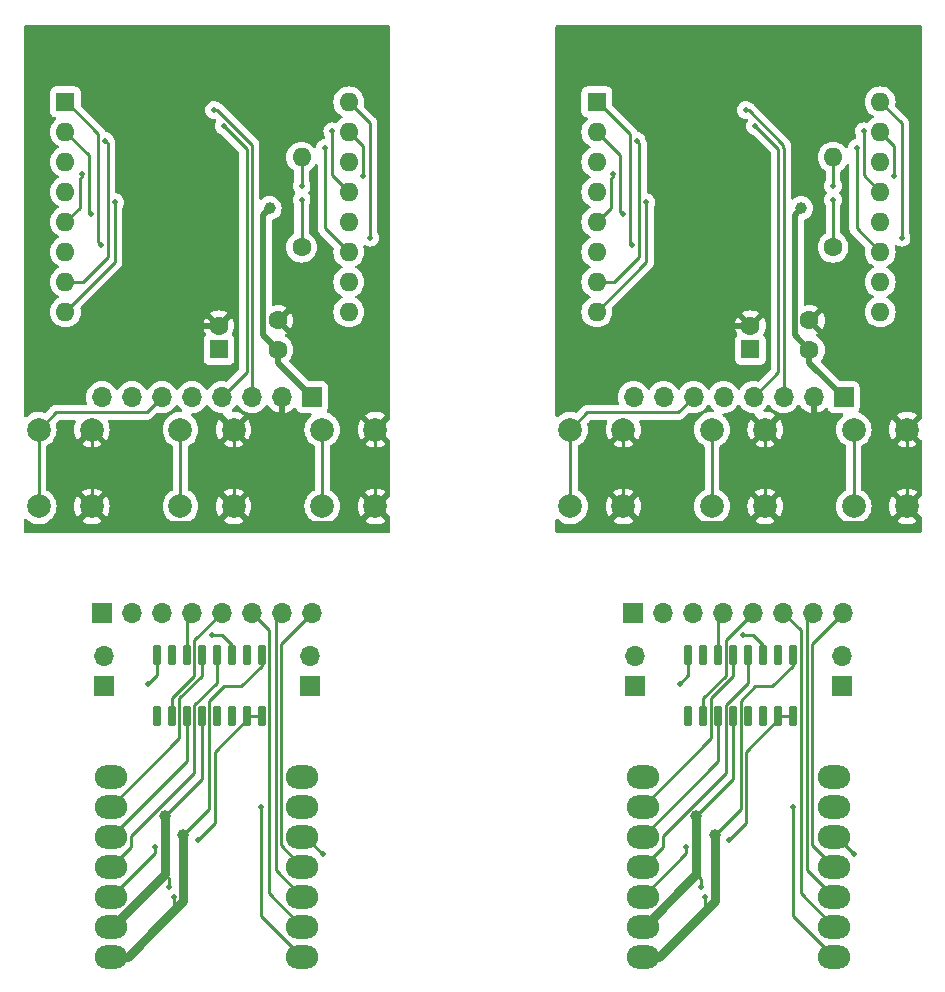
<source format=gbr>
%TF.GenerationSoftware,KiCad,Pcbnew,7.0.8*%
%TF.CreationDate,2024-02-08T03:58:00-08:00*%
%TF.ProjectId,panel,70616e65-6c2e-46b6-9963-61645f706362,rev?*%
%TF.SameCoordinates,Original*%
%TF.FileFunction,Copper,L1,Top*%
%TF.FilePolarity,Positive*%
%FSLAX46Y46*%
G04 Gerber Fmt 4.6, Leading zero omitted, Abs format (unit mm)*
G04 Created by KiCad (PCBNEW 7.0.8) date 2024-02-08 03:58:00*
%MOMM*%
%LPD*%
G01*
G04 APERTURE LIST*
G04 Aperture macros list*
%AMRoundRect*
0 Rectangle with rounded corners*
0 $1 Rounding radius*
0 $2 $3 $4 $5 $6 $7 $8 $9 X,Y pos of 4 corners*
0 Add a 4 corners polygon primitive as box body*
4,1,4,$2,$3,$4,$5,$6,$7,$8,$9,$2,$3,0*
0 Add four circle primitives for the rounded corners*
1,1,$1+$1,$2,$3*
1,1,$1+$1,$4,$5*
1,1,$1+$1,$6,$7*
1,1,$1+$1,$8,$9*
0 Add four rect primitives between the rounded corners*
20,1,$1+$1,$2,$3,$4,$5,0*
20,1,$1+$1,$4,$5,$6,$7,0*
20,1,$1+$1,$6,$7,$8,$9,0*
20,1,$1+$1,$8,$9,$2,$3,0*%
G04 Aperture macros list end*
%TA.AperFunction,ComponentPad*%
%ADD10C,1.600000*%
%TD*%
%TA.AperFunction,ComponentPad*%
%ADD11O,1.600000X1.600000*%
%TD*%
%TA.AperFunction,ComponentPad*%
%ADD12R,1.600000X1.600000*%
%TD*%
%TA.AperFunction,ComponentPad*%
%ADD13R,1.700000X1.700000*%
%TD*%
%TA.AperFunction,ComponentPad*%
%ADD14O,1.700000X1.700000*%
%TD*%
%TA.AperFunction,SMDPad,CuDef*%
%ADD15RoundRect,0.150000X-0.150000X0.725000X-0.150000X-0.725000X0.150000X-0.725000X0.150000X0.725000X0*%
%TD*%
%TA.AperFunction,ComponentPad*%
%ADD16C,2.000000*%
%TD*%
%TA.AperFunction,SMDPad,CuDef*%
%ADD17O,2.748280X1.998980*%
%TD*%
%TA.AperFunction,ViaPad*%
%ADD18C,0.500000*%
%TD*%
%TA.AperFunction,ViaPad*%
%ADD19C,1.000000*%
%TD*%
%TA.AperFunction,Conductor*%
%ADD20C,0.250000*%
%TD*%
%TA.AperFunction,Conductor*%
%ADD21C,0.500000*%
%TD*%
%TA.AperFunction,Conductor*%
%ADD22C,0.750000*%
%TD*%
G04 APERTURE END LIST*
D10*
%TO.P,R2,1*%
%TO.N,Board_1-+5V*%
X179000000Y-48310000D03*
D11*
%TO.P,R2,2*%
%TO.N,Board_1-Net-(U1-ISET)*%
X179000000Y-40690000D03*
%TD*%
D10*
%TO.P,R2,1*%
%TO.N,Board_0-+5V*%
X134000000Y-48310000D03*
D11*
%TO.P,R2,2*%
%TO.N,Board_0-Net-(U1-ISET)*%
X134000000Y-40690000D03*
%TD*%
D12*
%TO.P,C2,1*%
%TO.N,Board_1-+5V*%
X172000000Y-56955112D03*
D10*
%TO.P,C2,2*%
%TO.N,Board_1-Earth*%
X172000000Y-54955112D03*
%TD*%
D13*
%TO.P,J2,1,Pin_1*%
%TO.N,Board_1-+5V*%
X179890000Y-61000000D03*
D14*
%TO.P,J2,2,Pin_2*%
%TO.N,Board_1-Earth*%
X177350000Y-61000000D03*
%TO.P,J2,3,Pin_3*%
%TO.N,Board_1-Net-(J2-Pin_3)*%
X174810000Y-61000000D03*
%TO.P,J2,4,Pin_4*%
%TO.N,Board_1-Net-(J2-Pin_4)*%
X172270000Y-61000000D03*
%TO.P,J2,5,Pin_5*%
%TO.N,Board_1-Net-(J2-Pin_5)*%
X169730000Y-61000000D03*
%TO.P,J2,6,Pin_6*%
%TO.N,Board_1-Net-(J2-Pin_6)*%
X167190000Y-61000000D03*
%TO.P,J2,7,Pin_7*%
%TO.N,Board_1-Net-(J2-Pin_7)*%
X164650000Y-61000000D03*
%TO.P,J2,8,Pin_8*%
%TO.N,Board_1-Net-(J2-Pin_8)*%
X162110000Y-61000000D03*
%TD*%
D10*
%TO.P,C1,1*%
%TO.N,Board_0-+5V*%
X132000000Y-57000000D03*
%TO.P,C1,2*%
%TO.N,Board_0-Earth*%
X132000000Y-54500000D03*
%TD*%
%TO.P,C1,1*%
%TO.N,Board_1-+5V*%
X177000000Y-57000000D03*
%TO.P,C1,2*%
%TO.N,Board_1-Earth*%
X177000000Y-54500000D03*
%TD*%
D13*
%TO.P,J2,1,Pin_1*%
%TO.N,Board_0-+5V*%
X134890000Y-61000000D03*
D14*
%TO.P,J2,2,Pin_2*%
%TO.N,Board_0-Earth*%
X132350000Y-61000000D03*
%TO.P,J2,3,Pin_3*%
%TO.N,Board_0-Net-(J2-Pin_3)*%
X129810000Y-61000000D03*
%TO.P,J2,4,Pin_4*%
%TO.N,Board_0-Net-(J2-Pin_4)*%
X127270000Y-61000000D03*
%TO.P,J2,5,Pin_5*%
%TO.N,Board_0-Net-(J2-Pin_5)*%
X124730000Y-61000000D03*
%TO.P,J2,6,Pin_6*%
%TO.N,Board_0-Net-(J2-Pin_6)*%
X122190000Y-61000000D03*
%TO.P,J2,7,Pin_7*%
%TO.N,Board_0-Net-(J2-Pin_7)*%
X119650000Y-61000000D03*
%TO.P,J2,8,Pin_8*%
%TO.N,Board_0-Net-(J2-Pin_8)*%
X117110000Y-61000000D03*
%TD*%
D12*
%TO.P,C2,1*%
%TO.N,Board_0-+5V*%
X127000000Y-56955112D03*
D10*
%TO.P,C2,2*%
%TO.N,Board_0-Earth*%
X127000000Y-54955112D03*
%TD*%
D13*
%TO.P,J1,1,Pin_1*%
%TO.N,Board_1-/5V_B2*%
X162090000Y-79250000D03*
D14*
%TO.P,J1,2,Pin_2*%
%TO.N,Board_1-/GND_B2*%
X164630000Y-79250000D03*
%TO.P,J1,3,Pin_3*%
%TO.N,Board_1-/CS_5V_B2*%
X167170000Y-79250000D03*
%TO.P,J1,4,Pin_4*%
%TO.N,Board_1-/SCK_5V_B2*%
X169710000Y-79250000D03*
%TO.P,J1,5,Pin_5*%
%TO.N,Board_1-/MOSI_5V_B2*%
X172250000Y-79250000D03*
%TO.P,J1,6,Pin_6*%
%TO.N,Board_1-/BUTT1_B2*%
X174790000Y-79250000D03*
%TO.P,J1,7,Pin_7*%
%TO.N,Board_1-/BUTT2_B2*%
X177330000Y-79250000D03*
%TO.P,J1,8,Pin_8*%
%TO.N,Board_1-/BUTT3_B2*%
X179870000Y-79250000D03*
%TD*%
D15*
%TO.P,U2,1,Vddo*%
%TO.N,Board_1-/5V_B2*%
X175640000Y-82850000D03*
%TO.P,U2,2*%
%TO.N,Board_1-unconnected-(U2-Pad2)*%
X174370000Y-82850000D03*
%TO.P,U2,3*%
%TO.N,Board_1-/CS_5V_B2*%
X173100000Y-82850000D03*
%TO.P,U2,4*%
%TO.N,Board_1-/MOSI_B2*%
X171830000Y-82850000D03*
%TO.P,U2,5*%
%TO.N,Board_1-/SCK_B2*%
X170560000Y-82850000D03*
%TO.P,U2,6*%
%TO.N,Board_1-/SCK_5V_B2*%
X169290000Y-82850000D03*
%TO.P,U2,7*%
%TO.N,Board_1-unconnected-(U2-Pad7)*%
X168020000Y-82850000D03*
%TO.P,U2,8,Vss*%
%TO.N,Board_1-/GND_B2*%
X166750000Y-82850000D03*
%TO.P,U2,9*%
%TO.N,Board_1-unconnected-(U2-Pad9)*%
X166750000Y-88000000D03*
%TO.P,U2,10*%
%TO.N,Board_1-/MOSI_5V_B2*%
X168020000Y-88000000D03*
%TO.P,U2,11*%
%TO.N,Board_1-/CS_B2*%
X169290000Y-88000000D03*
%TO.P,U2,12*%
%TO.N,Board_1-/GND_B2*%
X170560000Y-88000000D03*
%TO.P,U2,13*%
%TO.N,Board_1-unconnected-(U2-Pad13)*%
X171830000Y-88000000D03*
%TO.P,U2,14*%
%TO.N,Board_1-unconnected-(U2-Pad14)*%
X173100000Y-88000000D03*
%TO.P,U2,15,EN*%
%TO.N,Board_1-/3V3*%
X174370000Y-88000000D03*
%TO.P,U2,16,Vddi*%
X175640000Y-88000000D03*
%TD*%
D12*
%TO.P,D1,1,Row5*%
%TO.N,Board_1-ROW5*%
X159000000Y-36000000D03*
D11*
%TO.P,D1,2,Row7*%
%TO.N,Board_1-ROW7*%
X159000000Y-38540000D03*
%TO.P,D1,3,Col2*%
%TO.N,Board_1-COL2*%
X159000000Y-41080000D03*
%TO.P,D1,4,Col3*%
%TO.N,Board_1-COL3*%
X159000000Y-43620000D03*
%TO.P,D1,5,Row8*%
%TO.N,Board_1-ROW8*%
X159000000Y-46160000D03*
%TO.P,D1,6,Col5*%
%TO.N,Board_1-COL5*%
X159000000Y-48700000D03*
%TO.P,D1,7,Col6*%
%TO.N,Board_1-ROW6*%
X159000000Y-51240000D03*
%TO.P,D1,8,Row3*%
%TO.N,Board_1-ROW3*%
X159000000Y-53780000D03*
%TO.P,D1,9,Row1*%
%TO.N,Board_1-ROW1*%
X183000000Y-53780000D03*
%TO.P,D1,10,Col4*%
%TO.N,Board_1-COL4*%
X183000000Y-51240000D03*
%TO.P,D1,11,Row6*%
%TO.N,Board_1-COL6*%
X183000000Y-48700000D03*
%TO.P,D1,12,Row4*%
%TO.N,Board_1-ROW4*%
X183000000Y-46160000D03*
%TO.P,D1,13,Col1*%
%TO.N,Board_1-COL1*%
X183000000Y-43620000D03*
%TO.P,D1,14,Row2*%
%TO.N,Board_1-ROW2*%
X183000000Y-41080000D03*
%TO.P,D1,15,Col7*%
%TO.N,Board_1-COL7*%
X183000000Y-38540000D03*
%TO.P,D1,16,Col8*%
%TO.N,Board_1-COL8*%
X183000000Y-36000000D03*
%TD*%
D16*
%TO.P,SW3,1,1*%
%TO.N,Board_1-Net-(J2-Pin_8)*%
X180750000Y-70250000D03*
X180750000Y-63750000D03*
%TO.P,SW3,2,2*%
%TO.N,Board_1-Earth*%
X185250000Y-70250000D03*
X185250000Y-63750000D03*
%TD*%
%TO.P,SW1,1,1*%
%TO.N,Board_0-Net-(J2-Pin_6)*%
X111750000Y-70250000D03*
X111750000Y-63750000D03*
%TO.P,SW1,2,2*%
%TO.N,Board_0-Earth*%
X116250000Y-70250000D03*
X116250000Y-63750000D03*
%TD*%
D13*
%TO.P,J1,1,Pin_1*%
%TO.N,Board_0-/5V_B2*%
X117090000Y-79250000D03*
D14*
%TO.P,J1,2,Pin_2*%
%TO.N,Board_0-/GND_B2*%
X119630000Y-79250000D03*
%TO.P,J1,3,Pin_3*%
%TO.N,Board_0-/CS_5V_B2*%
X122170000Y-79250000D03*
%TO.P,J1,4,Pin_4*%
%TO.N,Board_0-/SCK_5V_B2*%
X124710000Y-79250000D03*
%TO.P,J1,5,Pin_5*%
%TO.N,Board_0-/MOSI_5V_B2*%
X127250000Y-79250000D03*
%TO.P,J1,6,Pin_6*%
%TO.N,Board_0-/BUTT1_B2*%
X129790000Y-79250000D03*
%TO.P,J1,7,Pin_7*%
%TO.N,Board_0-/BUTT2_B2*%
X132330000Y-79250000D03*
%TO.P,J1,8,Pin_8*%
%TO.N,Board_0-/BUTT3_B2*%
X134870000Y-79250000D03*
%TD*%
D12*
%TO.P,D1,1,Row5*%
%TO.N,Board_0-ROW5*%
X114000000Y-36000000D03*
D11*
%TO.P,D1,2,Row7*%
%TO.N,Board_0-ROW7*%
X114000000Y-38540000D03*
%TO.P,D1,3,Col2*%
%TO.N,Board_0-COL2*%
X114000000Y-41080000D03*
%TO.P,D1,4,Col3*%
%TO.N,Board_0-COL3*%
X114000000Y-43620000D03*
%TO.P,D1,5,Row8*%
%TO.N,Board_0-ROW8*%
X114000000Y-46160000D03*
%TO.P,D1,6,Col5*%
%TO.N,Board_0-COL5*%
X114000000Y-48700000D03*
%TO.P,D1,7,Col6*%
%TO.N,Board_0-ROW6*%
X114000000Y-51240000D03*
%TO.P,D1,8,Row3*%
%TO.N,Board_0-ROW3*%
X114000000Y-53780000D03*
%TO.P,D1,9,Row1*%
%TO.N,Board_0-ROW1*%
X138000000Y-53780000D03*
%TO.P,D1,10,Col4*%
%TO.N,Board_0-COL4*%
X138000000Y-51240000D03*
%TO.P,D1,11,Row6*%
%TO.N,Board_0-COL6*%
X138000000Y-48700000D03*
%TO.P,D1,12,Row4*%
%TO.N,Board_0-ROW4*%
X138000000Y-46160000D03*
%TO.P,D1,13,Col1*%
%TO.N,Board_0-COL1*%
X138000000Y-43620000D03*
%TO.P,D1,14,Row2*%
%TO.N,Board_0-ROW2*%
X138000000Y-41080000D03*
%TO.P,D1,15,Col7*%
%TO.N,Board_0-COL7*%
X138000000Y-38540000D03*
%TO.P,D1,16,Col8*%
%TO.N,Board_0-COL8*%
X138000000Y-36000000D03*
%TD*%
D13*
%TO.P,J3,1,Pin_1*%
%TO.N,Board_1-/GND_B2*%
X162250000Y-85500000D03*
D14*
%TO.P,J3,2,Pin_2*%
%TO.N,Board_1-/5V_B2*%
X162250000Y-82960000D03*
%TD*%
D16*
%TO.P,SW2,1,1*%
%TO.N,Board_0-Net-(J2-Pin_7)*%
X123750000Y-70250000D03*
X123750000Y-63750000D03*
%TO.P,SW2,2,2*%
%TO.N,Board_0-Earth*%
X128250000Y-70250000D03*
X128250000Y-63750000D03*
%TD*%
D17*
%TO.P,U3,1,PA02_A0_D0*%
%TO.N,Board_1-/PHOTO_SENSE*%
X179065770Y-108367820D03*
%TO.P,U3,2,PA4_A1_D1*%
%TO.N,Board_1-/BUTT1_B2*%
X179065770Y-105827820D03*
%TO.P,U3,3,PA10_A2_D2*%
%TO.N,Board_1-/BUTT2_B2*%
X179065770Y-103287820D03*
%TO.P,U3,4,PA11_A3_D3*%
%TO.N,Board_1-/BUTT3_B2*%
X179065770Y-100747820D03*
%TO.P,U3,5,PA8_A4_D4_SDA*%
%TO.N,Board_1-Net-(Q1-G)*%
X179065770Y-98207820D03*
%TO.P,U3,6,PA9_A5_D5_SCL*%
%TO.N,Board_1-unconnected-(U3-PA9_A5_D5_SCL-Pad6)*%
X179065770Y-95667820D03*
%TO.P,U3,7,PB08_A6_D6_TX*%
%TO.N,Board_1-unconnected-(U3-PB08_A6_D6_TX-Pad7)*%
X179065770Y-93127820D03*
%TO.P,U3,8,PB09_A7_D7_RX*%
%TO.N,Board_1-unconnected-(U3-PB09_A7_D7_RX-Pad8)*%
X162901210Y-93127820D03*
%TO.P,U3,9,PA7_A8_D8_SCK*%
%TO.N,Board_1-/SCK_B2*%
X162901210Y-95667820D03*
%TO.P,U3,10,PA5_A9_D9_MISO*%
%TO.N,Board_1-/CS_B2*%
X162901210Y-98207820D03*
%TO.P,U3,11,PA6_A10_D10_MOSI*%
%TO.N,Board_1-/MOSI_B2*%
X162901210Y-100747820D03*
%TO.P,U3,12,3V3*%
%TO.N,Board_1-/3V3*%
X162901210Y-103287820D03*
%TO.P,U3,13,GND*%
%TO.N,Board_1-/GND_B2*%
X162901210Y-105827820D03*
%TO.P,U3,14,5V*%
%TO.N,Board_1-/5V_B2*%
X162901210Y-108367820D03*
%TD*%
D13*
%TO.P,R1,1*%
%TO.N,Board_1-/GND_B2*%
X179750000Y-85500000D03*
D14*
%TO.P,R1,2*%
%TO.N,Board_1-/PHOTO_SENSE*%
X179750000Y-82960000D03*
%TD*%
D17*
%TO.P,U3,1,PA02_A0_D0*%
%TO.N,Board_0-/PHOTO_SENSE*%
X134065770Y-108367820D03*
%TO.P,U3,2,PA4_A1_D1*%
%TO.N,Board_0-/BUTT1_B2*%
X134065770Y-105827820D03*
%TO.P,U3,3,PA10_A2_D2*%
%TO.N,Board_0-/BUTT2_B2*%
X134065770Y-103287820D03*
%TO.P,U3,4,PA11_A3_D3*%
%TO.N,Board_0-/BUTT3_B2*%
X134065770Y-100747820D03*
%TO.P,U3,5,PA8_A4_D4_SDA*%
%TO.N,Board_0-Net-(Q1-G)*%
X134065770Y-98207820D03*
%TO.P,U3,6,PA9_A5_D5_SCL*%
%TO.N,Board_0-unconnected-(U3-PA9_A5_D5_SCL-Pad6)*%
X134065770Y-95667820D03*
%TO.P,U3,7,PB08_A6_D6_TX*%
%TO.N,Board_0-unconnected-(U3-PB08_A6_D6_TX-Pad7)*%
X134065770Y-93127820D03*
%TO.P,U3,8,PB09_A7_D7_RX*%
%TO.N,Board_0-unconnected-(U3-PB09_A7_D7_RX-Pad8)*%
X117901210Y-93127820D03*
%TO.P,U3,9,PA7_A8_D8_SCK*%
%TO.N,Board_0-/SCK_B2*%
X117901210Y-95667820D03*
%TO.P,U3,10,PA5_A9_D9_MISO*%
%TO.N,Board_0-/CS_B2*%
X117901210Y-98207820D03*
%TO.P,U3,11,PA6_A10_D10_MOSI*%
%TO.N,Board_0-/MOSI_B2*%
X117901210Y-100747820D03*
%TO.P,U3,12,3V3*%
%TO.N,Board_0-/3V3*%
X117901210Y-103287820D03*
%TO.P,U3,13,GND*%
%TO.N,Board_0-/GND_B2*%
X117901210Y-105827820D03*
%TO.P,U3,14,5V*%
%TO.N,Board_0-/5V_B2*%
X117901210Y-108367820D03*
%TD*%
D16*
%TO.P,SW1,1,1*%
%TO.N,Board_1-Net-(J2-Pin_6)*%
X156750000Y-70250000D03*
X156750000Y-63750000D03*
%TO.P,SW1,2,2*%
%TO.N,Board_1-Earth*%
X161250000Y-70250000D03*
X161250000Y-63750000D03*
%TD*%
%TO.P,SW2,1,1*%
%TO.N,Board_1-Net-(J2-Pin_7)*%
X168750000Y-70250000D03*
X168750000Y-63750000D03*
%TO.P,SW2,2,2*%
%TO.N,Board_1-Earth*%
X173250000Y-70250000D03*
X173250000Y-63750000D03*
%TD*%
D15*
%TO.P,U2,1,Vddo*%
%TO.N,Board_0-/5V_B2*%
X130640000Y-82850000D03*
%TO.P,U2,2*%
%TO.N,Board_0-unconnected-(U2-Pad2)*%
X129370000Y-82850000D03*
%TO.P,U2,3*%
%TO.N,Board_0-/CS_5V_B2*%
X128100000Y-82850000D03*
%TO.P,U2,4*%
%TO.N,Board_0-/MOSI_B2*%
X126830000Y-82850000D03*
%TO.P,U2,5*%
%TO.N,Board_0-/SCK_B2*%
X125560000Y-82850000D03*
%TO.P,U2,6*%
%TO.N,Board_0-/SCK_5V_B2*%
X124290000Y-82850000D03*
%TO.P,U2,7*%
%TO.N,Board_0-unconnected-(U2-Pad7)*%
X123020000Y-82850000D03*
%TO.P,U2,8,Vss*%
%TO.N,Board_0-/GND_B2*%
X121750000Y-82850000D03*
%TO.P,U2,9*%
%TO.N,Board_0-unconnected-(U2-Pad9)*%
X121750000Y-88000000D03*
%TO.P,U2,10*%
%TO.N,Board_0-/MOSI_5V_B2*%
X123020000Y-88000000D03*
%TO.P,U2,11*%
%TO.N,Board_0-/CS_B2*%
X124290000Y-88000000D03*
%TO.P,U2,12*%
%TO.N,Board_0-/GND_B2*%
X125560000Y-88000000D03*
%TO.P,U2,13*%
%TO.N,Board_0-unconnected-(U2-Pad13)*%
X126830000Y-88000000D03*
%TO.P,U2,14*%
%TO.N,Board_0-unconnected-(U2-Pad14)*%
X128100000Y-88000000D03*
%TO.P,U2,15,EN*%
%TO.N,Board_0-/3V3*%
X129370000Y-88000000D03*
%TO.P,U2,16,Vddi*%
X130640000Y-88000000D03*
%TD*%
D13*
%TO.P,J3,1,Pin_1*%
%TO.N,Board_0-/GND_B2*%
X117250000Y-85500000D03*
D14*
%TO.P,J3,2,Pin_2*%
%TO.N,Board_0-/5V_B2*%
X117250000Y-82960000D03*
%TD*%
D13*
%TO.P,R1,1*%
%TO.N,Board_0-/GND_B2*%
X134750000Y-85500000D03*
D14*
%TO.P,R1,2*%
%TO.N,Board_0-/PHOTO_SENSE*%
X134750000Y-82960000D03*
%TD*%
D16*
%TO.P,SW3,1,1*%
%TO.N,Board_0-Net-(J2-Pin_8)*%
X135750000Y-70250000D03*
X135750000Y-63750000D03*
%TO.P,SW3,2,2*%
%TO.N,Board_0-Earth*%
X140250000Y-70250000D03*
X140250000Y-63750000D03*
%TD*%
D18*
%TO.N,Board_1-ROW8*%
X160400000Y-42100000D03*
%TO.N,Board_1-ROW7*%
X161200000Y-45500000D03*
%TO.N,Board_1-ROW6*%
X162374500Y-39300000D03*
%TO.N,Board_1-ROW5*%
X162000000Y-48100000D03*
%TO.N,Board_1-ROW3*%
X163200000Y-44500000D03*
%TO.N,Board_1-Net-(U1-ISET)*%
X179000000Y-43100000D03*
%TO.N,Board_1-Net-(Q1-G)*%
X180800000Y-99700000D03*
%TO.N,Board_1-Net-(J2-Pin_4)*%
X172400000Y-38055500D03*
%TO.N,Board_1-Net-(J2-Pin_3)*%
X171600000Y-36700000D03*
D19*
%TO.N,Board_1-Earth*%
X166600000Y-40345500D03*
X166600000Y-46675500D03*
D18*
%TO.N,Board_1-COL8*%
X184800000Y-47500000D03*
%TO.N,Board_1-COL7*%
X184200000Y-42300000D03*
%TO.N,Board_1-COL6*%
X180993767Y-39906233D03*
%TO.N,Board_1-COL1*%
X181600000Y-38500000D03*
%TO.N,Board_1-/PHOTO_SENSE*%
X175600000Y-95700000D03*
D19*
%TO.N,Board_1-/GND_B2*%
X167400000Y-96500000D03*
D18*
X167800000Y-102500000D03*
X166000000Y-85300000D03*
%TO.N,Board_1-/CS_5V_B2*%
X171400000Y-81100000D03*
%TO.N,Board_1-/5V_B2*%
X168200000Y-103300000D03*
D19*
X169000000Y-98100000D03*
D18*
%TO.N,Board_1-/3V3*%
X170200000Y-98500000D03*
X166575500Y-99100000D03*
D19*
%TO.N,Board_1-+5V*%
X176300000Y-45000000D03*
D18*
X179000000Y-44300000D03*
%TO.N,Board_0-ROW8*%
X115400000Y-42100000D03*
%TO.N,Board_0-ROW7*%
X116200000Y-45500000D03*
%TO.N,Board_0-ROW6*%
X117374500Y-39300000D03*
%TO.N,Board_0-ROW5*%
X117000000Y-48100000D03*
%TO.N,Board_0-ROW3*%
X118200000Y-44500000D03*
%TO.N,Board_0-Net-(U1-ISET)*%
X134000000Y-43100000D03*
%TO.N,Board_0-Net-(Q1-G)*%
X135800000Y-99700000D03*
%TO.N,Board_0-Net-(J2-Pin_4)*%
X127400000Y-38055500D03*
%TO.N,Board_0-Net-(J2-Pin_3)*%
X126600000Y-36700000D03*
D19*
%TO.N,Board_0-Earth*%
X121600000Y-40345500D03*
X121600000Y-46675500D03*
D18*
%TO.N,Board_0-COL8*%
X139800000Y-47500000D03*
%TO.N,Board_0-COL7*%
X139200000Y-42300000D03*
%TO.N,Board_0-COL6*%
X135993767Y-39906233D03*
%TO.N,Board_0-COL1*%
X136600000Y-38500000D03*
%TO.N,Board_0-/PHOTO_SENSE*%
X130600000Y-95700000D03*
D19*
%TO.N,Board_0-/GND_B2*%
X122400000Y-96500000D03*
D18*
X121000000Y-85300000D03*
X122800000Y-102500000D03*
%TO.N,Board_0-/CS_5V_B2*%
X126400000Y-81100000D03*
D19*
%TO.N,Board_0-/5V_B2*%
X124000000Y-98100000D03*
D18*
X123200000Y-103300000D03*
%TO.N,Board_0-/3V3*%
X125200000Y-98500000D03*
X121575500Y-99100000D03*
D19*
%TO.N,Board_0-+5V*%
X131300000Y-45000000D03*
D18*
X134000000Y-44300000D03*
%TD*%
D20*
%TO.N,Board_1-ROW8*%
X160200000Y-42500000D02*
X160200000Y-44960000D01*
X160400000Y-42300000D02*
X160200000Y-42500000D01*
X160200000Y-44960000D02*
X159000000Y-46160000D01*
X160400000Y-42100000D02*
X160400000Y-42300000D01*
%TO.N,Board_1-ROW7*%
X161200000Y-45500000D02*
X161000000Y-45300000D01*
X161000000Y-45300000D02*
X161000000Y-40540000D01*
X161000000Y-40540000D02*
X159000000Y-38540000D01*
%TO.N,Board_1-ROW6*%
X160473173Y-51240000D02*
X159000000Y-51240000D01*
X162600000Y-39525500D02*
X162600000Y-49113173D01*
X162374500Y-39300000D02*
X162600000Y-39525500D01*
X162600000Y-49113173D02*
X160473173Y-51240000D01*
%TO.N,Board_1-ROW5*%
X161800000Y-47900000D02*
X161800000Y-38700000D01*
X162000000Y-48100000D02*
X161800000Y-47900000D01*
X159100000Y-36000000D02*
X159000000Y-36000000D01*
X161800000Y-38700000D02*
X159100000Y-36000000D01*
%TO.N,Board_1-ROW3*%
X159000000Y-53780000D02*
X163200000Y-49580000D01*
X163200000Y-49580000D02*
X163200000Y-44500000D01*
%TO.N,Board_1-Net-(U1-ISET)*%
X179000000Y-40690000D02*
X179000000Y-43100000D01*
%TO.N,Board_1-Net-(Q1-G)*%
X180800000Y-99700000D02*
X179307820Y-98207820D01*
X179307820Y-98207820D02*
X179065770Y-98207820D01*
%TO.N,Board_1-Net-(J2-Pin_8)*%
X180750000Y-63750000D02*
X180750000Y-70250000D01*
%TO.N,Board_1-Net-(J2-Pin_7)*%
X168750000Y-63750000D02*
X168750000Y-70250000D01*
%TO.N,Board_1-Net-(J2-Pin_6)*%
X165890000Y-62300000D02*
X167190000Y-61000000D01*
X156750000Y-63750000D02*
X156750000Y-70250000D01*
X156750000Y-63750000D02*
X158200000Y-62300000D01*
X158200000Y-62300000D02*
X165890000Y-62300000D01*
%TO.N,Board_1-Net-(J2-Pin_4)*%
X174360000Y-58910000D02*
X174360000Y-54300000D01*
X174350000Y-40005500D02*
X172400000Y-38055500D01*
X172270000Y-61000000D02*
X174360000Y-58910000D01*
X174360000Y-54300000D02*
X174350000Y-54290000D01*
X174350000Y-54290000D02*
X174350000Y-40005500D01*
%TO.N,Board_1-Net-(J2-Pin_3)*%
X171857673Y-36700000D02*
X174800000Y-39642327D01*
X174800000Y-39900000D02*
X174810000Y-39910000D01*
X174800000Y-39642327D02*
X174800000Y-39900000D01*
X174810000Y-39910000D02*
X174810000Y-61000000D01*
X171600000Y-36700000D02*
X171857673Y-36700000D01*
%TO.N,Board_1-Earth*%
X171925000Y-71575000D02*
X173250000Y-70250000D01*
X174575000Y-71575000D02*
X183925000Y-71575000D01*
X173250000Y-63750000D02*
X173250000Y-70250000D01*
X185250000Y-63750000D02*
X185250000Y-70250000D01*
D21*
X169655112Y-54955112D02*
X172000000Y-54955112D01*
D20*
X161250000Y-63750000D02*
X161250000Y-70250000D01*
X161250000Y-70250000D02*
X162575000Y-71575000D01*
D21*
X166600000Y-40345500D02*
X166600000Y-46675500D01*
D20*
X183925000Y-71575000D02*
X185250000Y-70250000D01*
X173250000Y-70250000D02*
X174575000Y-71575000D01*
D21*
X166600000Y-46675500D02*
X166600000Y-51900000D01*
D20*
X162575000Y-71575000D02*
X171925000Y-71575000D01*
D21*
X166600000Y-51900000D02*
X169655112Y-54955112D01*
D20*
%TO.N,Board_1-COL8*%
X183000000Y-36000000D02*
X184800000Y-37800000D01*
X184800000Y-37800000D02*
X184800000Y-47500000D01*
%TO.N,Board_1-COL7*%
X183000000Y-38540000D02*
X184200000Y-39740000D01*
X184200000Y-39740000D02*
X184200000Y-42300000D01*
%TO.N,Board_1-COL6*%
X183000000Y-48700000D02*
X180993767Y-46693767D01*
X180993767Y-46693767D02*
X180993767Y-39906233D01*
%TO.N,Board_1-COL1*%
X183000000Y-43620000D02*
X181600000Y-42220000D01*
X181600000Y-42220000D02*
X181600000Y-38500000D01*
%TO.N,Board_1-/SCK_B2*%
X170560000Y-84598896D02*
X170560000Y-82850000D01*
X162901210Y-95667820D02*
X168665000Y-89904030D01*
X168665000Y-86493896D02*
X170560000Y-84598896D01*
X168665000Y-89904030D02*
X168665000Y-86493896D01*
%TO.N,Board_1-/SCK_5V_B2*%
X169290000Y-79670000D02*
X169710000Y-79250000D01*
X169290000Y-82850000D02*
X169290000Y-79670000D01*
%TO.N,Board_1-/PHOTO_SENSE*%
X175600000Y-104902050D02*
X179065770Y-108367820D01*
X175600000Y-95700000D02*
X175600000Y-104902050D01*
%TO.N,Board_1-/MOSI_B2*%
X169915000Y-87098248D02*
X169915000Y-92818273D01*
X171830000Y-85183248D02*
X169915000Y-87098248D01*
X164600000Y-99049030D02*
X162901210Y-100747820D01*
X164600000Y-98133273D02*
X164600000Y-99049030D01*
X169915000Y-92818273D02*
X164600000Y-98133273D01*
X171830000Y-82850000D02*
X171830000Y-85183248D01*
%TO.N,Board_1-/MOSI_5V_B2*%
X168020000Y-86502500D02*
X168020000Y-88000000D01*
X172250000Y-79250000D02*
X169935000Y-81565000D01*
X169935000Y-81565000D02*
X169935000Y-84587500D01*
X169935000Y-84587500D02*
X168020000Y-86502500D01*
%TO.N,Board_1-/GND_B2*%
X170560000Y-88000000D02*
X170560000Y-93340000D01*
X167800000Y-102500000D02*
X167800000Y-101789893D01*
D22*
X162901210Y-105827820D02*
X162962073Y-105827820D01*
D20*
X166750000Y-82850000D02*
X166750000Y-84550000D01*
X167800000Y-101789893D02*
X167400000Y-101389893D01*
X170560000Y-93340000D02*
X167400000Y-96500000D01*
D22*
X167400000Y-101389893D02*
X167400000Y-96500000D01*
X162962073Y-105827820D02*
X167400000Y-101389893D01*
D20*
X166750000Y-84550000D02*
X166000000Y-85300000D01*
%TO.N,Board_1-/CS_B2*%
X162901210Y-98207820D02*
X169290000Y-91819030D01*
X169290000Y-91819030D02*
X169290000Y-88000000D01*
%TO.N,Board_1-/CS_5V_B2*%
X173100000Y-82850000D02*
X173100000Y-81975000D01*
X172225000Y-81100000D02*
X171400000Y-81100000D01*
X173100000Y-81975000D02*
X172225000Y-81100000D01*
%TO.N,Board_1-/BUTT3_B2*%
X179870000Y-79250000D02*
X177250000Y-81870000D01*
X177250000Y-98932050D02*
X179065770Y-100747820D01*
X177250000Y-81870000D02*
X177250000Y-98932050D01*
%TO.N,Board_1-/BUTT2_B2*%
X176800000Y-79780000D02*
X176800000Y-101022050D01*
X177330000Y-79250000D02*
X176800000Y-79780000D01*
X176800000Y-101022050D02*
X179065770Y-103287820D01*
%TO.N,Board_1-/BUTT1_B2*%
X174790000Y-79250000D02*
X176265000Y-80725000D01*
X176265000Y-103027050D02*
X179065770Y-105827820D01*
X176265000Y-80725000D02*
X176265000Y-103027050D01*
%TO.N,Board_1-/5V_B2*%
X171185000Y-95915000D02*
X169000000Y-98100000D01*
X175640000Y-83725000D02*
X173865000Y-85500000D01*
D21*
X162250000Y-79410000D02*
X162090000Y-79250000D01*
D22*
X162901210Y-108367820D02*
X164271500Y-108367820D01*
D20*
X171185000Y-86715000D02*
X171185000Y-95915000D01*
D22*
X169000000Y-103639320D02*
X169000000Y-98100000D01*
D20*
X172400000Y-85500000D02*
X171185000Y-86715000D01*
X175640000Y-82850000D02*
X175640000Y-83725000D01*
X168200000Y-103300000D02*
X168200000Y-104439320D01*
D22*
X167269660Y-105369660D02*
X169000000Y-103639320D01*
X164271500Y-108367820D02*
X167269660Y-105369660D01*
D20*
X173865000Y-85500000D02*
X172400000Y-85500000D01*
%TO.N,Board_1-/3V3*%
X166575500Y-99100000D02*
X166575500Y-99613530D01*
X174370000Y-88000000D02*
X174370000Y-88276752D01*
X171635000Y-91011752D02*
X171635000Y-97065000D01*
X174370000Y-88276752D02*
X171635000Y-91011752D01*
X166575500Y-99613530D02*
X162901210Y-103287820D01*
X175640000Y-88000000D02*
X174370000Y-88000000D01*
X171635000Y-97065000D02*
X170200000Y-98500000D01*
D21*
%TO.N,Board_1-+5V*%
X175750000Y-45550000D02*
X175750000Y-55750000D01*
X175750000Y-55750000D02*
X177000000Y-57000000D01*
X176300000Y-45000000D02*
X175750000Y-45550000D01*
X177000000Y-58110000D02*
X179890000Y-61000000D01*
D20*
X179000000Y-48310000D02*
X179000000Y-44300000D01*
D21*
X177000000Y-57000000D02*
X177000000Y-58110000D01*
D20*
%TO.N,Board_0-ROW8*%
X115200000Y-42500000D02*
X115200000Y-44960000D01*
X115400000Y-42300000D02*
X115200000Y-42500000D01*
X115400000Y-42100000D02*
X115400000Y-42300000D01*
X115200000Y-44960000D02*
X114000000Y-46160000D01*
%TO.N,Board_0-ROW7*%
X116000000Y-40540000D02*
X114000000Y-38540000D01*
X116200000Y-45500000D02*
X116000000Y-45300000D01*
X116000000Y-45300000D02*
X116000000Y-40540000D01*
%TO.N,Board_0-ROW6*%
X117600000Y-49113173D02*
X115473173Y-51240000D01*
X117374500Y-39300000D02*
X117600000Y-39525500D01*
X117600000Y-39525500D02*
X117600000Y-49113173D01*
X115473173Y-51240000D02*
X114000000Y-51240000D01*
%TO.N,Board_0-ROW5*%
X116800000Y-47900000D02*
X116800000Y-38700000D01*
X116800000Y-38700000D02*
X114100000Y-36000000D01*
X117000000Y-48100000D02*
X116800000Y-47900000D01*
X114100000Y-36000000D02*
X114000000Y-36000000D01*
%TO.N,Board_0-ROW3*%
X118200000Y-49580000D02*
X118200000Y-44500000D01*
X114000000Y-53780000D02*
X118200000Y-49580000D01*
%TO.N,Board_0-Net-(U1-ISET)*%
X134000000Y-40690000D02*
X134000000Y-43100000D01*
%TO.N,Board_0-Net-(Q1-G)*%
X134307820Y-98207820D02*
X134065770Y-98207820D01*
X135800000Y-99700000D02*
X134307820Y-98207820D01*
%TO.N,Board_0-Net-(J2-Pin_8)*%
X135750000Y-63750000D02*
X135750000Y-70250000D01*
%TO.N,Board_0-Net-(J2-Pin_7)*%
X123750000Y-63750000D02*
X123750000Y-70250000D01*
%TO.N,Board_0-Net-(J2-Pin_6)*%
X111750000Y-63750000D02*
X113200000Y-62300000D01*
X111750000Y-63750000D02*
X111750000Y-70250000D01*
X120890000Y-62300000D02*
X122190000Y-61000000D01*
X113200000Y-62300000D02*
X120890000Y-62300000D01*
%TO.N,Board_0-Net-(J2-Pin_4)*%
X129360000Y-58910000D02*
X129360000Y-54300000D01*
X129360000Y-54300000D02*
X129350000Y-54290000D01*
X129350000Y-54290000D02*
X129350000Y-40005500D01*
X127270000Y-61000000D02*
X129360000Y-58910000D01*
X129350000Y-40005500D02*
X127400000Y-38055500D01*
%TO.N,Board_0-Net-(J2-Pin_3)*%
X129800000Y-39900000D02*
X129810000Y-39910000D01*
X126857673Y-36700000D02*
X129800000Y-39642327D01*
X129800000Y-39642327D02*
X129800000Y-39900000D01*
X126600000Y-36700000D02*
X126857673Y-36700000D01*
X129810000Y-39910000D02*
X129810000Y-61000000D01*
%TO.N,Board_0-Earth*%
X117575000Y-71575000D02*
X126925000Y-71575000D01*
D21*
X121600000Y-46675500D02*
X121600000Y-51900000D01*
D20*
X126925000Y-71575000D02*
X128250000Y-70250000D01*
D21*
X121600000Y-40345500D02*
X121600000Y-46675500D01*
D20*
X138925000Y-71575000D02*
X140250000Y-70250000D01*
X116250000Y-70250000D02*
X117575000Y-71575000D01*
X116250000Y-63750000D02*
X116250000Y-70250000D01*
X140250000Y-63750000D02*
X140250000Y-70250000D01*
X128250000Y-70250000D02*
X129575000Y-71575000D01*
X129575000Y-71575000D02*
X138925000Y-71575000D01*
D21*
X124655112Y-54955112D02*
X127000000Y-54955112D01*
D20*
X128250000Y-63750000D02*
X128250000Y-70250000D01*
D21*
X121600000Y-51900000D02*
X124655112Y-54955112D01*
D20*
%TO.N,Board_0-COL8*%
X138000000Y-36000000D02*
X139800000Y-37800000D01*
X139800000Y-37800000D02*
X139800000Y-47500000D01*
%TO.N,Board_0-COL7*%
X139200000Y-39740000D02*
X139200000Y-42300000D01*
X138000000Y-38540000D02*
X139200000Y-39740000D01*
%TO.N,Board_0-COL6*%
X135993767Y-46693767D02*
X135993767Y-39906233D01*
X138000000Y-48700000D02*
X135993767Y-46693767D01*
%TO.N,Board_0-COL1*%
X138000000Y-43620000D02*
X136600000Y-42220000D01*
X136600000Y-42220000D02*
X136600000Y-38500000D01*
%TO.N,Board_0-/SCK_B2*%
X117901210Y-95667820D02*
X123665000Y-89904030D01*
X123665000Y-86493896D02*
X125560000Y-84598896D01*
X125560000Y-84598896D02*
X125560000Y-82850000D01*
X123665000Y-89904030D02*
X123665000Y-86493896D01*
%TO.N,Board_0-/SCK_5V_B2*%
X124290000Y-79670000D02*
X124710000Y-79250000D01*
X124290000Y-82850000D02*
X124290000Y-79670000D01*
%TO.N,Board_0-/PHOTO_SENSE*%
X130600000Y-95700000D02*
X130600000Y-104902050D01*
X130600000Y-104902050D02*
X134065770Y-108367820D01*
%TO.N,Board_0-/MOSI_B2*%
X124915000Y-92818273D02*
X119600000Y-98133273D01*
X119600000Y-99049030D02*
X117901210Y-100747820D01*
X126830000Y-85183248D02*
X124915000Y-87098248D01*
X124915000Y-87098248D02*
X124915000Y-92818273D01*
X119600000Y-98133273D02*
X119600000Y-99049030D01*
X126830000Y-82850000D02*
X126830000Y-85183248D01*
%TO.N,Board_0-/MOSI_5V_B2*%
X124935000Y-81565000D02*
X124935000Y-84587500D01*
X123020000Y-86502500D02*
X123020000Y-88000000D01*
X124935000Y-84587500D02*
X123020000Y-86502500D01*
X127250000Y-79250000D02*
X124935000Y-81565000D01*
%TO.N,Board_0-/GND_B2*%
X121750000Y-82850000D02*
X121750000Y-84550000D01*
X125560000Y-88000000D02*
X125560000Y-93340000D01*
D22*
X122400000Y-101389893D02*
X122400000Y-96500000D01*
D20*
X125560000Y-93340000D02*
X122400000Y-96500000D01*
D22*
X117901210Y-105827820D02*
X117962073Y-105827820D01*
D20*
X121750000Y-84550000D02*
X121000000Y-85300000D01*
X122800000Y-101789893D02*
X122400000Y-101389893D01*
D22*
X117962073Y-105827820D02*
X122400000Y-101389893D01*
D20*
X122800000Y-102500000D02*
X122800000Y-101789893D01*
%TO.N,Board_0-/CS_B2*%
X124290000Y-91819030D02*
X124290000Y-88000000D01*
X117901210Y-98207820D02*
X124290000Y-91819030D01*
%TO.N,Board_0-/CS_5V_B2*%
X127225000Y-81100000D02*
X126400000Y-81100000D01*
X128100000Y-81975000D02*
X127225000Y-81100000D01*
X128100000Y-82850000D02*
X128100000Y-81975000D01*
%TO.N,Board_0-/BUTT3_B2*%
X134870000Y-79250000D02*
X132250000Y-81870000D01*
X132250000Y-81870000D02*
X132250000Y-98932050D01*
X132250000Y-98932050D02*
X134065770Y-100747820D01*
%TO.N,Board_0-/BUTT2_B2*%
X131800000Y-101022050D02*
X134065770Y-103287820D01*
X131800000Y-79780000D02*
X131800000Y-101022050D01*
X132330000Y-79250000D02*
X131800000Y-79780000D01*
%TO.N,Board_0-/BUTT1_B2*%
X131265000Y-80725000D02*
X131265000Y-103027050D01*
X131265000Y-103027050D02*
X134065770Y-105827820D01*
X129790000Y-79250000D02*
X131265000Y-80725000D01*
D22*
%TO.N,Board_0-/5V_B2*%
X117901210Y-108367820D02*
X119271500Y-108367820D01*
D20*
X123200000Y-103300000D02*
X123200000Y-104439320D01*
D22*
X119271500Y-108367820D02*
X122269660Y-105369660D01*
D20*
X128865000Y-85500000D02*
X127400000Y-85500000D01*
D21*
X117250000Y-79410000D02*
X117090000Y-79250000D01*
D20*
X130640000Y-83725000D02*
X128865000Y-85500000D01*
X126185000Y-86715000D02*
X126185000Y-95915000D01*
X127400000Y-85500000D02*
X126185000Y-86715000D01*
X130640000Y-82850000D02*
X130640000Y-83725000D01*
X126185000Y-95915000D02*
X124000000Y-98100000D01*
D22*
X122269660Y-105369660D02*
X124000000Y-103639320D01*
X124000000Y-103639320D02*
X124000000Y-98100000D01*
D20*
%TO.N,Board_0-/3V3*%
X129370000Y-88000000D02*
X129370000Y-88276752D01*
X130640000Y-88000000D02*
X129370000Y-88000000D01*
X126635000Y-91011752D02*
X126635000Y-97065000D01*
X129370000Y-88276752D02*
X126635000Y-91011752D01*
X126635000Y-97065000D02*
X125200000Y-98500000D01*
X121575500Y-99613530D02*
X117901210Y-103287820D01*
X121575500Y-99100000D02*
X121575500Y-99613530D01*
D21*
%TO.N,Board_0-+5V*%
X132000000Y-57000000D02*
X132000000Y-58110000D01*
X130750000Y-55750000D02*
X132000000Y-57000000D01*
X130750000Y-45550000D02*
X130750000Y-55750000D01*
X132000000Y-58110000D02*
X134890000Y-61000000D01*
X131300000Y-45000000D02*
X130750000Y-45550000D01*
D20*
X134000000Y-48310000D02*
X134000000Y-44300000D01*
%TD*%
%TA.AperFunction,Conductor*%
%TO.N,Board_0-Earth*%
G36*
X114459424Y-29500158D02*
G01*
X114464198Y-29500499D01*
X114464201Y-29500500D01*
X114464204Y-29500500D01*
X114535796Y-29500500D01*
X114535799Y-29500500D01*
X114535801Y-29500499D01*
X114540576Y-29500158D01*
X114545002Y-29500000D01*
X115454998Y-29500000D01*
X115459424Y-29500158D01*
X115464198Y-29500499D01*
X115464201Y-29500500D01*
X115464204Y-29500500D01*
X115535796Y-29500500D01*
X115535799Y-29500500D01*
X115535801Y-29500499D01*
X115540576Y-29500158D01*
X115545002Y-29500000D01*
X116454998Y-29500000D01*
X116459424Y-29500158D01*
X116464198Y-29500499D01*
X116464201Y-29500500D01*
X116464204Y-29500500D01*
X116535796Y-29500500D01*
X116535799Y-29500500D01*
X116535801Y-29500499D01*
X116540576Y-29500158D01*
X116545002Y-29500000D01*
X117454998Y-29500000D01*
X117459424Y-29500158D01*
X117464198Y-29500499D01*
X117464201Y-29500500D01*
X117464204Y-29500500D01*
X117535796Y-29500500D01*
X117535799Y-29500500D01*
X117535801Y-29500499D01*
X117540576Y-29500158D01*
X117545002Y-29500000D01*
X134454998Y-29500000D01*
X134459424Y-29500158D01*
X134464198Y-29500499D01*
X134464201Y-29500500D01*
X134464204Y-29500500D01*
X134535796Y-29500500D01*
X134535799Y-29500500D01*
X134535801Y-29500499D01*
X134540576Y-29500158D01*
X134545002Y-29500000D01*
X135454998Y-29500000D01*
X135459424Y-29500158D01*
X135464198Y-29500499D01*
X135464201Y-29500500D01*
X135464204Y-29500500D01*
X135535796Y-29500500D01*
X135535799Y-29500500D01*
X135535801Y-29500499D01*
X135540576Y-29500158D01*
X135545002Y-29500000D01*
X136454998Y-29500000D01*
X136459424Y-29500158D01*
X136464198Y-29500499D01*
X136464201Y-29500500D01*
X136464204Y-29500500D01*
X136535796Y-29500500D01*
X136535799Y-29500500D01*
X136535801Y-29500499D01*
X136540576Y-29500158D01*
X136545002Y-29500000D01*
X137454998Y-29500000D01*
X137459424Y-29500158D01*
X137464198Y-29500499D01*
X137464201Y-29500500D01*
X137464204Y-29500500D01*
X137535796Y-29500500D01*
X137535799Y-29500500D01*
X137535801Y-29500499D01*
X137540576Y-29500158D01*
X137545002Y-29500000D01*
X141376000Y-29500000D01*
X141443039Y-29519685D01*
X141488794Y-29572489D01*
X141500000Y-29624000D01*
X141500000Y-62802190D01*
X141480315Y-62869229D01*
X141463681Y-62889871D01*
X140775929Y-63577622D01*
X140773116Y-63564085D01*
X140703558Y-63429844D01*
X140600362Y-63319348D01*
X140471181Y-63240791D01*
X140419997Y-63226450D01*
X141120057Y-62526390D01*
X141120056Y-62526389D01*
X141073229Y-62489943D01*
X140854614Y-62371635D01*
X140854603Y-62371630D01*
X140619493Y-62290916D01*
X140374293Y-62250000D01*
X140125707Y-62250000D01*
X139880506Y-62290916D01*
X139645396Y-62371630D01*
X139645390Y-62371632D01*
X139426761Y-62489949D01*
X139379942Y-62526388D01*
X139379942Y-62526390D01*
X140078431Y-63224878D01*
X139961542Y-63275651D01*
X139844261Y-63371066D01*
X139757072Y-63494585D01*
X139726645Y-63580197D01*
X139026564Y-62880116D01*
X138926267Y-63033632D01*
X138826412Y-63261282D01*
X138765387Y-63502261D01*
X138765385Y-63502270D01*
X138744859Y-63749994D01*
X138744859Y-63750005D01*
X138765385Y-63997729D01*
X138765387Y-63997738D01*
X138826412Y-64238717D01*
X138926266Y-64466364D01*
X139026564Y-64619882D01*
X139724070Y-63922376D01*
X139726884Y-63935915D01*
X139796442Y-64070156D01*
X139899638Y-64180652D01*
X140028819Y-64259209D01*
X140080002Y-64273549D01*
X139379942Y-64973609D01*
X139426768Y-65010055D01*
X139426770Y-65010056D01*
X139645385Y-65128364D01*
X139645396Y-65128369D01*
X139880506Y-65209083D01*
X140125707Y-65250000D01*
X140374293Y-65250000D01*
X140619493Y-65209083D01*
X140854603Y-65128369D01*
X140854614Y-65128364D01*
X141073228Y-65010057D01*
X141073231Y-65010055D01*
X141120056Y-64973609D01*
X140421568Y-64275121D01*
X140538458Y-64224349D01*
X140655739Y-64128934D01*
X140742928Y-64005415D01*
X140773354Y-63919801D01*
X141463681Y-64610128D01*
X141497166Y-64671451D01*
X141500000Y-64697809D01*
X141500000Y-69302190D01*
X141480315Y-69369229D01*
X141463681Y-69389871D01*
X140775929Y-70077622D01*
X140773116Y-70064085D01*
X140703558Y-69929844D01*
X140600362Y-69819348D01*
X140471181Y-69740791D01*
X140419997Y-69726450D01*
X141120057Y-69026390D01*
X141120056Y-69026389D01*
X141073229Y-68989943D01*
X140854614Y-68871635D01*
X140854603Y-68871630D01*
X140619493Y-68790916D01*
X140374293Y-68750000D01*
X140125707Y-68750000D01*
X139880506Y-68790916D01*
X139645396Y-68871630D01*
X139645390Y-68871632D01*
X139426761Y-68989949D01*
X139379942Y-69026388D01*
X139379942Y-69026390D01*
X140078431Y-69724878D01*
X139961542Y-69775651D01*
X139844261Y-69871066D01*
X139757072Y-69994585D01*
X139726645Y-70080197D01*
X139026564Y-69380116D01*
X138926267Y-69533632D01*
X138826412Y-69761282D01*
X138765387Y-70002261D01*
X138765385Y-70002270D01*
X138744859Y-70249994D01*
X138744859Y-70250005D01*
X138765385Y-70497729D01*
X138765387Y-70497738D01*
X138826412Y-70738717D01*
X138926266Y-70966364D01*
X139026564Y-71119882D01*
X139724070Y-70422376D01*
X139726884Y-70435915D01*
X139796442Y-70570156D01*
X139899638Y-70680652D01*
X140028819Y-70759209D01*
X140080002Y-70773549D01*
X139379942Y-71473609D01*
X139426768Y-71510055D01*
X139426770Y-71510056D01*
X139645385Y-71628364D01*
X139645396Y-71628369D01*
X139880506Y-71709083D01*
X140125707Y-71750000D01*
X140374293Y-71750000D01*
X140619493Y-71709083D01*
X140854603Y-71628369D01*
X140854614Y-71628364D01*
X141073228Y-71510057D01*
X141073231Y-71510055D01*
X141120056Y-71473609D01*
X140421568Y-70775121D01*
X140538458Y-70724349D01*
X140655739Y-70628934D01*
X140742928Y-70505415D01*
X140773354Y-70419801D01*
X141463681Y-71110128D01*
X141497166Y-71171451D01*
X141500000Y-71197809D01*
X141500000Y-72376000D01*
X141480315Y-72443039D01*
X141427511Y-72488794D01*
X141376000Y-72500000D01*
X110624000Y-72500000D01*
X110556961Y-72480315D01*
X110511206Y-72427511D01*
X110500000Y-72376000D01*
X110500000Y-71425397D01*
X110519685Y-71358358D01*
X110572489Y-71312603D01*
X110641647Y-71302659D01*
X110705203Y-71331684D01*
X110715226Y-71341411D01*
X110730256Y-71357738D01*
X110926491Y-71510474D01*
X110926493Y-71510475D01*
X111144332Y-71628364D01*
X111145190Y-71628828D01*
X111364141Y-71703994D01*
X111378964Y-71709083D01*
X111380386Y-71709571D01*
X111625665Y-71750500D01*
X111874335Y-71750500D01*
X112119614Y-71709571D01*
X112354810Y-71628828D01*
X112573509Y-71510474D01*
X112769744Y-71357738D01*
X112938164Y-71174785D01*
X113074173Y-70966607D01*
X113174063Y-70738881D01*
X113235108Y-70497821D01*
X113240238Y-70435915D01*
X113255643Y-70250005D01*
X114744859Y-70250005D01*
X114765385Y-70497729D01*
X114765387Y-70497738D01*
X114826412Y-70738717D01*
X114926266Y-70966364D01*
X115026564Y-71119882D01*
X115724070Y-70422376D01*
X115726884Y-70435915D01*
X115796442Y-70570156D01*
X115899638Y-70680652D01*
X116028819Y-70759209D01*
X116080002Y-70773549D01*
X115379942Y-71473609D01*
X115426768Y-71510055D01*
X115426770Y-71510056D01*
X115645385Y-71628364D01*
X115645396Y-71628369D01*
X115880506Y-71709083D01*
X116125707Y-71750000D01*
X116374293Y-71750000D01*
X116619493Y-71709083D01*
X116854603Y-71628369D01*
X116854614Y-71628364D01*
X117073228Y-71510057D01*
X117073231Y-71510055D01*
X117120056Y-71473609D01*
X116421568Y-70775121D01*
X116538458Y-70724349D01*
X116655739Y-70628934D01*
X116742928Y-70505415D01*
X116773354Y-70419802D01*
X117473434Y-71119882D01*
X117573731Y-70966369D01*
X117673587Y-70738717D01*
X117734612Y-70497738D01*
X117734614Y-70497729D01*
X117755141Y-70250005D01*
X117755141Y-70249994D01*
X117734614Y-70002270D01*
X117734612Y-70002261D01*
X117673587Y-69761282D01*
X117573731Y-69533630D01*
X117473434Y-69380116D01*
X116775929Y-70077622D01*
X116773116Y-70064085D01*
X116703558Y-69929844D01*
X116600362Y-69819348D01*
X116471181Y-69740791D01*
X116419997Y-69726450D01*
X117120057Y-69026390D01*
X117120056Y-69026389D01*
X117073229Y-68989943D01*
X116854614Y-68871635D01*
X116854603Y-68871630D01*
X116619493Y-68790916D01*
X116374293Y-68750000D01*
X116125707Y-68750000D01*
X115880506Y-68790916D01*
X115645396Y-68871630D01*
X115645390Y-68871632D01*
X115426761Y-68989949D01*
X115379942Y-69026388D01*
X115379942Y-69026390D01*
X116078431Y-69724878D01*
X115961542Y-69775651D01*
X115844261Y-69871066D01*
X115757072Y-69994585D01*
X115726645Y-70080197D01*
X115026564Y-69380116D01*
X114926267Y-69533632D01*
X114826412Y-69761282D01*
X114765387Y-70002261D01*
X114765385Y-70002270D01*
X114744859Y-70249994D01*
X114744859Y-70250005D01*
X113255643Y-70250005D01*
X113255643Y-70249994D01*
X113235109Y-70002187D01*
X113235107Y-70002175D01*
X113174063Y-69761118D01*
X113074173Y-69533393D01*
X112938166Y-69325217D01*
X112815968Y-69192475D01*
X112769744Y-69142262D01*
X112573509Y-68989526D01*
X112573508Y-68989525D01*
X112573505Y-68989523D01*
X112573503Y-68989522D01*
X112440481Y-68917533D01*
X112390891Y-68868313D01*
X112375500Y-68808479D01*
X112375500Y-65191519D01*
X112395185Y-65124480D01*
X112440483Y-65082464D01*
X112500534Y-65049966D01*
X112573509Y-65010474D01*
X112769744Y-64857738D01*
X112938164Y-64674785D01*
X113074173Y-64466607D01*
X113174063Y-64238881D01*
X113235108Y-63997821D01*
X113240238Y-63935915D01*
X113255643Y-63750005D01*
X113255643Y-63749994D01*
X113235109Y-63502187D01*
X113235107Y-63502175D01*
X113181136Y-63289049D01*
X113183761Y-63219229D01*
X113213661Y-63170928D01*
X113317443Y-63067147D01*
X113422771Y-62961819D01*
X113484094Y-62928334D01*
X113510452Y-62925500D01*
X114783903Y-62925500D01*
X114850942Y-62945185D01*
X114896697Y-62997989D01*
X114906641Y-63067147D01*
X114897459Y-63099310D01*
X114826412Y-63261282D01*
X114765387Y-63502261D01*
X114765385Y-63502270D01*
X114744859Y-63749994D01*
X114744859Y-63750005D01*
X114765385Y-63997729D01*
X114765387Y-63997738D01*
X114826412Y-64238717D01*
X114926266Y-64466364D01*
X115026564Y-64619882D01*
X115724070Y-63922375D01*
X115726884Y-63935915D01*
X115796442Y-64070156D01*
X115899638Y-64180652D01*
X116028819Y-64259209D01*
X116080002Y-64273549D01*
X115379942Y-64973609D01*
X115426768Y-65010055D01*
X115426770Y-65010056D01*
X115645385Y-65128364D01*
X115645396Y-65128369D01*
X115880506Y-65209083D01*
X116125707Y-65250000D01*
X116374293Y-65250000D01*
X116619493Y-65209083D01*
X116854603Y-65128369D01*
X116854614Y-65128364D01*
X117073228Y-65010057D01*
X117073231Y-65010055D01*
X117120056Y-64973609D01*
X116421568Y-64275121D01*
X116538458Y-64224349D01*
X116655739Y-64128934D01*
X116742928Y-64005415D01*
X116773354Y-63919802D01*
X117473434Y-64619882D01*
X117573731Y-64466369D01*
X117673587Y-64238717D01*
X117734612Y-63997738D01*
X117734614Y-63997729D01*
X117755141Y-63750005D01*
X117755141Y-63749994D01*
X117734614Y-63502270D01*
X117734612Y-63502261D01*
X117673587Y-63261282D01*
X117602541Y-63099310D01*
X117593638Y-63030010D01*
X117623616Y-62966897D01*
X117682955Y-62930011D01*
X117716097Y-62925500D01*
X120807257Y-62925500D01*
X120822877Y-62927224D01*
X120822904Y-62926939D01*
X120830660Y-62927671D01*
X120830667Y-62927673D01*
X120899814Y-62925500D01*
X120929350Y-62925500D01*
X120936228Y-62924630D01*
X120942041Y-62924172D01*
X120988627Y-62922709D01*
X121007869Y-62917117D01*
X121026912Y-62913174D01*
X121046792Y-62910664D01*
X121090122Y-62893507D01*
X121095646Y-62891617D01*
X121101656Y-62889871D01*
X121140390Y-62878618D01*
X121157629Y-62868422D01*
X121175103Y-62859862D01*
X121193727Y-62852488D01*
X121193727Y-62852487D01*
X121193732Y-62852486D01*
X121231449Y-62825082D01*
X121236305Y-62821892D01*
X121276420Y-62798170D01*
X121290589Y-62783999D01*
X121305379Y-62771368D01*
X121321587Y-62759594D01*
X121351299Y-62723676D01*
X121355212Y-62719376D01*
X121734353Y-62340235D01*
X121795674Y-62306752D01*
X121854125Y-62308143D01*
X121888780Y-62317428D01*
X121954592Y-62335063D01*
X122131034Y-62350500D01*
X122189999Y-62355659D01*
X122190000Y-62355659D01*
X122190001Y-62355659D01*
X122248966Y-62350500D01*
X122425408Y-62335063D01*
X122653663Y-62273903D01*
X122867830Y-62174035D01*
X123061401Y-62038495D01*
X123228495Y-61871401D01*
X123358425Y-61685842D01*
X123413002Y-61642217D01*
X123482500Y-61635023D01*
X123544855Y-61666546D01*
X123561575Y-61685842D01*
X123691501Y-61871396D01*
X123691506Y-61871402D01*
X123857923Y-62037819D01*
X123891408Y-62099142D01*
X123886424Y-62168834D01*
X123844552Y-62224767D01*
X123779088Y-62249184D01*
X123770242Y-62249500D01*
X123625665Y-62249500D01*
X123380383Y-62290429D01*
X123145197Y-62371169D01*
X123145188Y-62371172D01*
X122926493Y-62489524D01*
X122730257Y-62642261D01*
X122561833Y-62825217D01*
X122425826Y-63033393D01*
X122325936Y-63261118D01*
X122264892Y-63502175D01*
X122264890Y-63502187D01*
X122244357Y-63749994D01*
X122244357Y-63750005D01*
X122264890Y-63997812D01*
X122264892Y-63997824D01*
X122325936Y-64238881D01*
X122425826Y-64466606D01*
X122561833Y-64674782D01*
X122561836Y-64674785D01*
X122730256Y-64857738D01*
X122731053Y-64858358D01*
X122926488Y-65010472D01*
X122926493Y-65010475D01*
X123059517Y-65082464D01*
X123109108Y-65131683D01*
X123124500Y-65191519D01*
X123124500Y-68808479D01*
X123104815Y-68875518D01*
X123059519Y-68917533D01*
X122926496Y-68989522D01*
X122926494Y-68989523D01*
X122730257Y-69142261D01*
X122561833Y-69325217D01*
X122425826Y-69533393D01*
X122325936Y-69761118D01*
X122264892Y-70002175D01*
X122264890Y-70002187D01*
X122244357Y-70249994D01*
X122244357Y-70250005D01*
X122264890Y-70497812D01*
X122264892Y-70497824D01*
X122325936Y-70738881D01*
X122425826Y-70966606D01*
X122561833Y-71174782D01*
X122561836Y-71174785D01*
X122730256Y-71357738D01*
X122926491Y-71510474D01*
X122926493Y-71510475D01*
X123144332Y-71628364D01*
X123145190Y-71628828D01*
X123364141Y-71703994D01*
X123378964Y-71709083D01*
X123380386Y-71709571D01*
X123625665Y-71750500D01*
X123874335Y-71750500D01*
X124119614Y-71709571D01*
X124354810Y-71628828D01*
X124573509Y-71510474D01*
X124769744Y-71357738D01*
X124938164Y-71174785D01*
X125074173Y-70966607D01*
X125174063Y-70738881D01*
X125235108Y-70497821D01*
X125240238Y-70435915D01*
X125255643Y-70250005D01*
X126744859Y-70250005D01*
X126765385Y-70497729D01*
X126765387Y-70497738D01*
X126826412Y-70738717D01*
X126926266Y-70966364D01*
X127026564Y-71119882D01*
X127724070Y-70422376D01*
X127726884Y-70435915D01*
X127796442Y-70570156D01*
X127899638Y-70680652D01*
X128028819Y-70759209D01*
X128080002Y-70773549D01*
X127379942Y-71473609D01*
X127426768Y-71510055D01*
X127426770Y-71510056D01*
X127645385Y-71628364D01*
X127645396Y-71628369D01*
X127880506Y-71709083D01*
X128125707Y-71750000D01*
X128374293Y-71750000D01*
X128619493Y-71709083D01*
X128854603Y-71628369D01*
X128854614Y-71628364D01*
X129073228Y-71510057D01*
X129073231Y-71510055D01*
X129120056Y-71473609D01*
X128421568Y-70775121D01*
X128538458Y-70724349D01*
X128655739Y-70628934D01*
X128742928Y-70505415D01*
X128773354Y-70419802D01*
X129473434Y-71119882D01*
X129573731Y-70966369D01*
X129673587Y-70738717D01*
X129734612Y-70497738D01*
X129734614Y-70497729D01*
X129755141Y-70250005D01*
X129755141Y-70249994D01*
X129734614Y-70002270D01*
X129734612Y-70002261D01*
X129673587Y-69761282D01*
X129573731Y-69533630D01*
X129473434Y-69380116D01*
X128775929Y-70077622D01*
X128773116Y-70064085D01*
X128703558Y-69929844D01*
X128600362Y-69819348D01*
X128471181Y-69740791D01*
X128419997Y-69726450D01*
X129120057Y-69026390D01*
X129120056Y-69026389D01*
X129073229Y-68989943D01*
X128854614Y-68871635D01*
X128854603Y-68871630D01*
X128619493Y-68790916D01*
X128374293Y-68750000D01*
X128125707Y-68750000D01*
X127880506Y-68790916D01*
X127645396Y-68871630D01*
X127645390Y-68871632D01*
X127426761Y-68989949D01*
X127379942Y-69026388D01*
X127379942Y-69026390D01*
X128078431Y-69724878D01*
X127961542Y-69775651D01*
X127844261Y-69871066D01*
X127757072Y-69994585D01*
X127726645Y-70080197D01*
X127026564Y-69380116D01*
X126926267Y-69533632D01*
X126826412Y-69761282D01*
X126765387Y-70002261D01*
X126765385Y-70002270D01*
X126744859Y-70249994D01*
X126744859Y-70250005D01*
X125255643Y-70250005D01*
X125255643Y-70249994D01*
X125235109Y-70002187D01*
X125235107Y-70002175D01*
X125174063Y-69761118D01*
X125074173Y-69533393D01*
X124938166Y-69325217D01*
X124815968Y-69192475D01*
X124769744Y-69142262D01*
X124573509Y-68989526D01*
X124573508Y-68989525D01*
X124573505Y-68989523D01*
X124573503Y-68989522D01*
X124440481Y-68917533D01*
X124390891Y-68868313D01*
X124375500Y-68808479D01*
X124375500Y-65191519D01*
X124395185Y-65124480D01*
X124440483Y-65082464D01*
X124500534Y-65049966D01*
X124573509Y-65010474D01*
X124769744Y-64857738D01*
X124938164Y-64674785D01*
X125074173Y-64466607D01*
X125174063Y-64238881D01*
X125235108Y-63997821D01*
X125240238Y-63935915D01*
X125255643Y-63750005D01*
X125255643Y-63749994D01*
X125235109Y-63502187D01*
X125235107Y-63502175D01*
X125174063Y-63261118D01*
X125074173Y-63033393D01*
X124938166Y-62825217D01*
X124900235Y-62784013D01*
X124769744Y-62642262D01*
X124683792Y-62575363D01*
X124642981Y-62518654D01*
X124639306Y-62448881D01*
X124673937Y-62388198D01*
X124735879Y-62355871D01*
X124749137Y-62353984D01*
X124965408Y-62335063D01*
X125193663Y-62273903D01*
X125407830Y-62174035D01*
X125601401Y-62038495D01*
X125768495Y-61871401D01*
X125898425Y-61685842D01*
X125953002Y-61642217D01*
X126022500Y-61635023D01*
X126084855Y-61666546D01*
X126101575Y-61685842D01*
X126231278Y-61871078D01*
X126231505Y-61871401D01*
X126398599Y-62038495D01*
X126485212Y-62099142D01*
X126592165Y-62174032D01*
X126592167Y-62174033D01*
X126592170Y-62174035D01*
X126806337Y-62273903D01*
X127034592Y-62335063D01*
X127269445Y-62355610D01*
X127334513Y-62381062D01*
X127375492Y-62437653D01*
X127382399Y-62486823D01*
X127379942Y-62526390D01*
X128078431Y-63224878D01*
X127961542Y-63275651D01*
X127844261Y-63371066D01*
X127757072Y-63494585D01*
X127726645Y-63580197D01*
X127026564Y-62880116D01*
X126926267Y-63033632D01*
X126826412Y-63261282D01*
X126765387Y-63502261D01*
X126765385Y-63502270D01*
X126744859Y-63749994D01*
X126744859Y-63750005D01*
X126765385Y-63997729D01*
X126765387Y-63997738D01*
X126826412Y-64238717D01*
X126926266Y-64466364D01*
X127026564Y-64619882D01*
X127724070Y-63922376D01*
X127726884Y-63935915D01*
X127796442Y-64070156D01*
X127899638Y-64180652D01*
X128028819Y-64259209D01*
X128080002Y-64273549D01*
X127379942Y-64973609D01*
X127426768Y-65010055D01*
X127426770Y-65010056D01*
X127645385Y-65128364D01*
X127645396Y-65128369D01*
X127880506Y-65209083D01*
X128125707Y-65250000D01*
X128374293Y-65250000D01*
X128619493Y-65209083D01*
X128854603Y-65128369D01*
X128854614Y-65128364D01*
X129073228Y-65010057D01*
X129073231Y-65010055D01*
X129120056Y-64973609D01*
X128421568Y-64275121D01*
X128538458Y-64224349D01*
X128655739Y-64128934D01*
X128742928Y-64005415D01*
X128773354Y-63919802D01*
X129473434Y-64619882D01*
X129573731Y-64466369D01*
X129673587Y-64238717D01*
X129734612Y-63997738D01*
X129734614Y-63997729D01*
X129755141Y-63750005D01*
X129755141Y-63749994D01*
X129734614Y-63502270D01*
X129734612Y-63502261D01*
X129673587Y-63261282D01*
X129573731Y-63033630D01*
X129473434Y-62880116D01*
X128775929Y-63577622D01*
X128773116Y-63564085D01*
X128703558Y-63429844D01*
X128600362Y-63319348D01*
X128471181Y-63240791D01*
X128419997Y-63226450D01*
X129120057Y-62526390D01*
X129120056Y-62526389D01*
X129073229Y-62489943D01*
X128854614Y-62371635D01*
X128854603Y-62371630D01*
X128619493Y-62290916D01*
X128374293Y-62250000D01*
X128229258Y-62250000D01*
X128162219Y-62230315D01*
X128116464Y-62177511D01*
X128106520Y-62108353D01*
X128135545Y-62044797D01*
X128141577Y-62038319D01*
X128222414Y-61957482D01*
X128308495Y-61871401D01*
X128438425Y-61685842D01*
X128493002Y-61642217D01*
X128562500Y-61635023D01*
X128624855Y-61666546D01*
X128641575Y-61685842D01*
X128771278Y-61871078D01*
X128771505Y-61871401D01*
X128938599Y-62038495D01*
X129025212Y-62099142D01*
X129132165Y-62174032D01*
X129132167Y-62174033D01*
X129132170Y-62174035D01*
X129346337Y-62273903D01*
X129574592Y-62335063D01*
X129751034Y-62350500D01*
X129809999Y-62355659D01*
X129810000Y-62355659D01*
X129810001Y-62355659D01*
X129868966Y-62350500D01*
X130045408Y-62335063D01*
X130273663Y-62273903D01*
X130487830Y-62174035D01*
X130681401Y-62038495D01*
X130848495Y-61871401D01*
X130978730Y-61685405D01*
X131033307Y-61641781D01*
X131102805Y-61634587D01*
X131165160Y-61666110D01*
X131181879Y-61685405D01*
X131311890Y-61871078D01*
X131478917Y-62038105D01*
X131672421Y-62173600D01*
X131886507Y-62273429D01*
X131886516Y-62273433D01*
X132100000Y-62330634D01*
X132100000Y-61435501D01*
X132207685Y-61484680D01*
X132314237Y-61500000D01*
X132385763Y-61500000D01*
X132492315Y-61484680D01*
X132600000Y-61435501D01*
X132600000Y-62330633D01*
X132813483Y-62273433D01*
X132813492Y-62273429D01*
X133027578Y-62173600D01*
X133221078Y-62038108D01*
X133343133Y-61916053D01*
X133404456Y-61882568D01*
X133474148Y-61887552D01*
X133530082Y-61929423D01*
X133546997Y-61960401D01*
X133596202Y-62092328D01*
X133596206Y-62092335D01*
X133682452Y-62207544D01*
X133682455Y-62207547D01*
X133797664Y-62293793D01*
X133797671Y-62293797D01*
X133932517Y-62344091D01*
X133932516Y-62344091D01*
X133939444Y-62344835D01*
X133992127Y-62350500D01*
X134743914Y-62350499D01*
X134810952Y-62370183D01*
X134856707Y-62422987D01*
X134866651Y-62492146D01*
X134837626Y-62555702D01*
X134820076Y-62572352D01*
X134730258Y-62642260D01*
X134561833Y-62825217D01*
X134425826Y-63033393D01*
X134325936Y-63261118D01*
X134264892Y-63502175D01*
X134264890Y-63502187D01*
X134244357Y-63749994D01*
X134244357Y-63750005D01*
X134264890Y-63997812D01*
X134264892Y-63997824D01*
X134325936Y-64238881D01*
X134425826Y-64466606D01*
X134561833Y-64674782D01*
X134561836Y-64674785D01*
X134730256Y-64857738D01*
X134731053Y-64858358D01*
X134926488Y-65010472D01*
X134926493Y-65010475D01*
X135059517Y-65082464D01*
X135109108Y-65131683D01*
X135124500Y-65191519D01*
X135124500Y-68808479D01*
X135104815Y-68875518D01*
X135059519Y-68917533D01*
X134926496Y-68989522D01*
X134926494Y-68989523D01*
X134730257Y-69142261D01*
X134561833Y-69325217D01*
X134425826Y-69533393D01*
X134325936Y-69761118D01*
X134264892Y-70002175D01*
X134264890Y-70002187D01*
X134244357Y-70249994D01*
X134244357Y-70250005D01*
X134264890Y-70497812D01*
X134264892Y-70497824D01*
X134325936Y-70738881D01*
X134425826Y-70966606D01*
X134561833Y-71174782D01*
X134561836Y-71174785D01*
X134730256Y-71357738D01*
X134926491Y-71510474D01*
X134926493Y-71510475D01*
X135144332Y-71628364D01*
X135145190Y-71628828D01*
X135364141Y-71703994D01*
X135378964Y-71709083D01*
X135380386Y-71709571D01*
X135625665Y-71750500D01*
X135874335Y-71750500D01*
X136119614Y-71709571D01*
X136354810Y-71628828D01*
X136573509Y-71510474D01*
X136769744Y-71357738D01*
X136938164Y-71174785D01*
X137074173Y-70966607D01*
X137174063Y-70738881D01*
X137235108Y-70497821D01*
X137240238Y-70435915D01*
X137255643Y-70250005D01*
X137255643Y-70249994D01*
X137235109Y-70002187D01*
X137235107Y-70002175D01*
X137174063Y-69761118D01*
X137074173Y-69533393D01*
X136938166Y-69325217D01*
X136815968Y-69192475D01*
X136769744Y-69142262D01*
X136573509Y-68989526D01*
X136573508Y-68989525D01*
X136573505Y-68989523D01*
X136573503Y-68989522D01*
X136440481Y-68917533D01*
X136390891Y-68868313D01*
X136375500Y-68808479D01*
X136375500Y-65191519D01*
X136395185Y-65124480D01*
X136440483Y-65082464D01*
X136500534Y-65049966D01*
X136573509Y-65010474D01*
X136769744Y-64857738D01*
X136938164Y-64674785D01*
X137074173Y-64466607D01*
X137174063Y-64238881D01*
X137235108Y-63997821D01*
X137240238Y-63935915D01*
X137255643Y-63750005D01*
X137255643Y-63749994D01*
X137235109Y-63502187D01*
X137235107Y-63502175D01*
X137174063Y-63261118D01*
X137074173Y-63033393D01*
X136938166Y-62825217D01*
X136900235Y-62784013D01*
X136769744Y-62642262D01*
X136573509Y-62489526D01*
X136573507Y-62489525D01*
X136573506Y-62489524D01*
X136354811Y-62371172D01*
X136354802Y-62371169D01*
X136213740Y-62322742D01*
X136156725Y-62282357D01*
X136130594Y-62217557D01*
X136143645Y-62148917D01*
X136154736Y-62131150D01*
X136183796Y-62092331D01*
X136234091Y-61957483D01*
X136240500Y-61897873D01*
X136240499Y-60102128D01*
X136234091Y-60042517D01*
X136204019Y-59961891D01*
X136183797Y-59907671D01*
X136183793Y-59907664D01*
X136097547Y-59792455D01*
X136097544Y-59792452D01*
X135982335Y-59706206D01*
X135982328Y-59706202D01*
X135847482Y-59655908D01*
X135847483Y-59655908D01*
X135787883Y-59649501D01*
X135787881Y-59649500D01*
X135787873Y-59649500D01*
X135787865Y-59649500D01*
X134652230Y-59649500D01*
X134585191Y-59629815D01*
X134564549Y-59613181D01*
X132982958Y-58031590D01*
X132949473Y-57970267D01*
X132954457Y-57900575D01*
X132982960Y-57856226D01*
X133000046Y-57839140D01*
X133025362Y-57802985D01*
X133130568Y-57652734D01*
X133226739Y-57446496D01*
X133285635Y-57226692D01*
X133305468Y-57000000D01*
X133285635Y-56773308D01*
X133226739Y-56553504D01*
X133130568Y-56347266D01*
X133000047Y-56160861D01*
X133000045Y-56160858D01*
X132839141Y-55999954D01*
X132652734Y-55869432D01*
X132652730Y-55869430D01*
X132637022Y-55862105D01*
X132584583Y-55815931D01*
X132565433Y-55748737D01*
X132585650Y-55681857D01*
X132637028Y-55637340D01*
X132652481Y-55630134D01*
X132725472Y-55579025D01*
X132044400Y-54897953D01*
X132125148Y-54885165D01*
X132238045Y-54827641D01*
X132327641Y-54738045D01*
X132385165Y-54625148D01*
X132397953Y-54544400D01*
X133079025Y-55225472D01*
X133130136Y-55152478D01*
X133226264Y-54946331D01*
X133226269Y-54946317D01*
X133285139Y-54726610D01*
X133285141Y-54726599D01*
X133304966Y-54500002D01*
X133304966Y-54499997D01*
X133285141Y-54273400D01*
X133285139Y-54273389D01*
X133226269Y-54053682D01*
X133226265Y-54053673D01*
X133130133Y-53847516D01*
X133130131Y-53847512D01*
X133079026Y-53774526D01*
X133079025Y-53774526D01*
X132397953Y-54455598D01*
X132385165Y-54374852D01*
X132327641Y-54261955D01*
X132238045Y-54172359D01*
X132125148Y-54114835D01*
X132044400Y-54102046D01*
X132725472Y-53420974D01*
X132725471Y-53420973D01*
X132652483Y-53369866D01*
X132652481Y-53369865D01*
X132446326Y-53273734D01*
X132446317Y-53273730D01*
X132226610Y-53214860D01*
X132226599Y-53214858D01*
X132000002Y-53195034D01*
X131999998Y-53195034D01*
X131773400Y-53214858D01*
X131773389Y-53214860D01*
X131656593Y-53246155D01*
X131586743Y-53244492D01*
X131528880Y-53205329D01*
X131501377Y-53141100D01*
X131500500Y-53126380D01*
X131500500Y-48310001D01*
X132694532Y-48310001D01*
X132714364Y-48536686D01*
X132714366Y-48536697D01*
X132773258Y-48756488D01*
X132773261Y-48756497D01*
X132869431Y-48962732D01*
X132869432Y-48962734D01*
X132999954Y-49149141D01*
X133160858Y-49310045D01*
X133160861Y-49310047D01*
X133347266Y-49440568D01*
X133553504Y-49536739D01*
X133773308Y-49595635D01*
X133935230Y-49609801D01*
X133999998Y-49615468D01*
X134000000Y-49615468D01*
X134000002Y-49615468D01*
X134056673Y-49610509D01*
X134226692Y-49595635D01*
X134446496Y-49536739D01*
X134652734Y-49440568D01*
X134839139Y-49310047D01*
X135000047Y-49149139D01*
X135130568Y-48962734D01*
X135226739Y-48756496D01*
X135285635Y-48536692D01*
X135305468Y-48310000D01*
X135285635Y-48083308D01*
X135226739Y-47863504D01*
X135130568Y-47657266D01*
X135017796Y-47496210D01*
X135000045Y-47470858D01*
X134839140Y-47309953D01*
X134678377Y-47197386D01*
X134634752Y-47142809D01*
X134625500Y-47095811D01*
X134625500Y-44750875D01*
X134644507Y-44684902D01*
X134680456Y-44627690D01*
X134684803Y-44615266D01*
X134736313Y-44468059D01*
X134755249Y-44300000D01*
X134752177Y-44272732D01*
X134736314Y-44131943D01*
X134680454Y-43972305D01*
X134680452Y-43972302D01*
X134590481Y-43829115D01*
X134590476Y-43829109D01*
X134549048Y-43787681D01*
X134515563Y-43726358D01*
X134520547Y-43656666D01*
X134549048Y-43612319D01*
X134590477Y-43570890D01*
X134680452Y-43427697D01*
X134680454Y-43427694D01*
X134680454Y-43427692D01*
X134680456Y-43427690D01*
X134736313Y-43268059D01*
X134736313Y-43268058D01*
X134736314Y-43268056D01*
X134755249Y-43100002D01*
X134755249Y-43099997D01*
X134736314Y-42931943D01*
X134722904Y-42893621D01*
X134680456Y-42772310D01*
X134674295Y-42762505D01*
X134644506Y-42715095D01*
X134625500Y-42649123D01*
X134625500Y-41904188D01*
X134645185Y-41837149D01*
X134678377Y-41802613D01*
X134778178Y-41732732D01*
X134839139Y-41690047D01*
X135000047Y-41529139D01*
X135130568Y-41342734D01*
X135131885Y-41339910D01*
X135132794Y-41338877D01*
X135133276Y-41338043D01*
X135133443Y-41338139D01*
X135178057Y-41287470D01*
X135245250Y-41268318D01*
X135312132Y-41288534D01*
X135357466Y-41341699D01*
X135368267Y-41392314D01*
X135368267Y-46611022D01*
X135366542Y-46626639D01*
X135366828Y-46626666D01*
X135366093Y-46634432D01*
X135368267Y-46703581D01*
X135368267Y-46733110D01*
X135368268Y-46733127D01*
X135369135Y-46739998D01*
X135369593Y-46745817D01*
X135371057Y-46792391D01*
X135371058Y-46792394D01*
X135376647Y-46811634D01*
X135380591Y-46830678D01*
X135383103Y-46850558D01*
X135400257Y-46893886D01*
X135402149Y-46899414D01*
X135415148Y-46944155D01*
X135425347Y-46961401D01*
X135433905Y-46978870D01*
X135441281Y-46997499D01*
X135468665Y-47035190D01*
X135471873Y-47040074D01*
X135495594Y-47080183D01*
X135495600Y-47080191D01*
X135509757Y-47094347D01*
X135522395Y-47109143D01*
X135534172Y-47125353D01*
X135534173Y-47125354D01*
X135570076Y-47155055D01*
X135574387Y-47158977D01*
X136433267Y-48017858D01*
X136700586Y-48285177D01*
X136734071Y-48346500D01*
X136732680Y-48404949D01*
X136714367Y-48473296D01*
X136714364Y-48473313D01*
X136694532Y-48699999D01*
X136694532Y-48700001D01*
X136714364Y-48926686D01*
X136714366Y-48926697D01*
X136773258Y-49146488D01*
X136773261Y-49146497D01*
X136869431Y-49352732D01*
X136869432Y-49352734D01*
X136999954Y-49539141D01*
X137160858Y-49700045D01*
X137170764Y-49706981D01*
X137347266Y-49830568D01*
X137405275Y-49857618D01*
X137457714Y-49903791D01*
X137476866Y-49970984D01*
X137456650Y-50037865D01*
X137405275Y-50082382D01*
X137347267Y-50109431D01*
X137347265Y-50109432D01*
X137160858Y-50239954D01*
X136999954Y-50400858D01*
X136869432Y-50587265D01*
X136869431Y-50587267D01*
X136773261Y-50793502D01*
X136773258Y-50793511D01*
X136714366Y-51013302D01*
X136714364Y-51013313D01*
X136694532Y-51239998D01*
X136694532Y-51240001D01*
X136714364Y-51466686D01*
X136714366Y-51466697D01*
X136773258Y-51686488D01*
X136773261Y-51686497D01*
X136869431Y-51892732D01*
X136869432Y-51892734D01*
X136999954Y-52079141D01*
X137160858Y-52240045D01*
X137160861Y-52240047D01*
X137347266Y-52370568D01*
X137405275Y-52397618D01*
X137457714Y-52443791D01*
X137476866Y-52510984D01*
X137456650Y-52577865D01*
X137405275Y-52622382D01*
X137347267Y-52649431D01*
X137347265Y-52649432D01*
X137160858Y-52779954D01*
X136999954Y-52940858D01*
X136869432Y-53127265D01*
X136869431Y-53127267D01*
X136773261Y-53333502D01*
X136773258Y-53333511D01*
X136714366Y-53553302D01*
X136714364Y-53553313D01*
X136694532Y-53779998D01*
X136694532Y-53780001D01*
X136714364Y-54006686D01*
X136714366Y-54006697D01*
X136773258Y-54226488D01*
X136773261Y-54226497D01*
X136869431Y-54432732D01*
X136869432Y-54432734D01*
X136999954Y-54619141D01*
X137160858Y-54780045D01*
X137160861Y-54780047D01*
X137347266Y-54910568D01*
X137553504Y-55006739D01*
X137773308Y-55065635D01*
X137935230Y-55079801D01*
X137999998Y-55085468D01*
X138000000Y-55085468D01*
X138000002Y-55085468D01*
X138059528Y-55080260D01*
X138226692Y-55065635D01*
X138446496Y-55006739D01*
X138652734Y-54910568D01*
X138839139Y-54780047D01*
X139000047Y-54619139D01*
X139130568Y-54432734D01*
X139226739Y-54226496D01*
X139285635Y-54006692D01*
X139305468Y-53780000D01*
X139285635Y-53553308D01*
X139226739Y-53333504D01*
X139130568Y-53127266D01*
X139000047Y-52940861D01*
X139000045Y-52940858D01*
X138839141Y-52779954D01*
X138652734Y-52649432D01*
X138652728Y-52649429D01*
X138594725Y-52622382D01*
X138542285Y-52576210D01*
X138523133Y-52509017D01*
X138543348Y-52442135D01*
X138594725Y-52397618D01*
X138652734Y-52370568D01*
X138839139Y-52240047D01*
X139000047Y-52079139D01*
X139130568Y-51892734D01*
X139226739Y-51686496D01*
X139285635Y-51466692D01*
X139305468Y-51240000D01*
X139285635Y-51013308D01*
X139226739Y-50793504D01*
X139130568Y-50587266D01*
X139000047Y-50400861D01*
X139000045Y-50400858D01*
X138839141Y-50239954D01*
X138652734Y-50109432D01*
X138652728Y-50109429D01*
X138594725Y-50082382D01*
X138542285Y-50036210D01*
X138523133Y-49969017D01*
X138543348Y-49902135D01*
X138594725Y-49857618D01*
X138652734Y-49830568D01*
X138839139Y-49700047D01*
X139000047Y-49539139D01*
X139130568Y-49352734D01*
X139226739Y-49146496D01*
X139285635Y-48926692D01*
X139305468Y-48700000D01*
X139285635Y-48473308D01*
X139248790Y-48335800D01*
X139235261Y-48285307D01*
X139236924Y-48215457D01*
X139276087Y-48157595D01*
X139340315Y-48130091D01*
X139409218Y-48141678D01*
X139421005Y-48148218D01*
X139435927Y-48157595D01*
X139472306Y-48180454D01*
X139472307Y-48180454D01*
X139472310Y-48180456D01*
X139560375Y-48211271D01*
X139631943Y-48236314D01*
X139799997Y-48255249D01*
X139800000Y-48255249D01*
X139800003Y-48255249D01*
X139968056Y-48236314D01*
X140027662Y-48215457D01*
X140127690Y-48180456D01*
X140127692Y-48180454D01*
X140127694Y-48180454D01*
X140127697Y-48180452D01*
X140270884Y-48090481D01*
X140270885Y-48090480D01*
X140270890Y-48090477D01*
X140390477Y-47970890D01*
X140404150Y-47949130D01*
X140480452Y-47827697D01*
X140480454Y-47827694D01*
X140480454Y-47827692D01*
X140480456Y-47827690D01*
X140536313Y-47668059D01*
X140536313Y-47668058D01*
X140536314Y-47668056D01*
X140555249Y-47500002D01*
X140555249Y-47499997D01*
X140536314Y-47331943D01*
X140489230Y-47197386D01*
X140480456Y-47172310D01*
X140469614Y-47155055D01*
X140444506Y-47115095D01*
X140425500Y-47049123D01*
X140425500Y-37882737D01*
X140427224Y-37867123D01*
X140426938Y-37867096D01*
X140427672Y-37859333D01*
X140425500Y-37790202D01*
X140425500Y-37760651D01*
X140425500Y-37760650D01*
X140424629Y-37753759D01*
X140424172Y-37747945D01*
X140423539Y-37727810D01*
X140422709Y-37701372D01*
X140417120Y-37682137D01*
X140413174Y-37663084D01*
X140410664Y-37643208D01*
X140393501Y-37599859D01*
X140391614Y-37594346D01*
X140388785Y-37584610D01*
X140378617Y-37549610D01*
X140376735Y-37546427D01*
X140368421Y-37532369D01*
X140359860Y-37514893D01*
X140352486Y-37496269D01*
X140352486Y-37496267D01*
X140342474Y-37482488D01*
X140325083Y-37458550D01*
X140321900Y-37453705D01*
X140298170Y-37413579D01*
X140298165Y-37413573D01*
X140284005Y-37399413D01*
X140271370Y-37384620D01*
X140259593Y-37368412D01*
X140223693Y-37338713D01*
X140219381Y-37334790D01*
X139299413Y-36414822D01*
X139265928Y-36353499D01*
X139267319Y-36295048D01*
X139279182Y-36250773D01*
X139285635Y-36226692D01*
X139305468Y-36000000D01*
X139285635Y-35773308D01*
X139226739Y-35553504D01*
X139130568Y-35347266D01*
X139000047Y-35160861D01*
X139000045Y-35160858D01*
X138839141Y-34999954D01*
X138652734Y-34869432D01*
X138652732Y-34869431D01*
X138446497Y-34773261D01*
X138446488Y-34773258D01*
X138226697Y-34714366D01*
X138226693Y-34714365D01*
X138226692Y-34714365D01*
X138226691Y-34714364D01*
X138226686Y-34714364D01*
X138000002Y-34694532D01*
X137999998Y-34694532D01*
X137773313Y-34714364D01*
X137773302Y-34714366D01*
X137553511Y-34773258D01*
X137553502Y-34773261D01*
X137347267Y-34869431D01*
X137347265Y-34869432D01*
X137160858Y-34999954D01*
X136999954Y-35160858D01*
X136869432Y-35347265D01*
X136869431Y-35347267D01*
X136773261Y-35553502D01*
X136773258Y-35553511D01*
X136714366Y-35773302D01*
X136714364Y-35773313D01*
X136694532Y-35999998D01*
X136694532Y-36000001D01*
X136714364Y-36226686D01*
X136714366Y-36226697D01*
X136773258Y-36446488D01*
X136773261Y-36446497D01*
X136869431Y-36652732D01*
X136869432Y-36652734D01*
X136999954Y-36839141D01*
X137160858Y-37000045D01*
X137160861Y-37000047D01*
X137347266Y-37130568D01*
X137405275Y-37157618D01*
X137457714Y-37203791D01*
X137476866Y-37270984D01*
X137456650Y-37337865D01*
X137405275Y-37382381D01*
X137388272Y-37390310D01*
X137347267Y-37409431D01*
X137347265Y-37409432D01*
X137160858Y-37539954D01*
X136999954Y-37700858D01*
X136972856Y-37739558D01*
X136918278Y-37783182D01*
X136848780Y-37790374D01*
X136830329Y-37785475D01*
X136768058Y-37763686D01*
X136600003Y-37744751D01*
X136599997Y-37744751D01*
X136431943Y-37763685D01*
X136272305Y-37819545D01*
X136272302Y-37819547D01*
X136129115Y-37909518D01*
X136129109Y-37909523D01*
X136009523Y-38029109D01*
X136009518Y-38029115D01*
X135919547Y-38172302D01*
X135919545Y-38172305D01*
X135863685Y-38331943D01*
X135844751Y-38499997D01*
X135844751Y-38500002D01*
X135863686Y-38668057D01*
X135919543Y-38827690D01*
X135955493Y-38884902D01*
X135974500Y-38950875D01*
X135974500Y-39042342D01*
X135954815Y-39109381D01*
X135902011Y-39155136D01*
X135864385Y-39165561D01*
X135825708Y-39169920D01*
X135785800Y-39183884D01*
X135666074Y-39225777D01*
X135666069Y-39225780D01*
X135522882Y-39315751D01*
X135522876Y-39315756D01*
X135403290Y-39435342D01*
X135403285Y-39435348D01*
X135313314Y-39578535D01*
X135313312Y-39578538D01*
X135257452Y-39738177D01*
X135247551Y-39826054D01*
X135220484Y-39890468D01*
X135162889Y-39930023D01*
X135093052Y-39932160D01*
X135033146Y-39896201D01*
X135022755Y-39883292D01*
X135007052Y-39860866D01*
X135000047Y-39850861D01*
X135000046Y-39850860D01*
X135000044Y-39850857D01*
X134839141Y-39689954D01*
X134652734Y-39559432D01*
X134652732Y-39559431D01*
X134446497Y-39463261D01*
X134446488Y-39463258D01*
X134226697Y-39404366D01*
X134226693Y-39404365D01*
X134226692Y-39404365D01*
X134226691Y-39404364D01*
X134226686Y-39404364D01*
X134000002Y-39384532D01*
X133999998Y-39384532D01*
X133773313Y-39404364D01*
X133773302Y-39404366D01*
X133553511Y-39463258D01*
X133553502Y-39463261D01*
X133347267Y-39559431D01*
X133347265Y-39559432D01*
X133160858Y-39689954D01*
X132999954Y-39850858D01*
X132869432Y-40037265D01*
X132869431Y-40037267D01*
X132773261Y-40243502D01*
X132773258Y-40243511D01*
X132714366Y-40463302D01*
X132714364Y-40463313D01*
X132694532Y-40689998D01*
X132694532Y-40690001D01*
X132714364Y-40916686D01*
X132714366Y-40916697D01*
X132773258Y-41136488D01*
X132773261Y-41136497D01*
X132869431Y-41342732D01*
X132869432Y-41342734D01*
X132999954Y-41529141D01*
X133160858Y-41690045D01*
X133321623Y-41802613D01*
X133365248Y-41857189D01*
X133374500Y-41904188D01*
X133374500Y-42649123D01*
X133355494Y-42715095D01*
X133319545Y-42772307D01*
X133263685Y-42931943D01*
X133244751Y-43099997D01*
X133244751Y-43100002D01*
X133263685Y-43268056D01*
X133319545Y-43427694D01*
X133319547Y-43427697D01*
X133409518Y-43570884D01*
X133409524Y-43570891D01*
X133450952Y-43612320D01*
X133484436Y-43673643D01*
X133479451Y-43743335D01*
X133450952Y-43787680D01*
X133409524Y-43829108D01*
X133409518Y-43829115D01*
X133319547Y-43972302D01*
X133319545Y-43972305D01*
X133263685Y-44131943D01*
X133244751Y-44299997D01*
X133244751Y-44300002D01*
X133263686Y-44468057D01*
X133319543Y-44627690D01*
X133355493Y-44684902D01*
X133374500Y-44750875D01*
X133374500Y-47095811D01*
X133354815Y-47162850D01*
X133321623Y-47197386D01*
X133160859Y-47309953D01*
X132999954Y-47470858D01*
X132869432Y-47657265D01*
X132869431Y-47657267D01*
X132773261Y-47863502D01*
X132773258Y-47863511D01*
X132714366Y-48083302D01*
X132714364Y-48083313D01*
X132694532Y-48309998D01*
X132694532Y-48310001D01*
X131500500Y-48310001D01*
X131500500Y-46076662D01*
X131520185Y-46009623D01*
X131572989Y-45963868D01*
X131588492Y-45958005D01*
X131684727Y-45928814D01*
X131858538Y-45835910D01*
X132010883Y-45710883D01*
X132135910Y-45558538D01*
X132228814Y-45384727D01*
X132286024Y-45196132D01*
X132305341Y-45000000D01*
X132286024Y-44803868D01*
X132228814Y-44615273D01*
X132228811Y-44615269D01*
X132228811Y-44615266D01*
X132135913Y-44441467D01*
X132135909Y-44441460D01*
X132010883Y-44289116D01*
X131858539Y-44164090D01*
X131858532Y-44164086D01*
X131684733Y-44071188D01*
X131684727Y-44071186D01*
X131496132Y-44013976D01*
X131496129Y-44013975D01*
X131300000Y-43994659D01*
X131103870Y-44013975D01*
X130915266Y-44071188D01*
X130741467Y-44164086D01*
X130741460Y-44164091D01*
X130638165Y-44248863D01*
X130573855Y-44276176D01*
X130504987Y-44264385D01*
X130453427Y-44217233D01*
X130435500Y-44153010D01*
X130435500Y-39992738D01*
X130437224Y-39977124D01*
X130436938Y-39977097D01*
X130437672Y-39969334D01*
X130435500Y-39900203D01*
X130435500Y-39870651D01*
X130435500Y-39870650D01*
X130434629Y-39863759D01*
X130434172Y-39857945D01*
X130434025Y-39853261D01*
X130432709Y-39811373D01*
X130432310Y-39810000D01*
X130430423Y-39803501D01*
X130425500Y-39768910D01*
X130425500Y-39725069D01*
X130427224Y-39709449D01*
X130426939Y-39709422D01*
X130427673Y-39701660D01*
X130425500Y-39632499D01*
X130425500Y-39602983D01*
X130425500Y-39602977D01*
X130424631Y-39596106D01*
X130424173Y-39590279D01*
X130423804Y-39578535D01*
X130422710Y-39543700D01*
X130417119Y-39524457D01*
X130413173Y-39505405D01*
X130410664Y-39485535D01*
X130393504Y-39442194D01*
X130391624Y-39436706D01*
X130378618Y-39391937D01*
X130368422Y-39374697D01*
X130359861Y-39357221D01*
X130352487Y-39338597D01*
X130352486Y-39338595D01*
X130325079Y-39300872D01*
X130321888Y-39296013D01*
X130309526Y-39275110D01*
X130298170Y-39255907D01*
X130298168Y-39255905D01*
X130298165Y-39255901D01*
X130284006Y-39241742D01*
X130271368Y-39226946D01*
X130267604Y-39221765D01*
X130259594Y-39210740D01*
X130237828Y-39192734D01*
X130223688Y-39181036D01*
X130219376Y-39177113D01*
X127358476Y-36316212D01*
X127348653Y-36303950D01*
X127348432Y-36304134D01*
X127343459Y-36298123D01*
X127340184Y-36295048D01*
X127293037Y-36250773D01*
X127277429Y-36235165D01*
X127272148Y-36229883D01*
X127268040Y-36226696D01*
X127266657Y-36225624D01*
X127262234Y-36221847D01*
X127228255Y-36189938D01*
X127228253Y-36189936D01*
X127228250Y-36189935D01*
X127210702Y-36180288D01*
X127194436Y-36169604D01*
X127178606Y-36157325D01*
X127135841Y-36138818D01*
X127130595Y-36136248D01*
X127089766Y-36113803D01*
X127089767Y-36113803D01*
X127088106Y-36113377D01*
X127052978Y-36098268D01*
X126927692Y-36019545D01*
X126927691Y-36019544D01*
X126927690Y-36019544D01*
X126871839Y-36000001D01*
X126768056Y-35963685D01*
X126600003Y-35944751D01*
X126599997Y-35944751D01*
X126431943Y-35963685D01*
X126272305Y-36019545D01*
X126272302Y-36019547D01*
X126129115Y-36109518D01*
X126129109Y-36109523D01*
X126009523Y-36229109D01*
X126009518Y-36229115D01*
X125919547Y-36372302D01*
X125919545Y-36372305D01*
X125863685Y-36531943D01*
X125844751Y-36699997D01*
X125844751Y-36700002D01*
X125863685Y-36868056D01*
X125919545Y-37027694D01*
X125919547Y-37027697D01*
X126009518Y-37170884D01*
X126009523Y-37170890D01*
X126129109Y-37290476D01*
X126129115Y-37290481D01*
X126272302Y-37380452D01*
X126272305Y-37380454D01*
X126272309Y-37380455D01*
X126272310Y-37380456D01*
X126326486Y-37399413D01*
X126431943Y-37436314D01*
X126599997Y-37455249D01*
X126600000Y-37455249D01*
X126655996Y-37448939D01*
X126724816Y-37460993D01*
X126757561Y-37484478D01*
X126758187Y-37485104D01*
X126791672Y-37546427D01*
X126786688Y-37616119D01*
X126775500Y-37638757D01*
X126719545Y-37727807D01*
X126663685Y-37887443D01*
X126644751Y-38055497D01*
X126644751Y-38055502D01*
X126663685Y-38223556D01*
X126719545Y-38383194D01*
X126719547Y-38383197D01*
X126809518Y-38526384D01*
X126809523Y-38526390D01*
X126929109Y-38645976D01*
X126929115Y-38645981D01*
X127072302Y-38735952D01*
X127072307Y-38735955D01*
X127072310Y-38735956D01*
X127231941Y-38791813D01*
X127231944Y-38791813D01*
X127235656Y-38793112D01*
X127282383Y-38822473D01*
X128688181Y-40228271D01*
X128721666Y-40289594D01*
X128724500Y-40315952D01*
X128724500Y-54207255D01*
X128722775Y-54222872D01*
X128723061Y-54222899D01*
X128722326Y-54230665D01*
X128724500Y-54299814D01*
X128724500Y-54329343D01*
X128724501Y-54329360D01*
X128725368Y-54336231D01*
X128725826Y-54342050D01*
X128727290Y-54388624D01*
X128727291Y-54388627D01*
X128729576Y-54396493D01*
X128734500Y-54431088D01*
X128734500Y-58599546D01*
X128714815Y-58666585D01*
X128698181Y-58687227D01*
X127725646Y-59659761D01*
X127664323Y-59693246D01*
X127605873Y-59691855D01*
X127505408Y-59664937D01*
X127270001Y-59644341D01*
X127269999Y-59644341D01*
X127034596Y-59664936D01*
X127034586Y-59664938D01*
X126806344Y-59726094D01*
X126806335Y-59726098D01*
X126592171Y-59825964D01*
X126592169Y-59825965D01*
X126398597Y-59961505D01*
X126231505Y-60128597D01*
X126101575Y-60314158D01*
X126046998Y-60357783D01*
X125977500Y-60364977D01*
X125915145Y-60333454D01*
X125898425Y-60314158D01*
X125768494Y-60128597D01*
X125601402Y-59961506D01*
X125601395Y-59961501D01*
X125407834Y-59825967D01*
X125407830Y-59825965D01*
X125355500Y-59801563D01*
X125193663Y-59726097D01*
X125193659Y-59726096D01*
X125193655Y-59726094D01*
X124965413Y-59664938D01*
X124965403Y-59664936D01*
X124730001Y-59644341D01*
X124729999Y-59644341D01*
X124494596Y-59664936D01*
X124494586Y-59664938D01*
X124266344Y-59726094D01*
X124266335Y-59726098D01*
X124052171Y-59825964D01*
X124052169Y-59825965D01*
X123858597Y-59961505D01*
X123691505Y-60128597D01*
X123561575Y-60314158D01*
X123506998Y-60357783D01*
X123437500Y-60364977D01*
X123375145Y-60333454D01*
X123358425Y-60314158D01*
X123228494Y-60128597D01*
X123061402Y-59961506D01*
X123061395Y-59961501D01*
X122867834Y-59825967D01*
X122867830Y-59825965D01*
X122815500Y-59801563D01*
X122653663Y-59726097D01*
X122653659Y-59726096D01*
X122653655Y-59726094D01*
X122425413Y-59664938D01*
X122425403Y-59664936D01*
X122190001Y-59644341D01*
X122189999Y-59644341D01*
X121954596Y-59664936D01*
X121954586Y-59664938D01*
X121726344Y-59726094D01*
X121726335Y-59726098D01*
X121512171Y-59825964D01*
X121512169Y-59825965D01*
X121318597Y-59961505D01*
X121151505Y-60128597D01*
X121021575Y-60314158D01*
X120966998Y-60357783D01*
X120897500Y-60364977D01*
X120835145Y-60333454D01*
X120818425Y-60314158D01*
X120688494Y-60128597D01*
X120521402Y-59961506D01*
X120521395Y-59961501D01*
X120327834Y-59825967D01*
X120327830Y-59825965D01*
X120275500Y-59801563D01*
X120113663Y-59726097D01*
X120113659Y-59726096D01*
X120113655Y-59726094D01*
X119885413Y-59664938D01*
X119885403Y-59664936D01*
X119650001Y-59644341D01*
X119649999Y-59644341D01*
X119414596Y-59664936D01*
X119414586Y-59664938D01*
X119186344Y-59726094D01*
X119186335Y-59726098D01*
X118972171Y-59825964D01*
X118972169Y-59825965D01*
X118778597Y-59961505D01*
X118611505Y-60128597D01*
X118481575Y-60314158D01*
X118426998Y-60357783D01*
X118357500Y-60364977D01*
X118295145Y-60333454D01*
X118278425Y-60314158D01*
X118148494Y-60128597D01*
X117981402Y-59961506D01*
X117981395Y-59961501D01*
X117787834Y-59825967D01*
X117787830Y-59825965D01*
X117735500Y-59801563D01*
X117573663Y-59726097D01*
X117573659Y-59726096D01*
X117573655Y-59726094D01*
X117345413Y-59664938D01*
X117345403Y-59664936D01*
X117110001Y-59644341D01*
X117109999Y-59644341D01*
X116874596Y-59664936D01*
X116874586Y-59664938D01*
X116646344Y-59726094D01*
X116646335Y-59726098D01*
X116432171Y-59825964D01*
X116432169Y-59825965D01*
X116238597Y-59961505D01*
X116071505Y-60128597D01*
X115935965Y-60322169D01*
X115935964Y-60322171D01*
X115836098Y-60536335D01*
X115836094Y-60536344D01*
X115774938Y-60764586D01*
X115774936Y-60764596D01*
X115754341Y-60999999D01*
X115754341Y-61000000D01*
X115774936Y-61235403D01*
X115774938Y-61235413D01*
X115836094Y-61463655D01*
X115836099Y-61463669D01*
X115852153Y-61498096D01*
X115862645Y-61567173D01*
X115834125Y-61630957D01*
X115775648Y-61669196D01*
X115739771Y-61674500D01*
X113282743Y-61674500D01*
X113267122Y-61672775D01*
X113267095Y-61673061D01*
X113259333Y-61672326D01*
X113190172Y-61674500D01*
X113160649Y-61674500D01*
X113153778Y-61675367D01*
X113147959Y-61675825D01*
X113101374Y-61677289D01*
X113101368Y-61677290D01*
X113082126Y-61682880D01*
X113063087Y-61686823D01*
X113043217Y-61689334D01*
X113043203Y-61689337D01*
X112999883Y-61706488D01*
X112994358Y-61708380D01*
X112949613Y-61721380D01*
X112949610Y-61721381D01*
X112932366Y-61731579D01*
X112914905Y-61740133D01*
X112896274Y-61747510D01*
X112896262Y-61747517D01*
X112858570Y-61774902D01*
X112853687Y-61778109D01*
X112813580Y-61801829D01*
X112799414Y-61815995D01*
X112784624Y-61828627D01*
X112768414Y-61840404D01*
X112768411Y-61840407D01*
X112738710Y-61876309D01*
X112734777Y-61880631D01*
X112327229Y-62288179D01*
X112265906Y-62321664D01*
X112199286Y-62317780D01*
X112119613Y-62290428D01*
X111874335Y-62249500D01*
X111625665Y-62249500D01*
X111380383Y-62290429D01*
X111145197Y-62371169D01*
X111145188Y-62371172D01*
X110926493Y-62489524D01*
X110730256Y-62642261D01*
X110715229Y-62658586D01*
X110655342Y-62694576D01*
X110585504Y-62692475D01*
X110527888Y-62652950D01*
X110500787Y-62588551D01*
X110500000Y-62574602D01*
X110500000Y-53780001D01*
X112694532Y-53780001D01*
X112714364Y-54006686D01*
X112714366Y-54006697D01*
X112773258Y-54226488D01*
X112773261Y-54226497D01*
X112869431Y-54432732D01*
X112869432Y-54432734D01*
X112999954Y-54619141D01*
X113160858Y-54780045D01*
X113160861Y-54780047D01*
X113347266Y-54910568D01*
X113553504Y-55006739D01*
X113773308Y-55065635D01*
X113935230Y-55079801D01*
X113999998Y-55085468D01*
X114000000Y-55085468D01*
X114000002Y-55085468D01*
X114059528Y-55080260D01*
X114226692Y-55065635D01*
X114446496Y-55006739D01*
X114557205Y-54955114D01*
X125695034Y-54955114D01*
X125714858Y-55181711D01*
X125714860Y-55181722D01*
X125773730Y-55401429D01*
X125773734Y-55401438D01*
X125869865Y-55607593D01*
X125869868Y-55607597D01*
X125878812Y-55620372D01*
X125901138Y-55686579D01*
X125884125Y-55754346D01*
X125851549Y-55790757D01*
X125842456Y-55797564D01*
X125842451Y-55797569D01*
X125756206Y-55912776D01*
X125756202Y-55912783D01*
X125705908Y-56047629D01*
X125699501Y-56107228D01*
X125699501Y-56107235D01*
X125699500Y-56107247D01*
X125699500Y-57802982D01*
X125699501Y-57802988D01*
X125705908Y-57862595D01*
X125756202Y-57997440D01*
X125756206Y-57997447D01*
X125842452Y-58112656D01*
X125842455Y-58112659D01*
X125957664Y-58198905D01*
X125957671Y-58198909D01*
X126092517Y-58249203D01*
X126092516Y-58249203D01*
X126099444Y-58249947D01*
X126152127Y-58255612D01*
X127847872Y-58255611D01*
X127907483Y-58249203D01*
X128042331Y-58198908D01*
X128157546Y-58112658D01*
X128243796Y-57997443D01*
X128294091Y-57862595D01*
X128300500Y-57802985D01*
X128300499Y-56107240D01*
X128294091Y-56047629D01*
X128276309Y-55999954D01*
X128243797Y-55912783D01*
X128243793Y-55912776D01*
X128157547Y-55797568D01*
X128157548Y-55797568D01*
X128157546Y-55797566D01*
X128148449Y-55790756D01*
X128106581Y-55734822D01*
X128101599Y-55665130D01*
X128121191Y-55620365D01*
X128130134Y-55607593D01*
X128226265Y-55401438D01*
X128226269Y-55401429D01*
X128285139Y-55181722D01*
X128285141Y-55181711D01*
X128304966Y-54955114D01*
X128304966Y-54955109D01*
X128285141Y-54728512D01*
X128285139Y-54728501D01*
X128226269Y-54508794D01*
X128226265Y-54508785D01*
X128130133Y-54302628D01*
X128130131Y-54302624D01*
X128079025Y-54229638D01*
X127397953Y-54910710D01*
X127385165Y-54829964D01*
X127327641Y-54717067D01*
X127238045Y-54627471D01*
X127125148Y-54569947D01*
X127044400Y-54557158D01*
X127725472Y-53876086D01*
X127725471Y-53876085D01*
X127652483Y-53824978D01*
X127652481Y-53824977D01*
X127446326Y-53728846D01*
X127446317Y-53728842D01*
X127226610Y-53669972D01*
X127226599Y-53669970D01*
X127000002Y-53650146D01*
X126999998Y-53650146D01*
X126773400Y-53669970D01*
X126773389Y-53669972D01*
X126553682Y-53728842D01*
X126553673Y-53728846D01*
X126347513Y-53824980D01*
X126274527Y-53876084D01*
X126274526Y-53876085D01*
X126955600Y-54557158D01*
X126874852Y-54569947D01*
X126761955Y-54627471D01*
X126672359Y-54717067D01*
X126614835Y-54829964D01*
X126602046Y-54910712D01*
X125920973Y-54229639D01*
X125869868Y-54302625D01*
X125773734Y-54508785D01*
X125773730Y-54508794D01*
X125714860Y-54728501D01*
X125714858Y-54728512D01*
X125695034Y-54955109D01*
X125695034Y-54955114D01*
X114557205Y-54955114D01*
X114652734Y-54910568D01*
X114839139Y-54780047D01*
X115000047Y-54619139D01*
X115130568Y-54432734D01*
X115226739Y-54226496D01*
X115285635Y-54006692D01*
X115305468Y-53780000D01*
X115285635Y-53553308D01*
X115267318Y-53484948D01*
X115268981Y-53415103D01*
X115299410Y-53365179D01*
X118583788Y-50080801D01*
X118596042Y-50070986D01*
X118595859Y-50070764D01*
X118601866Y-50065792D01*
X118601877Y-50065786D01*
X118632775Y-50032882D01*
X118649227Y-50015364D01*
X118659671Y-50004918D01*
X118670120Y-49994471D01*
X118674379Y-49988978D01*
X118678152Y-49984561D01*
X118710062Y-49950582D01*
X118719715Y-49933020D01*
X118730389Y-49916770D01*
X118742673Y-49900936D01*
X118761180Y-49858167D01*
X118763749Y-49852924D01*
X118776038Y-49830570D01*
X118786197Y-49812092D01*
X118791177Y-49792691D01*
X118797478Y-49774288D01*
X118805438Y-49755896D01*
X118812730Y-49709849D01*
X118813911Y-49704152D01*
X118814965Y-49700047D01*
X118825500Y-49659019D01*
X118825500Y-49638983D01*
X118827027Y-49619582D01*
X118830160Y-49599804D01*
X118825775Y-49553415D01*
X118825500Y-49547577D01*
X118825500Y-44950875D01*
X118844507Y-44884902D01*
X118880456Y-44827690D01*
X118897977Y-44777618D01*
X118936313Y-44668059D01*
X118955249Y-44500000D01*
X118951650Y-44468057D01*
X118936314Y-44331943D01*
X118890798Y-44201867D01*
X118880456Y-44172310D01*
X118880455Y-44172309D01*
X118880454Y-44172305D01*
X118880452Y-44172302D01*
X118790481Y-44029115D01*
X118790476Y-44029109D01*
X118670890Y-43909523D01*
X118670884Y-43909518D01*
X118527697Y-43819547D01*
X118527694Y-43819545D01*
X118368056Y-43763686D01*
X118335614Y-43760030D01*
X118271200Y-43732962D01*
X118231647Y-43675366D01*
X118225500Y-43636810D01*
X118225500Y-39608238D01*
X118227224Y-39592624D01*
X118226938Y-39592597D01*
X118227672Y-39584834D01*
X118225500Y-39515703D01*
X118225500Y-39486151D01*
X118225500Y-39486150D01*
X118224629Y-39479259D01*
X118224172Y-39473445D01*
X118222709Y-39426872D01*
X118217122Y-39407644D01*
X118213174Y-39388584D01*
X118212662Y-39384532D01*
X118210664Y-39368708D01*
X118193507Y-39325375D01*
X118191619Y-39319859D01*
X118178619Y-39275112D01*
X118168418Y-39257863D01*
X118159860Y-39240394D01*
X118152486Y-39221768D01*
X118134380Y-39196848D01*
X118111477Y-39137837D01*
X118110813Y-39131941D01*
X118054955Y-38972308D01*
X118054952Y-38972302D01*
X117964981Y-38829115D01*
X117964976Y-38829109D01*
X117845390Y-38709523D01*
X117845384Y-38709518D01*
X117702197Y-38619547D01*
X117702192Y-38619544D01*
X117542553Y-38563685D01*
X117489466Y-38557704D01*
X117425052Y-38530637D01*
X117385497Y-38473042D01*
X117384273Y-38469076D01*
X117378618Y-38449610D01*
X117368422Y-38432370D01*
X117359861Y-38414894D01*
X117352487Y-38396270D01*
X117345250Y-38386309D01*
X117325079Y-38358545D01*
X117321888Y-38353686D01*
X117298172Y-38313583D01*
X117298165Y-38313574D01*
X117284006Y-38299415D01*
X117271368Y-38284619D01*
X117264428Y-38275067D01*
X117259594Y-38268413D01*
X117223688Y-38238709D01*
X117219376Y-38234786D01*
X115336818Y-36352227D01*
X115303333Y-36290904D01*
X115300499Y-36264546D01*
X115300499Y-35152129D01*
X115300498Y-35152123D01*
X115300497Y-35152116D01*
X115294091Y-35092517D01*
X115259567Y-34999954D01*
X115243797Y-34957671D01*
X115243793Y-34957664D01*
X115157547Y-34842455D01*
X115157544Y-34842452D01*
X115042335Y-34756206D01*
X115042328Y-34756202D01*
X114907482Y-34705908D01*
X114907483Y-34705908D01*
X114847883Y-34699501D01*
X114847881Y-34699500D01*
X114847873Y-34699500D01*
X114847864Y-34699500D01*
X113152129Y-34699500D01*
X113152123Y-34699501D01*
X113092516Y-34705908D01*
X112957671Y-34756202D01*
X112957664Y-34756206D01*
X112842455Y-34842452D01*
X112842452Y-34842455D01*
X112756206Y-34957664D01*
X112756202Y-34957671D01*
X112705908Y-35092517D01*
X112699501Y-35152116D01*
X112699501Y-35152123D01*
X112699500Y-35152135D01*
X112699500Y-36847870D01*
X112699501Y-36847876D01*
X112705908Y-36907483D01*
X112756202Y-37042328D01*
X112756206Y-37042335D01*
X112842452Y-37157544D01*
X112842455Y-37157547D01*
X112957664Y-37243793D01*
X112957671Y-37243797D01*
X113002618Y-37260561D01*
X113092517Y-37294091D01*
X113127596Y-37297862D01*
X113192144Y-37324599D01*
X113231993Y-37381991D01*
X113234488Y-37451816D01*
X113198836Y-37511905D01*
X113185464Y-37522725D01*
X113160858Y-37539954D01*
X112999954Y-37700858D01*
X112869432Y-37887265D01*
X112869431Y-37887267D01*
X112773261Y-38093502D01*
X112773258Y-38093511D01*
X112714366Y-38313302D01*
X112714364Y-38313313D01*
X112694532Y-38539998D01*
X112694532Y-38540001D01*
X112714364Y-38766686D01*
X112714366Y-38766697D01*
X112773258Y-38986488D01*
X112773261Y-38986497D01*
X112869431Y-39192732D01*
X112869432Y-39192734D01*
X112999954Y-39379141D01*
X113160858Y-39540045D01*
X113160861Y-39540047D01*
X113347266Y-39670568D01*
X113405275Y-39697618D01*
X113457714Y-39743791D01*
X113476866Y-39810984D01*
X113456650Y-39877865D01*
X113405275Y-39922382D01*
X113347267Y-39949431D01*
X113347265Y-39949432D01*
X113160858Y-40079954D01*
X112999954Y-40240858D01*
X112869432Y-40427265D01*
X112869431Y-40427267D01*
X112773261Y-40633502D01*
X112773258Y-40633511D01*
X112714366Y-40853302D01*
X112714364Y-40853313D01*
X112694532Y-41079998D01*
X112694532Y-41080001D01*
X112714364Y-41306686D01*
X112714366Y-41306697D01*
X112773258Y-41526488D01*
X112773261Y-41526497D01*
X112869431Y-41732732D01*
X112869432Y-41732734D01*
X112999954Y-41919141D01*
X113160858Y-42080045D01*
X113160861Y-42080047D01*
X113347266Y-42210568D01*
X113405275Y-42237618D01*
X113457714Y-42283791D01*
X113476866Y-42350984D01*
X113456650Y-42417865D01*
X113405275Y-42462382D01*
X113347267Y-42489431D01*
X113347265Y-42489432D01*
X113160858Y-42619954D01*
X112999954Y-42780858D01*
X112869432Y-42967265D01*
X112869431Y-42967267D01*
X112773261Y-43173502D01*
X112773258Y-43173511D01*
X112714366Y-43393302D01*
X112714364Y-43393313D01*
X112694532Y-43619998D01*
X112694532Y-43620001D01*
X112714364Y-43846686D01*
X112714366Y-43846697D01*
X112773258Y-44066488D01*
X112773261Y-44066497D01*
X112869431Y-44272732D01*
X112869432Y-44272734D01*
X112999954Y-44459141D01*
X113160858Y-44620045D01*
X113160861Y-44620047D01*
X113347266Y-44750568D01*
X113405275Y-44777618D01*
X113457714Y-44823791D01*
X113476866Y-44890984D01*
X113456650Y-44957865D01*
X113405275Y-45002382D01*
X113347267Y-45029431D01*
X113347265Y-45029432D01*
X113160858Y-45159954D01*
X112999954Y-45320858D01*
X112869432Y-45507265D01*
X112869431Y-45507267D01*
X112773261Y-45713502D01*
X112773258Y-45713511D01*
X112714366Y-45933302D01*
X112714364Y-45933313D01*
X112694532Y-46159998D01*
X112694532Y-46160001D01*
X112714364Y-46386686D01*
X112714366Y-46386697D01*
X112773258Y-46606488D01*
X112773261Y-46606497D01*
X112869431Y-46812732D01*
X112869432Y-46812734D01*
X112999954Y-46999141D01*
X113160858Y-47160045D01*
X113188546Y-47179432D01*
X113347266Y-47290568D01*
X113405275Y-47317618D01*
X113457714Y-47363791D01*
X113476866Y-47430984D01*
X113456650Y-47497865D01*
X113405275Y-47542382D01*
X113347267Y-47569431D01*
X113347265Y-47569432D01*
X113160858Y-47699954D01*
X112999954Y-47860858D01*
X112869432Y-48047265D01*
X112869431Y-48047267D01*
X112773261Y-48253502D01*
X112773258Y-48253511D01*
X112714366Y-48473302D01*
X112714364Y-48473313D01*
X112694532Y-48699998D01*
X112694532Y-48700001D01*
X112714364Y-48926686D01*
X112714366Y-48926697D01*
X112773258Y-49146488D01*
X112773261Y-49146497D01*
X112869431Y-49352732D01*
X112869432Y-49352734D01*
X112999954Y-49539141D01*
X113160858Y-49700045D01*
X113170764Y-49706981D01*
X113347266Y-49830568D01*
X113405275Y-49857618D01*
X113457714Y-49903791D01*
X113476866Y-49970984D01*
X113456650Y-50037865D01*
X113405275Y-50082382D01*
X113347267Y-50109431D01*
X113347265Y-50109432D01*
X113160858Y-50239954D01*
X112999954Y-50400858D01*
X112869432Y-50587265D01*
X112869431Y-50587267D01*
X112773261Y-50793502D01*
X112773258Y-50793511D01*
X112714366Y-51013302D01*
X112714364Y-51013313D01*
X112694532Y-51239998D01*
X112694532Y-51240001D01*
X112714364Y-51466686D01*
X112714366Y-51466697D01*
X112773258Y-51686488D01*
X112773261Y-51686497D01*
X112869431Y-51892732D01*
X112869432Y-51892734D01*
X112999954Y-52079141D01*
X113160858Y-52240045D01*
X113160861Y-52240047D01*
X113347266Y-52370568D01*
X113405275Y-52397618D01*
X113457714Y-52443791D01*
X113476866Y-52510984D01*
X113456650Y-52577865D01*
X113405275Y-52622382D01*
X113347267Y-52649431D01*
X113347265Y-52649432D01*
X113160858Y-52779954D01*
X112999954Y-52940858D01*
X112869432Y-53127265D01*
X112869431Y-53127267D01*
X112773261Y-53333502D01*
X112773258Y-53333511D01*
X112714366Y-53553302D01*
X112714364Y-53553313D01*
X112694532Y-53779998D01*
X112694532Y-53780001D01*
X110500000Y-53780001D01*
X110500000Y-29624000D01*
X110519685Y-29556961D01*
X110572489Y-29511206D01*
X110624000Y-29500000D01*
X114454998Y-29500000D01*
X114459424Y-29500158D01*
G37*
%TD.AperFunction*%
%TD*%
%TA.AperFunction,Conductor*%
%TO.N,Board_1-Earth*%
G36*
X159459424Y-29500158D02*
G01*
X159464198Y-29500499D01*
X159464201Y-29500500D01*
X159464204Y-29500500D01*
X159535796Y-29500500D01*
X159535799Y-29500500D01*
X159535801Y-29500499D01*
X159540576Y-29500158D01*
X159545002Y-29500000D01*
X160454998Y-29500000D01*
X160459424Y-29500158D01*
X160464198Y-29500499D01*
X160464201Y-29500500D01*
X160464204Y-29500500D01*
X160535796Y-29500500D01*
X160535799Y-29500500D01*
X160535801Y-29500499D01*
X160540576Y-29500158D01*
X160545002Y-29500000D01*
X161454998Y-29500000D01*
X161459424Y-29500158D01*
X161464198Y-29500499D01*
X161464201Y-29500500D01*
X161464204Y-29500500D01*
X161535796Y-29500500D01*
X161535799Y-29500500D01*
X161535801Y-29500499D01*
X161540576Y-29500158D01*
X161545002Y-29500000D01*
X162454998Y-29500000D01*
X162459424Y-29500158D01*
X162464198Y-29500499D01*
X162464201Y-29500500D01*
X162464204Y-29500500D01*
X162535796Y-29500500D01*
X162535799Y-29500500D01*
X162535801Y-29500499D01*
X162540576Y-29500158D01*
X162545002Y-29500000D01*
X179454998Y-29500000D01*
X179459424Y-29500158D01*
X179464198Y-29500499D01*
X179464201Y-29500500D01*
X179464204Y-29500500D01*
X179535796Y-29500500D01*
X179535799Y-29500500D01*
X179535801Y-29500499D01*
X179540576Y-29500158D01*
X179545002Y-29500000D01*
X180454998Y-29500000D01*
X180459424Y-29500158D01*
X180464198Y-29500499D01*
X180464201Y-29500500D01*
X180464204Y-29500500D01*
X180535796Y-29500500D01*
X180535799Y-29500500D01*
X180535801Y-29500499D01*
X180540576Y-29500158D01*
X180545002Y-29500000D01*
X181454998Y-29500000D01*
X181459424Y-29500158D01*
X181464198Y-29500499D01*
X181464201Y-29500500D01*
X181464204Y-29500500D01*
X181535796Y-29500500D01*
X181535799Y-29500500D01*
X181535801Y-29500499D01*
X181540576Y-29500158D01*
X181545002Y-29500000D01*
X182454998Y-29500000D01*
X182459424Y-29500158D01*
X182464198Y-29500499D01*
X182464201Y-29500500D01*
X182464204Y-29500500D01*
X182535796Y-29500500D01*
X182535799Y-29500500D01*
X182535801Y-29500499D01*
X182540576Y-29500158D01*
X182545002Y-29500000D01*
X186376000Y-29500000D01*
X186443039Y-29519685D01*
X186488794Y-29572489D01*
X186500000Y-29624000D01*
X186500000Y-62802190D01*
X186480315Y-62869229D01*
X186463681Y-62889871D01*
X185775929Y-63577622D01*
X185773116Y-63564085D01*
X185703558Y-63429844D01*
X185600362Y-63319348D01*
X185471181Y-63240791D01*
X185419997Y-63226450D01*
X186120057Y-62526390D01*
X186120056Y-62526389D01*
X186073229Y-62489943D01*
X185854614Y-62371635D01*
X185854603Y-62371630D01*
X185619493Y-62290916D01*
X185374293Y-62250000D01*
X185125707Y-62250000D01*
X184880506Y-62290916D01*
X184645396Y-62371630D01*
X184645390Y-62371632D01*
X184426761Y-62489949D01*
X184379942Y-62526388D01*
X184379942Y-62526390D01*
X185078431Y-63224878D01*
X184961542Y-63275651D01*
X184844261Y-63371066D01*
X184757072Y-63494585D01*
X184726645Y-63580197D01*
X184026564Y-62880116D01*
X183926267Y-63033632D01*
X183826412Y-63261282D01*
X183765387Y-63502261D01*
X183765385Y-63502270D01*
X183744859Y-63749994D01*
X183744859Y-63750005D01*
X183765385Y-63997729D01*
X183765387Y-63997738D01*
X183826412Y-64238717D01*
X183926266Y-64466364D01*
X184026564Y-64619882D01*
X184724070Y-63922376D01*
X184726884Y-63935915D01*
X184796442Y-64070156D01*
X184899638Y-64180652D01*
X185028819Y-64259209D01*
X185080002Y-64273549D01*
X184379942Y-64973609D01*
X184426768Y-65010055D01*
X184426770Y-65010056D01*
X184645385Y-65128364D01*
X184645396Y-65128369D01*
X184880506Y-65209083D01*
X185125707Y-65250000D01*
X185374293Y-65250000D01*
X185619493Y-65209083D01*
X185854603Y-65128369D01*
X185854614Y-65128364D01*
X186073228Y-65010057D01*
X186073231Y-65010055D01*
X186120056Y-64973609D01*
X185421568Y-64275121D01*
X185538458Y-64224349D01*
X185655739Y-64128934D01*
X185742928Y-64005415D01*
X185773354Y-63919801D01*
X186463681Y-64610128D01*
X186497166Y-64671451D01*
X186500000Y-64697809D01*
X186500000Y-69302190D01*
X186480315Y-69369229D01*
X186463681Y-69389871D01*
X185775929Y-70077622D01*
X185773116Y-70064085D01*
X185703558Y-69929844D01*
X185600362Y-69819348D01*
X185471181Y-69740791D01*
X185419997Y-69726450D01*
X186120057Y-69026390D01*
X186120056Y-69026389D01*
X186073229Y-68989943D01*
X185854614Y-68871635D01*
X185854603Y-68871630D01*
X185619493Y-68790916D01*
X185374293Y-68750000D01*
X185125707Y-68750000D01*
X184880506Y-68790916D01*
X184645396Y-68871630D01*
X184645390Y-68871632D01*
X184426761Y-68989949D01*
X184379942Y-69026388D01*
X184379942Y-69026390D01*
X185078431Y-69724878D01*
X184961542Y-69775651D01*
X184844261Y-69871066D01*
X184757072Y-69994585D01*
X184726645Y-70080197D01*
X184026564Y-69380116D01*
X183926267Y-69533632D01*
X183826412Y-69761282D01*
X183765387Y-70002261D01*
X183765385Y-70002270D01*
X183744859Y-70249994D01*
X183744859Y-70250005D01*
X183765385Y-70497729D01*
X183765387Y-70497738D01*
X183826412Y-70738717D01*
X183926266Y-70966364D01*
X184026564Y-71119882D01*
X184724070Y-70422376D01*
X184726884Y-70435915D01*
X184796442Y-70570156D01*
X184899638Y-70680652D01*
X185028819Y-70759209D01*
X185080002Y-70773549D01*
X184379942Y-71473609D01*
X184426768Y-71510055D01*
X184426770Y-71510056D01*
X184645385Y-71628364D01*
X184645396Y-71628369D01*
X184880506Y-71709083D01*
X185125707Y-71750000D01*
X185374293Y-71750000D01*
X185619493Y-71709083D01*
X185854603Y-71628369D01*
X185854614Y-71628364D01*
X186073228Y-71510057D01*
X186073231Y-71510055D01*
X186120056Y-71473609D01*
X185421568Y-70775121D01*
X185538458Y-70724349D01*
X185655739Y-70628934D01*
X185742928Y-70505415D01*
X185773354Y-70419801D01*
X186463681Y-71110128D01*
X186497166Y-71171451D01*
X186500000Y-71197809D01*
X186500000Y-72376000D01*
X186480315Y-72443039D01*
X186427511Y-72488794D01*
X186376000Y-72500000D01*
X155624000Y-72500000D01*
X155556961Y-72480315D01*
X155511206Y-72427511D01*
X155500000Y-72376000D01*
X155500000Y-71425397D01*
X155519685Y-71358358D01*
X155572489Y-71312603D01*
X155641647Y-71302659D01*
X155705203Y-71331684D01*
X155715226Y-71341411D01*
X155730256Y-71357738D01*
X155926491Y-71510474D01*
X155926493Y-71510475D01*
X156144332Y-71628364D01*
X156145190Y-71628828D01*
X156364141Y-71703994D01*
X156378964Y-71709083D01*
X156380386Y-71709571D01*
X156625665Y-71750500D01*
X156874335Y-71750500D01*
X157119614Y-71709571D01*
X157354810Y-71628828D01*
X157573509Y-71510474D01*
X157769744Y-71357738D01*
X157938164Y-71174785D01*
X158074173Y-70966607D01*
X158174063Y-70738881D01*
X158235108Y-70497821D01*
X158240238Y-70435915D01*
X158255643Y-70250005D01*
X159744859Y-70250005D01*
X159765385Y-70497729D01*
X159765387Y-70497738D01*
X159826412Y-70738717D01*
X159926266Y-70966364D01*
X160026564Y-71119882D01*
X160724070Y-70422376D01*
X160726884Y-70435915D01*
X160796442Y-70570156D01*
X160899638Y-70680652D01*
X161028819Y-70759209D01*
X161080002Y-70773549D01*
X160379942Y-71473609D01*
X160426768Y-71510055D01*
X160426770Y-71510056D01*
X160645385Y-71628364D01*
X160645396Y-71628369D01*
X160880506Y-71709083D01*
X161125707Y-71750000D01*
X161374293Y-71750000D01*
X161619493Y-71709083D01*
X161854603Y-71628369D01*
X161854614Y-71628364D01*
X162073228Y-71510057D01*
X162073231Y-71510055D01*
X162120056Y-71473609D01*
X161421568Y-70775121D01*
X161538458Y-70724349D01*
X161655739Y-70628934D01*
X161742928Y-70505415D01*
X161773354Y-70419802D01*
X162473434Y-71119882D01*
X162573731Y-70966369D01*
X162673587Y-70738717D01*
X162734612Y-70497738D01*
X162734614Y-70497729D01*
X162755141Y-70250005D01*
X162755141Y-70249994D01*
X162734614Y-70002270D01*
X162734612Y-70002261D01*
X162673587Y-69761282D01*
X162573731Y-69533630D01*
X162473434Y-69380116D01*
X161775929Y-70077622D01*
X161773116Y-70064085D01*
X161703558Y-69929844D01*
X161600362Y-69819348D01*
X161471181Y-69740791D01*
X161419997Y-69726450D01*
X162120057Y-69026390D01*
X162120056Y-69026389D01*
X162073229Y-68989943D01*
X161854614Y-68871635D01*
X161854603Y-68871630D01*
X161619493Y-68790916D01*
X161374293Y-68750000D01*
X161125707Y-68750000D01*
X160880506Y-68790916D01*
X160645396Y-68871630D01*
X160645390Y-68871632D01*
X160426761Y-68989949D01*
X160379942Y-69026388D01*
X160379942Y-69026390D01*
X161078431Y-69724878D01*
X160961542Y-69775651D01*
X160844261Y-69871066D01*
X160757072Y-69994585D01*
X160726645Y-70080197D01*
X160026564Y-69380116D01*
X159926267Y-69533632D01*
X159826412Y-69761282D01*
X159765387Y-70002261D01*
X159765385Y-70002270D01*
X159744859Y-70249994D01*
X159744859Y-70250005D01*
X158255643Y-70250005D01*
X158255643Y-70249994D01*
X158235109Y-70002187D01*
X158235107Y-70002175D01*
X158174063Y-69761118D01*
X158074173Y-69533393D01*
X157938166Y-69325217D01*
X157815968Y-69192475D01*
X157769744Y-69142262D01*
X157573509Y-68989526D01*
X157573508Y-68989525D01*
X157573505Y-68989523D01*
X157573503Y-68989522D01*
X157440481Y-68917533D01*
X157390891Y-68868313D01*
X157375500Y-68808479D01*
X157375500Y-65191519D01*
X157395185Y-65124480D01*
X157440483Y-65082464D01*
X157500534Y-65049966D01*
X157573509Y-65010474D01*
X157769744Y-64857738D01*
X157938164Y-64674785D01*
X158074173Y-64466607D01*
X158174063Y-64238881D01*
X158235108Y-63997821D01*
X158240238Y-63935915D01*
X158255643Y-63750005D01*
X158255643Y-63749994D01*
X158235109Y-63502187D01*
X158235107Y-63502175D01*
X158181136Y-63289049D01*
X158183761Y-63219229D01*
X158213661Y-63170928D01*
X158317443Y-63067147D01*
X158422771Y-62961819D01*
X158484094Y-62928334D01*
X158510452Y-62925500D01*
X159783903Y-62925500D01*
X159850942Y-62945185D01*
X159896697Y-62997989D01*
X159906641Y-63067147D01*
X159897459Y-63099310D01*
X159826412Y-63261282D01*
X159765387Y-63502261D01*
X159765385Y-63502270D01*
X159744859Y-63749994D01*
X159744859Y-63750005D01*
X159765385Y-63997729D01*
X159765387Y-63997738D01*
X159826412Y-64238717D01*
X159926266Y-64466364D01*
X160026564Y-64619882D01*
X160724070Y-63922375D01*
X160726884Y-63935915D01*
X160796442Y-64070156D01*
X160899638Y-64180652D01*
X161028819Y-64259209D01*
X161080002Y-64273549D01*
X160379942Y-64973609D01*
X160426768Y-65010055D01*
X160426770Y-65010056D01*
X160645385Y-65128364D01*
X160645396Y-65128369D01*
X160880506Y-65209083D01*
X161125707Y-65250000D01*
X161374293Y-65250000D01*
X161619493Y-65209083D01*
X161854603Y-65128369D01*
X161854614Y-65128364D01*
X162073228Y-65010057D01*
X162073231Y-65010055D01*
X162120056Y-64973609D01*
X161421568Y-64275121D01*
X161538458Y-64224349D01*
X161655739Y-64128934D01*
X161742928Y-64005415D01*
X161773354Y-63919802D01*
X162473434Y-64619882D01*
X162573731Y-64466369D01*
X162673587Y-64238717D01*
X162734612Y-63997738D01*
X162734614Y-63997729D01*
X162755141Y-63750005D01*
X162755141Y-63749994D01*
X162734614Y-63502270D01*
X162734612Y-63502261D01*
X162673587Y-63261282D01*
X162602541Y-63099310D01*
X162593638Y-63030010D01*
X162623616Y-62966897D01*
X162682955Y-62930011D01*
X162716097Y-62925500D01*
X165807257Y-62925500D01*
X165822877Y-62927224D01*
X165822904Y-62926939D01*
X165830660Y-62927671D01*
X165830667Y-62927673D01*
X165899814Y-62925500D01*
X165929350Y-62925500D01*
X165936228Y-62924630D01*
X165942041Y-62924172D01*
X165988627Y-62922709D01*
X166007869Y-62917117D01*
X166026912Y-62913174D01*
X166046792Y-62910664D01*
X166090122Y-62893507D01*
X166095646Y-62891617D01*
X166101656Y-62889871D01*
X166140390Y-62878618D01*
X166157629Y-62868422D01*
X166175103Y-62859862D01*
X166193727Y-62852488D01*
X166193727Y-62852487D01*
X166193732Y-62852486D01*
X166231449Y-62825082D01*
X166236305Y-62821892D01*
X166276420Y-62798170D01*
X166290589Y-62783999D01*
X166305379Y-62771368D01*
X166321587Y-62759594D01*
X166351299Y-62723676D01*
X166355212Y-62719376D01*
X166734353Y-62340235D01*
X166795674Y-62306752D01*
X166854125Y-62308143D01*
X166888780Y-62317428D01*
X166954592Y-62335063D01*
X167131034Y-62350500D01*
X167189999Y-62355659D01*
X167190000Y-62355659D01*
X167190001Y-62355659D01*
X167248966Y-62350500D01*
X167425408Y-62335063D01*
X167653663Y-62273903D01*
X167867830Y-62174035D01*
X168061401Y-62038495D01*
X168228495Y-61871401D01*
X168358425Y-61685842D01*
X168413002Y-61642217D01*
X168482500Y-61635023D01*
X168544855Y-61666546D01*
X168561575Y-61685842D01*
X168691501Y-61871396D01*
X168691506Y-61871402D01*
X168857923Y-62037819D01*
X168891408Y-62099142D01*
X168886424Y-62168834D01*
X168844552Y-62224767D01*
X168779088Y-62249184D01*
X168770242Y-62249500D01*
X168625665Y-62249500D01*
X168380383Y-62290429D01*
X168145197Y-62371169D01*
X168145188Y-62371172D01*
X167926493Y-62489524D01*
X167730257Y-62642261D01*
X167561833Y-62825217D01*
X167425826Y-63033393D01*
X167325936Y-63261118D01*
X167264892Y-63502175D01*
X167264890Y-63502187D01*
X167244357Y-63749994D01*
X167244357Y-63750005D01*
X167264890Y-63997812D01*
X167264892Y-63997824D01*
X167325936Y-64238881D01*
X167425826Y-64466606D01*
X167561833Y-64674782D01*
X167561836Y-64674785D01*
X167730256Y-64857738D01*
X167731053Y-64858358D01*
X167926488Y-65010472D01*
X167926493Y-65010475D01*
X168059517Y-65082464D01*
X168109108Y-65131683D01*
X168124500Y-65191519D01*
X168124500Y-68808479D01*
X168104815Y-68875518D01*
X168059519Y-68917533D01*
X167926496Y-68989522D01*
X167926494Y-68989523D01*
X167730257Y-69142261D01*
X167561833Y-69325217D01*
X167425826Y-69533393D01*
X167325936Y-69761118D01*
X167264892Y-70002175D01*
X167264890Y-70002187D01*
X167244357Y-70249994D01*
X167244357Y-70250005D01*
X167264890Y-70497812D01*
X167264892Y-70497824D01*
X167325936Y-70738881D01*
X167425826Y-70966606D01*
X167561833Y-71174782D01*
X167561836Y-71174785D01*
X167730256Y-71357738D01*
X167926491Y-71510474D01*
X167926493Y-71510475D01*
X168144332Y-71628364D01*
X168145190Y-71628828D01*
X168364141Y-71703994D01*
X168378964Y-71709083D01*
X168380386Y-71709571D01*
X168625665Y-71750500D01*
X168874335Y-71750500D01*
X169119614Y-71709571D01*
X169354810Y-71628828D01*
X169573509Y-71510474D01*
X169769744Y-71357738D01*
X169938164Y-71174785D01*
X170074173Y-70966607D01*
X170174063Y-70738881D01*
X170235108Y-70497821D01*
X170240238Y-70435915D01*
X170255643Y-70250005D01*
X171744859Y-70250005D01*
X171765385Y-70497729D01*
X171765387Y-70497738D01*
X171826412Y-70738717D01*
X171926266Y-70966364D01*
X172026564Y-71119882D01*
X172724070Y-70422376D01*
X172726884Y-70435915D01*
X172796442Y-70570156D01*
X172899638Y-70680652D01*
X173028819Y-70759209D01*
X173080002Y-70773549D01*
X172379942Y-71473609D01*
X172426768Y-71510055D01*
X172426770Y-71510056D01*
X172645385Y-71628364D01*
X172645396Y-71628369D01*
X172880506Y-71709083D01*
X173125707Y-71750000D01*
X173374293Y-71750000D01*
X173619493Y-71709083D01*
X173854603Y-71628369D01*
X173854614Y-71628364D01*
X174073228Y-71510057D01*
X174073231Y-71510055D01*
X174120056Y-71473609D01*
X173421568Y-70775121D01*
X173538458Y-70724349D01*
X173655739Y-70628934D01*
X173742928Y-70505415D01*
X173773354Y-70419802D01*
X174473434Y-71119882D01*
X174573731Y-70966369D01*
X174673587Y-70738717D01*
X174734612Y-70497738D01*
X174734614Y-70497729D01*
X174755141Y-70250005D01*
X174755141Y-70249994D01*
X174734614Y-70002270D01*
X174734612Y-70002261D01*
X174673587Y-69761282D01*
X174573731Y-69533630D01*
X174473434Y-69380116D01*
X173775929Y-70077622D01*
X173773116Y-70064085D01*
X173703558Y-69929844D01*
X173600362Y-69819348D01*
X173471181Y-69740791D01*
X173419997Y-69726450D01*
X174120057Y-69026390D01*
X174120056Y-69026389D01*
X174073229Y-68989943D01*
X173854614Y-68871635D01*
X173854603Y-68871630D01*
X173619493Y-68790916D01*
X173374293Y-68750000D01*
X173125707Y-68750000D01*
X172880506Y-68790916D01*
X172645396Y-68871630D01*
X172645390Y-68871632D01*
X172426761Y-68989949D01*
X172379942Y-69026388D01*
X172379942Y-69026390D01*
X173078431Y-69724878D01*
X172961542Y-69775651D01*
X172844261Y-69871066D01*
X172757072Y-69994585D01*
X172726645Y-70080197D01*
X172026564Y-69380116D01*
X171926267Y-69533632D01*
X171826412Y-69761282D01*
X171765387Y-70002261D01*
X171765385Y-70002270D01*
X171744859Y-70249994D01*
X171744859Y-70250005D01*
X170255643Y-70250005D01*
X170255643Y-70249994D01*
X170235109Y-70002187D01*
X170235107Y-70002175D01*
X170174063Y-69761118D01*
X170074173Y-69533393D01*
X169938166Y-69325217D01*
X169815968Y-69192475D01*
X169769744Y-69142262D01*
X169573509Y-68989526D01*
X169573508Y-68989525D01*
X169573505Y-68989523D01*
X169573503Y-68989522D01*
X169440481Y-68917533D01*
X169390891Y-68868313D01*
X169375500Y-68808479D01*
X169375500Y-65191519D01*
X169395185Y-65124480D01*
X169440483Y-65082464D01*
X169500534Y-65049966D01*
X169573509Y-65010474D01*
X169769744Y-64857738D01*
X169938164Y-64674785D01*
X170074173Y-64466607D01*
X170174063Y-64238881D01*
X170235108Y-63997821D01*
X170240238Y-63935915D01*
X170255643Y-63750005D01*
X170255643Y-63749994D01*
X170235109Y-63502187D01*
X170235107Y-63502175D01*
X170174063Y-63261118D01*
X170074173Y-63033393D01*
X169938166Y-62825217D01*
X169900235Y-62784013D01*
X169769744Y-62642262D01*
X169683792Y-62575363D01*
X169642981Y-62518654D01*
X169639306Y-62448881D01*
X169673937Y-62388198D01*
X169735879Y-62355871D01*
X169749137Y-62353984D01*
X169965408Y-62335063D01*
X170193663Y-62273903D01*
X170407830Y-62174035D01*
X170601401Y-62038495D01*
X170768495Y-61871401D01*
X170898425Y-61685842D01*
X170953002Y-61642217D01*
X171022500Y-61635023D01*
X171084855Y-61666546D01*
X171101575Y-61685842D01*
X171231278Y-61871078D01*
X171231505Y-61871401D01*
X171398599Y-62038495D01*
X171485212Y-62099142D01*
X171592165Y-62174032D01*
X171592167Y-62174033D01*
X171592170Y-62174035D01*
X171806337Y-62273903D01*
X172034592Y-62335063D01*
X172269445Y-62355610D01*
X172334513Y-62381062D01*
X172375492Y-62437653D01*
X172382399Y-62486823D01*
X172379942Y-62526390D01*
X173078431Y-63224878D01*
X172961542Y-63275651D01*
X172844261Y-63371066D01*
X172757072Y-63494585D01*
X172726645Y-63580197D01*
X172026564Y-62880116D01*
X171926267Y-63033632D01*
X171826412Y-63261282D01*
X171765387Y-63502261D01*
X171765385Y-63502270D01*
X171744859Y-63749994D01*
X171744859Y-63750005D01*
X171765385Y-63997729D01*
X171765387Y-63997738D01*
X171826412Y-64238717D01*
X171926266Y-64466364D01*
X172026564Y-64619882D01*
X172724070Y-63922376D01*
X172726884Y-63935915D01*
X172796442Y-64070156D01*
X172899638Y-64180652D01*
X173028819Y-64259209D01*
X173080002Y-64273549D01*
X172379942Y-64973609D01*
X172426768Y-65010055D01*
X172426770Y-65010056D01*
X172645385Y-65128364D01*
X172645396Y-65128369D01*
X172880506Y-65209083D01*
X173125707Y-65250000D01*
X173374293Y-65250000D01*
X173619493Y-65209083D01*
X173854603Y-65128369D01*
X173854614Y-65128364D01*
X174073228Y-65010057D01*
X174073231Y-65010055D01*
X174120056Y-64973609D01*
X173421568Y-64275121D01*
X173538458Y-64224349D01*
X173655739Y-64128934D01*
X173742928Y-64005415D01*
X173773354Y-63919802D01*
X174473434Y-64619882D01*
X174573731Y-64466369D01*
X174673587Y-64238717D01*
X174734612Y-63997738D01*
X174734614Y-63997729D01*
X174755141Y-63750005D01*
X174755141Y-63749994D01*
X174734614Y-63502270D01*
X174734612Y-63502261D01*
X174673587Y-63261282D01*
X174573731Y-63033630D01*
X174473434Y-62880116D01*
X173775929Y-63577622D01*
X173773116Y-63564085D01*
X173703558Y-63429844D01*
X173600362Y-63319348D01*
X173471181Y-63240791D01*
X173419997Y-63226450D01*
X174120057Y-62526390D01*
X174120056Y-62526389D01*
X174073229Y-62489943D01*
X173854614Y-62371635D01*
X173854603Y-62371630D01*
X173619493Y-62290916D01*
X173374293Y-62250000D01*
X173229258Y-62250000D01*
X173162219Y-62230315D01*
X173116464Y-62177511D01*
X173106520Y-62108353D01*
X173135545Y-62044797D01*
X173141577Y-62038319D01*
X173222414Y-61957482D01*
X173308495Y-61871401D01*
X173438425Y-61685842D01*
X173493002Y-61642217D01*
X173562500Y-61635023D01*
X173624855Y-61666546D01*
X173641575Y-61685842D01*
X173771278Y-61871078D01*
X173771505Y-61871401D01*
X173938599Y-62038495D01*
X174025212Y-62099142D01*
X174132165Y-62174032D01*
X174132167Y-62174033D01*
X174132170Y-62174035D01*
X174346337Y-62273903D01*
X174574592Y-62335063D01*
X174751034Y-62350500D01*
X174809999Y-62355659D01*
X174810000Y-62355659D01*
X174810001Y-62355659D01*
X174868966Y-62350500D01*
X175045408Y-62335063D01*
X175273663Y-62273903D01*
X175487830Y-62174035D01*
X175681401Y-62038495D01*
X175848495Y-61871401D01*
X175978730Y-61685405D01*
X176033307Y-61641781D01*
X176102805Y-61634587D01*
X176165160Y-61666110D01*
X176181879Y-61685405D01*
X176311890Y-61871078D01*
X176478917Y-62038105D01*
X176672421Y-62173600D01*
X176886507Y-62273429D01*
X176886516Y-62273433D01*
X177100000Y-62330634D01*
X177100000Y-61435501D01*
X177207685Y-61484680D01*
X177314237Y-61500000D01*
X177385763Y-61500000D01*
X177492315Y-61484680D01*
X177600000Y-61435501D01*
X177600000Y-62330633D01*
X177813483Y-62273433D01*
X177813492Y-62273429D01*
X178027578Y-62173600D01*
X178221078Y-62038108D01*
X178343133Y-61916053D01*
X178404456Y-61882568D01*
X178474148Y-61887552D01*
X178530082Y-61929423D01*
X178546997Y-61960401D01*
X178596202Y-62092328D01*
X178596206Y-62092335D01*
X178682452Y-62207544D01*
X178682455Y-62207547D01*
X178797664Y-62293793D01*
X178797671Y-62293797D01*
X178932517Y-62344091D01*
X178932516Y-62344091D01*
X178939444Y-62344835D01*
X178992127Y-62350500D01*
X179743914Y-62350499D01*
X179810952Y-62370183D01*
X179856707Y-62422987D01*
X179866651Y-62492146D01*
X179837626Y-62555702D01*
X179820076Y-62572352D01*
X179730258Y-62642260D01*
X179561833Y-62825217D01*
X179425826Y-63033393D01*
X179325936Y-63261118D01*
X179264892Y-63502175D01*
X179264890Y-63502187D01*
X179244357Y-63749994D01*
X179244357Y-63750005D01*
X179264890Y-63997812D01*
X179264892Y-63997824D01*
X179325936Y-64238881D01*
X179425826Y-64466606D01*
X179561833Y-64674782D01*
X179561836Y-64674785D01*
X179730256Y-64857738D01*
X179731053Y-64858358D01*
X179926488Y-65010472D01*
X179926493Y-65010475D01*
X180059517Y-65082464D01*
X180109108Y-65131683D01*
X180124500Y-65191519D01*
X180124500Y-68808479D01*
X180104815Y-68875518D01*
X180059519Y-68917533D01*
X179926496Y-68989522D01*
X179926494Y-68989523D01*
X179730257Y-69142261D01*
X179561833Y-69325217D01*
X179425826Y-69533393D01*
X179325936Y-69761118D01*
X179264892Y-70002175D01*
X179264890Y-70002187D01*
X179244357Y-70249994D01*
X179244357Y-70250005D01*
X179264890Y-70497812D01*
X179264892Y-70497824D01*
X179325936Y-70738881D01*
X179425826Y-70966606D01*
X179561833Y-71174782D01*
X179561836Y-71174785D01*
X179730256Y-71357738D01*
X179926491Y-71510474D01*
X179926493Y-71510475D01*
X180144332Y-71628364D01*
X180145190Y-71628828D01*
X180364141Y-71703994D01*
X180378964Y-71709083D01*
X180380386Y-71709571D01*
X180625665Y-71750500D01*
X180874335Y-71750500D01*
X181119614Y-71709571D01*
X181354810Y-71628828D01*
X181573509Y-71510474D01*
X181769744Y-71357738D01*
X181938164Y-71174785D01*
X182074173Y-70966607D01*
X182174063Y-70738881D01*
X182235108Y-70497821D01*
X182240238Y-70435915D01*
X182255643Y-70250005D01*
X182255643Y-70249994D01*
X182235109Y-70002187D01*
X182235107Y-70002175D01*
X182174063Y-69761118D01*
X182074173Y-69533393D01*
X181938166Y-69325217D01*
X181815968Y-69192475D01*
X181769744Y-69142262D01*
X181573509Y-68989526D01*
X181573508Y-68989525D01*
X181573505Y-68989523D01*
X181573503Y-68989522D01*
X181440481Y-68917533D01*
X181390891Y-68868313D01*
X181375500Y-68808479D01*
X181375500Y-65191519D01*
X181395185Y-65124480D01*
X181440483Y-65082464D01*
X181500534Y-65049966D01*
X181573509Y-65010474D01*
X181769744Y-64857738D01*
X181938164Y-64674785D01*
X182074173Y-64466607D01*
X182174063Y-64238881D01*
X182235108Y-63997821D01*
X182240238Y-63935915D01*
X182255643Y-63750005D01*
X182255643Y-63749994D01*
X182235109Y-63502187D01*
X182235107Y-63502175D01*
X182174063Y-63261118D01*
X182074173Y-63033393D01*
X181938166Y-62825217D01*
X181900235Y-62784013D01*
X181769744Y-62642262D01*
X181573509Y-62489526D01*
X181573507Y-62489525D01*
X181573506Y-62489524D01*
X181354811Y-62371172D01*
X181354802Y-62371169D01*
X181213740Y-62322742D01*
X181156725Y-62282357D01*
X181130594Y-62217557D01*
X181143645Y-62148917D01*
X181154736Y-62131150D01*
X181183796Y-62092331D01*
X181234091Y-61957483D01*
X181240500Y-61897873D01*
X181240499Y-60102128D01*
X181234091Y-60042517D01*
X181204019Y-59961891D01*
X181183797Y-59907671D01*
X181183793Y-59907664D01*
X181097547Y-59792455D01*
X181097544Y-59792452D01*
X180982335Y-59706206D01*
X180982328Y-59706202D01*
X180847482Y-59655908D01*
X180847483Y-59655908D01*
X180787883Y-59649501D01*
X180787881Y-59649500D01*
X180787873Y-59649500D01*
X180787865Y-59649500D01*
X179652230Y-59649500D01*
X179585191Y-59629815D01*
X179564549Y-59613181D01*
X177982958Y-58031590D01*
X177949473Y-57970267D01*
X177954457Y-57900575D01*
X177982960Y-57856226D01*
X178000046Y-57839140D01*
X178025362Y-57802985D01*
X178130568Y-57652734D01*
X178226739Y-57446496D01*
X178285635Y-57226692D01*
X178305468Y-57000000D01*
X178285635Y-56773308D01*
X178226739Y-56553504D01*
X178130568Y-56347266D01*
X178000047Y-56160861D01*
X178000045Y-56160858D01*
X177839141Y-55999954D01*
X177652734Y-55869432D01*
X177652730Y-55869430D01*
X177637022Y-55862105D01*
X177584583Y-55815931D01*
X177565433Y-55748737D01*
X177585650Y-55681857D01*
X177637028Y-55637340D01*
X177652481Y-55630134D01*
X177725472Y-55579025D01*
X177044400Y-54897953D01*
X177125148Y-54885165D01*
X177238045Y-54827641D01*
X177327641Y-54738045D01*
X177385165Y-54625148D01*
X177397953Y-54544400D01*
X178079025Y-55225472D01*
X178130136Y-55152478D01*
X178226264Y-54946331D01*
X178226269Y-54946317D01*
X178285139Y-54726610D01*
X178285141Y-54726599D01*
X178304966Y-54500002D01*
X178304966Y-54499997D01*
X178285141Y-54273400D01*
X178285139Y-54273389D01*
X178226269Y-54053682D01*
X178226265Y-54053673D01*
X178130133Y-53847516D01*
X178130131Y-53847512D01*
X178079026Y-53774526D01*
X178079025Y-53774526D01*
X177397953Y-54455598D01*
X177385165Y-54374852D01*
X177327641Y-54261955D01*
X177238045Y-54172359D01*
X177125148Y-54114835D01*
X177044400Y-54102046D01*
X177725472Y-53420974D01*
X177725471Y-53420973D01*
X177652483Y-53369866D01*
X177652481Y-53369865D01*
X177446326Y-53273734D01*
X177446317Y-53273730D01*
X177226610Y-53214860D01*
X177226599Y-53214858D01*
X177000002Y-53195034D01*
X176999998Y-53195034D01*
X176773400Y-53214858D01*
X176773389Y-53214860D01*
X176656593Y-53246155D01*
X176586743Y-53244492D01*
X176528880Y-53205329D01*
X176501377Y-53141100D01*
X176500500Y-53126380D01*
X176500500Y-48310001D01*
X177694532Y-48310001D01*
X177714364Y-48536686D01*
X177714366Y-48536697D01*
X177773258Y-48756488D01*
X177773261Y-48756497D01*
X177869431Y-48962732D01*
X177869432Y-48962734D01*
X177999954Y-49149141D01*
X178160858Y-49310045D01*
X178160861Y-49310047D01*
X178347266Y-49440568D01*
X178553504Y-49536739D01*
X178773308Y-49595635D01*
X178935230Y-49609801D01*
X178999998Y-49615468D01*
X179000000Y-49615468D01*
X179000002Y-49615468D01*
X179056673Y-49610509D01*
X179226692Y-49595635D01*
X179446496Y-49536739D01*
X179652734Y-49440568D01*
X179839139Y-49310047D01*
X180000047Y-49149139D01*
X180130568Y-48962734D01*
X180226739Y-48756496D01*
X180285635Y-48536692D01*
X180305468Y-48310000D01*
X180285635Y-48083308D01*
X180226739Y-47863504D01*
X180130568Y-47657266D01*
X180017796Y-47496210D01*
X180000045Y-47470858D01*
X179839140Y-47309953D01*
X179678377Y-47197386D01*
X179634752Y-47142809D01*
X179625500Y-47095811D01*
X179625500Y-44750875D01*
X179644507Y-44684902D01*
X179680456Y-44627690D01*
X179684803Y-44615266D01*
X179736313Y-44468059D01*
X179755249Y-44300000D01*
X179752177Y-44272732D01*
X179736314Y-44131943D01*
X179680454Y-43972305D01*
X179680452Y-43972302D01*
X179590481Y-43829115D01*
X179590476Y-43829109D01*
X179549048Y-43787681D01*
X179515563Y-43726358D01*
X179520547Y-43656666D01*
X179549048Y-43612319D01*
X179590477Y-43570890D01*
X179680452Y-43427697D01*
X179680454Y-43427694D01*
X179680454Y-43427692D01*
X179680456Y-43427690D01*
X179736313Y-43268059D01*
X179736313Y-43268058D01*
X179736314Y-43268056D01*
X179755249Y-43100002D01*
X179755249Y-43099997D01*
X179736314Y-42931943D01*
X179722904Y-42893621D01*
X179680456Y-42772310D01*
X179674295Y-42762505D01*
X179644506Y-42715095D01*
X179625500Y-42649123D01*
X179625500Y-41904188D01*
X179645185Y-41837149D01*
X179678377Y-41802613D01*
X179778178Y-41732732D01*
X179839139Y-41690047D01*
X180000047Y-41529139D01*
X180130568Y-41342734D01*
X180131885Y-41339910D01*
X180132794Y-41338877D01*
X180133276Y-41338043D01*
X180133443Y-41338139D01*
X180178057Y-41287470D01*
X180245250Y-41268318D01*
X180312132Y-41288534D01*
X180357466Y-41341699D01*
X180368267Y-41392314D01*
X180368267Y-46611022D01*
X180366542Y-46626639D01*
X180366828Y-46626666D01*
X180366093Y-46634432D01*
X180368267Y-46703581D01*
X180368267Y-46733110D01*
X180368268Y-46733127D01*
X180369135Y-46739998D01*
X180369593Y-46745817D01*
X180371057Y-46792391D01*
X180371058Y-46792394D01*
X180376647Y-46811634D01*
X180380591Y-46830678D01*
X180383103Y-46850558D01*
X180400257Y-46893886D01*
X180402149Y-46899414D01*
X180415148Y-46944155D01*
X180425347Y-46961401D01*
X180433905Y-46978870D01*
X180441281Y-46997499D01*
X180468665Y-47035190D01*
X180471873Y-47040074D01*
X180495594Y-47080183D01*
X180495600Y-47080191D01*
X180509757Y-47094347D01*
X180522395Y-47109143D01*
X180534172Y-47125353D01*
X180534173Y-47125354D01*
X180570076Y-47155055D01*
X180574387Y-47158977D01*
X181433267Y-48017858D01*
X181700586Y-48285177D01*
X181734071Y-48346500D01*
X181732680Y-48404949D01*
X181714367Y-48473296D01*
X181714364Y-48473313D01*
X181694532Y-48699999D01*
X181694532Y-48700001D01*
X181714364Y-48926686D01*
X181714366Y-48926697D01*
X181773258Y-49146488D01*
X181773261Y-49146497D01*
X181869431Y-49352732D01*
X181869432Y-49352734D01*
X181999954Y-49539141D01*
X182160858Y-49700045D01*
X182170764Y-49706981D01*
X182347266Y-49830568D01*
X182405275Y-49857618D01*
X182457714Y-49903791D01*
X182476866Y-49970984D01*
X182456650Y-50037865D01*
X182405275Y-50082382D01*
X182347267Y-50109431D01*
X182347265Y-50109432D01*
X182160858Y-50239954D01*
X181999954Y-50400858D01*
X181869432Y-50587265D01*
X181869431Y-50587267D01*
X181773261Y-50793502D01*
X181773258Y-50793511D01*
X181714366Y-51013302D01*
X181714364Y-51013313D01*
X181694532Y-51239998D01*
X181694532Y-51240001D01*
X181714364Y-51466686D01*
X181714366Y-51466697D01*
X181773258Y-51686488D01*
X181773261Y-51686497D01*
X181869431Y-51892732D01*
X181869432Y-51892734D01*
X181999954Y-52079141D01*
X182160858Y-52240045D01*
X182160861Y-52240047D01*
X182347266Y-52370568D01*
X182405275Y-52397618D01*
X182457714Y-52443791D01*
X182476866Y-52510984D01*
X182456650Y-52577865D01*
X182405275Y-52622382D01*
X182347267Y-52649431D01*
X182347265Y-52649432D01*
X182160858Y-52779954D01*
X181999954Y-52940858D01*
X181869432Y-53127265D01*
X181869431Y-53127267D01*
X181773261Y-53333502D01*
X181773258Y-53333511D01*
X181714366Y-53553302D01*
X181714364Y-53553313D01*
X181694532Y-53779998D01*
X181694532Y-53780001D01*
X181714364Y-54006686D01*
X181714366Y-54006697D01*
X181773258Y-54226488D01*
X181773261Y-54226497D01*
X181869431Y-54432732D01*
X181869432Y-54432734D01*
X181999954Y-54619141D01*
X182160858Y-54780045D01*
X182160861Y-54780047D01*
X182347266Y-54910568D01*
X182553504Y-55006739D01*
X182773308Y-55065635D01*
X182935230Y-55079801D01*
X182999998Y-55085468D01*
X183000000Y-55085468D01*
X183000002Y-55085468D01*
X183059528Y-55080260D01*
X183226692Y-55065635D01*
X183446496Y-55006739D01*
X183652734Y-54910568D01*
X183839139Y-54780047D01*
X184000047Y-54619139D01*
X184130568Y-54432734D01*
X184226739Y-54226496D01*
X184285635Y-54006692D01*
X184305468Y-53780000D01*
X184285635Y-53553308D01*
X184226739Y-53333504D01*
X184130568Y-53127266D01*
X184000047Y-52940861D01*
X184000045Y-52940858D01*
X183839141Y-52779954D01*
X183652734Y-52649432D01*
X183652728Y-52649429D01*
X183594725Y-52622382D01*
X183542285Y-52576210D01*
X183523133Y-52509017D01*
X183543348Y-52442135D01*
X183594725Y-52397618D01*
X183652734Y-52370568D01*
X183839139Y-52240047D01*
X184000047Y-52079139D01*
X184130568Y-51892734D01*
X184226739Y-51686496D01*
X184285635Y-51466692D01*
X184305468Y-51240000D01*
X184285635Y-51013308D01*
X184226739Y-50793504D01*
X184130568Y-50587266D01*
X184000047Y-50400861D01*
X184000045Y-50400858D01*
X183839141Y-50239954D01*
X183652734Y-50109432D01*
X183652728Y-50109429D01*
X183594725Y-50082382D01*
X183542285Y-50036210D01*
X183523133Y-49969017D01*
X183543348Y-49902135D01*
X183594725Y-49857618D01*
X183652734Y-49830568D01*
X183839139Y-49700047D01*
X184000047Y-49539139D01*
X184130568Y-49352734D01*
X184226739Y-49146496D01*
X184285635Y-48926692D01*
X184305468Y-48700000D01*
X184285635Y-48473308D01*
X184248790Y-48335800D01*
X184235261Y-48285307D01*
X184236924Y-48215457D01*
X184276087Y-48157595D01*
X184340315Y-48130091D01*
X184409218Y-48141678D01*
X184421005Y-48148218D01*
X184435927Y-48157595D01*
X184472306Y-48180454D01*
X184472307Y-48180454D01*
X184472310Y-48180456D01*
X184560375Y-48211271D01*
X184631943Y-48236314D01*
X184799997Y-48255249D01*
X184800000Y-48255249D01*
X184800003Y-48255249D01*
X184968056Y-48236314D01*
X185027662Y-48215457D01*
X185127690Y-48180456D01*
X185127692Y-48180454D01*
X185127694Y-48180454D01*
X185127697Y-48180452D01*
X185270884Y-48090481D01*
X185270885Y-48090480D01*
X185270890Y-48090477D01*
X185390477Y-47970890D01*
X185404150Y-47949130D01*
X185480452Y-47827697D01*
X185480454Y-47827694D01*
X185480454Y-47827692D01*
X185480456Y-47827690D01*
X185536313Y-47668059D01*
X185536313Y-47668058D01*
X185536314Y-47668056D01*
X185555249Y-47500002D01*
X185555249Y-47499997D01*
X185536314Y-47331943D01*
X185489230Y-47197386D01*
X185480456Y-47172310D01*
X185469614Y-47155055D01*
X185444506Y-47115095D01*
X185425500Y-47049123D01*
X185425500Y-37882737D01*
X185427224Y-37867123D01*
X185426938Y-37867096D01*
X185427672Y-37859333D01*
X185425500Y-37790202D01*
X185425500Y-37760651D01*
X185425500Y-37760650D01*
X185424629Y-37753759D01*
X185424172Y-37747945D01*
X185423539Y-37727810D01*
X185422709Y-37701372D01*
X185417120Y-37682137D01*
X185413174Y-37663084D01*
X185410664Y-37643208D01*
X185393501Y-37599859D01*
X185391614Y-37594346D01*
X185388785Y-37584610D01*
X185378617Y-37549610D01*
X185376735Y-37546427D01*
X185368421Y-37532369D01*
X185359860Y-37514893D01*
X185352486Y-37496269D01*
X185352486Y-37496267D01*
X185342474Y-37482488D01*
X185325083Y-37458550D01*
X185321900Y-37453705D01*
X185298170Y-37413579D01*
X185298165Y-37413573D01*
X185284005Y-37399413D01*
X185271370Y-37384620D01*
X185259593Y-37368412D01*
X185223693Y-37338713D01*
X185219381Y-37334790D01*
X184299413Y-36414822D01*
X184265928Y-36353499D01*
X184267319Y-36295048D01*
X184279182Y-36250773D01*
X184285635Y-36226692D01*
X184305468Y-36000000D01*
X184285635Y-35773308D01*
X184226739Y-35553504D01*
X184130568Y-35347266D01*
X184000047Y-35160861D01*
X184000045Y-35160858D01*
X183839141Y-34999954D01*
X183652734Y-34869432D01*
X183652732Y-34869431D01*
X183446497Y-34773261D01*
X183446488Y-34773258D01*
X183226697Y-34714366D01*
X183226693Y-34714365D01*
X183226692Y-34714365D01*
X183226691Y-34714364D01*
X183226686Y-34714364D01*
X183000002Y-34694532D01*
X182999998Y-34694532D01*
X182773313Y-34714364D01*
X182773302Y-34714366D01*
X182553511Y-34773258D01*
X182553502Y-34773261D01*
X182347267Y-34869431D01*
X182347265Y-34869432D01*
X182160858Y-34999954D01*
X181999954Y-35160858D01*
X181869432Y-35347265D01*
X181869431Y-35347267D01*
X181773261Y-35553502D01*
X181773258Y-35553511D01*
X181714366Y-35773302D01*
X181714364Y-35773313D01*
X181694532Y-35999998D01*
X181694532Y-36000001D01*
X181714364Y-36226686D01*
X181714366Y-36226697D01*
X181773258Y-36446488D01*
X181773261Y-36446497D01*
X181869431Y-36652732D01*
X181869432Y-36652734D01*
X181999954Y-36839141D01*
X182160858Y-37000045D01*
X182160861Y-37000047D01*
X182347266Y-37130568D01*
X182405275Y-37157618D01*
X182457714Y-37203791D01*
X182476866Y-37270984D01*
X182456650Y-37337865D01*
X182405275Y-37382381D01*
X182388272Y-37390310D01*
X182347267Y-37409431D01*
X182347265Y-37409432D01*
X182160858Y-37539954D01*
X181999954Y-37700858D01*
X181972856Y-37739558D01*
X181918278Y-37783182D01*
X181848780Y-37790374D01*
X181830329Y-37785475D01*
X181768058Y-37763686D01*
X181600003Y-37744751D01*
X181599997Y-37744751D01*
X181431943Y-37763685D01*
X181272305Y-37819545D01*
X181272302Y-37819547D01*
X181129115Y-37909518D01*
X181129109Y-37909523D01*
X181009523Y-38029109D01*
X181009518Y-38029115D01*
X180919547Y-38172302D01*
X180919545Y-38172305D01*
X180863685Y-38331943D01*
X180844751Y-38499997D01*
X180844751Y-38500002D01*
X180863686Y-38668057D01*
X180919543Y-38827690D01*
X180955493Y-38884902D01*
X180974500Y-38950875D01*
X180974500Y-39042342D01*
X180954815Y-39109381D01*
X180902011Y-39155136D01*
X180864385Y-39165561D01*
X180825708Y-39169920D01*
X180785800Y-39183884D01*
X180666074Y-39225777D01*
X180666069Y-39225780D01*
X180522882Y-39315751D01*
X180522876Y-39315756D01*
X180403290Y-39435342D01*
X180403285Y-39435348D01*
X180313314Y-39578535D01*
X180313312Y-39578538D01*
X180257452Y-39738177D01*
X180247551Y-39826054D01*
X180220484Y-39890468D01*
X180162889Y-39930023D01*
X180093052Y-39932160D01*
X180033146Y-39896201D01*
X180022755Y-39883292D01*
X180007052Y-39860866D01*
X180000047Y-39850861D01*
X180000046Y-39850860D01*
X180000044Y-39850857D01*
X179839141Y-39689954D01*
X179652734Y-39559432D01*
X179652732Y-39559431D01*
X179446497Y-39463261D01*
X179446488Y-39463258D01*
X179226697Y-39404366D01*
X179226693Y-39404365D01*
X179226692Y-39404365D01*
X179226691Y-39404364D01*
X179226686Y-39404364D01*
X179000002Y-39384532D01*
X178999998Y-39384532D01*
X178773313Y-39404364D01*
X178773302Y-39404366D01*
X178553511Y-39463258D01*
X178553502Y-39463261D01*
X178347267Y-39559431D01*
X178347265Y-39559432D01*
X178160858Y-39689954D01*
X177999954Y-39850858D01*
X177869432Y-40037265D01*
X177869431Y-40037267D01*
X177773261Y-40243502D01*
X177773258Y-40243511D01*
X177714366Y-40463302D01*
X177714364Y-40463313D01*
X177694532Y-40689998D01*
X177694532Y-40690001D01*
X177714364Y-40916686D01*
X177714366Y-40916697D01*
X177773258Y-41136488D01*
X177773261Y-41136497D01*
X177869431Y-41342732D01*
X177869432Y-41342734D01*
X177999954Y-41529141D01*
X178160858Y-41690045D01*
X178321623Y-41802613D01*
X178365248Y-41857189D01*
X178374500Y-41904188D01*
X178374500Y-42649123D01*
X178355494Y-42715095D01*
X178319545Y-42772307D01*
X178263685Y-42931943D01*
X178244751Y-43099997D01*
X178244751Y-43100002D01*
X178263685Y-43268056D01*
X178319545Y-43427694D01*
X178319547Y-43427697D01*
X178409518Y-43570884D01*
X178409524Y-43570891D01*
X178450952Y-43612320D01*
X178484436Y-43673643D01*
X178479451Y-43743335D01*
X178450952Y-43787680D01*
X178409524Y-43829108D01*
X178409518Y-43829115D01*
X178319547Y-43972302D01*
X178319545Y-43972305D01*
X178263685Y-44131943D01*
X178244751Y-44299997D01*
X178244751Y-44300002D01*
X178263686Y-44468057D01*
X178319543Y-44627690D01*
X178355493Y-44684902D01*
X178374500Y-44750875D01*
X178374500Y-47095811D01*
X178354815Y-47162850D01*
X178321623Y-47197386D01*
X178160859Y-47309953D01*
X177999954Y-47470858D01*
X177869432Y-47657265D01*
X177869431Y-47657267D01*
X177773261Y-47863502D01*
X177773258Y-47863511D01*
X177714366Y-48083302D01*
X177714364Y-48083313D01*
X177694532Y-48309998D01*
X177694532Y-48310001D01*
X176500500Y-48310001D01*
X176500500Y-46076662D01*
X176520185Y-46009623D01*
X176572989Y-45963868D01*
X176588492Y-45958005D01*
X176684727Y-45928814D01*
X176858538Y-45835910D01*
X177010883Y-45710883D01*
X177135910Y-45558538D01*
X177228814Y-45384727D01*
X177286024Y-45196132D01*
X177305341Y-45000000D01*
X177286024Y-44803868D01*
X177228814Y-44615273D01*
X177228811Y-44615269D01*
X177228811Y-44615266D01*
X177135913Y-44441467D01*
X177135909Y-44441460D01*
X177010883Y-44289116D01*
X176858539Y-44164090D01*
X176858532Y-44164086D01*
X176684733Y-44071188D01*
X176684727Y-44071186D01*
X176496132Y-44013976D01*
X176496129Y-44013975D01*
X176300000Y-43994659D01*
X176103870Y-44013975D01*
X175915266Y-44071188D01*
X175741467Y-44164086D01*
X175741460Y-44164091D01*
X175638165Y-44248863D01*
X175573855Y-44276176D01*
X175504987Y-44264385D01*
X175453427Y-44217233D01*
X175435500Y-44153010D01*
X175435500Y-39992738D01*
X175437224Y-39977124D01*
X175436938Y-39977097D01*
X175437672Y-39969334D01*
X175435500Y-39900203D01*
X175435500Y-39870651D01*
X175435500Y-39870650D01*
X175434629Y-39863759D01*
X175434172Y-39857945D01*
X175434025Y-39853261D01*
X175432709Y-39811373D01*
X175432310Y-39810000D01*
X175430423Y-39803501D01*
X175425500Y-39768910D01*
X175425500Y-39725069D01*
X175427224Y-39709449D01*
X175426939Y-39709422D01*
X175427673Y-39701660D01*
X175425500Y-39632499D01*
X175425500Y-39602983D01*
X175425500Y-39602977D01*
X175424631Y-39596106D01*
X175424173Y-39590279D01*
X175423804Y-39578535D01*
X175422710Y-39543700D01*
X175417119Y-39524457D01*
X175413173Y-39505405D01*
X175410664Y-39485535D01*
X175393504Y-39442194D01*
X175391624Y-39436706D01*
X175378618Y-39391937D01*
X175368422Y-39374697D01*
X175359861Y-39357221D01*
X175352487Y-39338597D01*
X175352486Y-39338595D01*
X175325079Y-39300872D01*
X175321888Y-39296013D01*
X175309526Y-39275110D01*
X175298170Y-39255907D01*
X175298168Y-39255905D01*
X175298165Y-39255901D01*
X175284006Y-39241742D01*
X175271368Y-39226946D01*
X175267604Y-39221765D01*
X175259594Y-39210740D01*
X175237828Y-39192734D01*
X175223688Y-39181036D01*
X175219376Y-39177113D01*
X172358476Y-36316212D01*
X172348653Y-36303950D01*
X172348432Y-36304134D01*
X172343459Y-36298123D01*
X172340184Y-36295048D01*
X172293037Y-36250773D01*
X172277429Y-36235165D01*
X172272148Y-36229883D01*
X172268040Y-36226696D01*
X172266657Y-36225624D01*
X172262234Y-36221847D01*
X172228255Y-36189938D01*
X172228253Y-36189936D01*
X172228250Y-36189935D01*
X172210702Y-36180288D01*
X172194436Y-36169604D01*
X172178606Y-36157325D01*
X172135841Y-36138818D01*
X172130595Y-36136248D01*
X172089766Y-36113803D01*
X172089767Y-36113803D01*
X172088106Y-36113377D01*
X172052978Y-36098268D01*
X171927692Y-36019545D01*
X171927691Y-36019544D01*
X171927690Y-36019544D01*
X171871839Y-36000001D01*
X171768056Y-35963685D01*
X171600003Y-35944751D01*
X171599997Y-35944751D01*
X171431943Y-35963685D01*
X171272305Y-36019545D01*
X171272302Y-36019547D01*
X171129115Y-36109518D01*
X171129109Y-36109523D01*
X171009523Y-36229109D01*
X171009518Y-36229115D01*
X170919547Y-36372302D01*
X170919545Y-36372305D01*
X170863685Y-36531943D01*
X170844751Y-36699997D01*
X170844751Y-36700002D01*
X170863685Y-36868056D01*
X170919545Y-37027694D01*
X170919547Y-37027697D01*
X171009518Y-37170884D01*
X171009523Y-37170890D01*
X171129109Y-37290476D01*
X171129115Y-37290481D01*
X171272302Y-37380452D01*
X171272305Y-37380454D01*
X171272309Y-37380455D01*
X171272310Y-37380456D01*
X171326486Y-37399413D01*
X171431943Y-37436314D01*
X171599997Y-37455249D01*
X171600000Y-37455249D01*
X171655996Y-37448939D01*
X171724816Y-37460993D01*
X171757561Y-37484478D01*
X171758187Y-37485104D01*
X171791672Y-37546427D01*
X171786688Y-37616119D01*
X171775500Y-37638757D01*
X171719545Y-37727807D01*
X171663685Y-37887443D01*
X171644751Y-38055497D01*
X171644751Y-38055502D01*
X171663685Y-38223556D01*
X171719545Y-38383194D01*
X171719547Y-38383197D01*
X171809518Y-38526384D01*
X171809523Y-38526390D01*
X171929109Y-38645976D01*
X171929115Y-38645981D01*
X172072302Y-38735952D01*
X172072307Y-38735955D01*
X172072310Y-38735956D01*
X172231941Y-38791813D01*
X172231944Y-38791813D01*
X172235656Y-38793112D01*
X172282383Y-38822473D01*
X173688181Y-40228271D01*
X173721666Y-40289594D01*
X173724500Y-40315952D01*
X173724500Y-54207255D01*
X173722775Y-54222872D01*
X173723061Y-54222899D01*
X173722326Y-54230665D01*
X173724500Y-54299814D01*
X173724500Y-54329343D01*
X173724501Y-54329360D01*
X173725368Y-54336231D01*
X173725826Y-54342050D01*
X173727290Y-54388624D01*
X173727291Y-54388627D01*
X173729576Y-54396493D01*
X173734500Y-54431088D01*
X173734500Y-58599546D01*
X173714815Y-58666585D01*
X173698181Y-58687227D01*
X172725646Y-59659761D01*
X172664323Y-59693246D01*
X172605873Y-59691855D01*
X172505408Y-59664937D01*
X172270001Y-59644341D01*
X172269999Y-59644341D01*
X172034596Y-59664936D01*
X172034586Y-59664938D01*
X171806344Y-59726094D01*
X171806335Y-59726098D01*
X171592171Y-59825964D01*
X171592169Y-59825965D01*
X171398597Y-59961505D01*
X171231505Y-60128597D01*
X171101575Y-60314158D01*
X171046998Y-60357783D01*
X170977500Y-60364977D01*
X170915145Y-60333454D01*
X170898425Y-60314158D01*
X170768494Y-60128597D01*
X170601402Y-59961506D01*
X170601395Y-59961501D01*
X170407834Y-59825967D01*
X170407830Y-59825965D01*
X170355500Y-59801563D01*
X170193663Y-59726097D01*
X170193659Y-59726096D01*
X170193655Y-59726094D01*
X169965413Y-59664938D01*
X169965403Y-59664936D01*
X169730001Y-59644341D01*
X169729999Y-59644341D01*
X169494596Y-59664936D01*
X169494586Y-59664938D01*
X169266344Y-59726094D01*
X169266335Y-59726098D01*
X169052171Y-59825964D01*
X169052169Y-59825965D01*
X168858597Y-59961505D01*
X168691505Y-60128597D01*
X168561575Y-60314158D01*
X168506998Y-60357783D01*
X168437500Y-60364977D01*
X168375145Y-60333454D01*
X168358425Y-60314158D01*
X168228494Y-60128597D01*
X168061402Y-59961506D01*
X168061395Y-59961501D01*
X167867834Y-59825967D01*
X167867830Y-59825965D01*
X167815500Y-59801563D01*
X167653663Y-59726097D01*
X167653659Y-59726096D01*
X167653655Y-59726094D01*
X167425413Y-59664938D01*
X167425403Y-59664936D01*
X167190001Y-59644341D01*
X167189999Y-59644341D01*
X166954596Y-59664936D01*
X166954586Y-59664938D01*
X166726344Y-59726094D01*
X166726335Y-59726098D01*
X166512171Y-59825964D01*
X166512169Y-59825965D01*
X166318597Y-59961505D01*
X166151505Y-60128597D01*
X166021575Y-60314158D01*
X165966998Y-60357783D01*
X165897500Y-60364977D01*
X165835145Y-60333454D01*
X165818425Y-60314158D01*
X165688494Y-60128597D01*
X165521402Y-59961506D01*
X165521395Y-59961501D01*
X165327834Y-59825967D01*
X165327830Y-59825965D01*
X165275500Y-59801563D01*
X165113663Y-59726097D01*
X165113659Y-59726096D01*
X165113655Y-59726094D01*
X164885413Y-59664938D01*
X164885403Y-59664936D01*
X164650001Y-59644341D01*
X164649999Y-59644341D01*
X164414596Y-59664936D01*
X164414586Y-59664938D01*
X164186344Y-59726094D01*
X164186335Y-59726098D01*
X163972171Y-59825964D01*
X163972169Y-59825965D01*
X163778597Y-59961505D01*
X163611505Y-60128597D01*
X163481575Y-60314158D01*
X163426998Y-60357783D01*
X163357500Y-60364977D01*
X163295145Y-60333454D01*
X163278425Y-60314158D01*
X163148494Y-60128597D01*
X162981402Y-59961506D01*
X162981395Y-59961501D01*
X162787834Y-59825967D01*
X162787830Y-59825965D01*
X162735500Y-59801563D01*
X162573663Y-59726097D01*
X162573659Y-59726096D01*
X162573655Y-59726094D01*
X162345413Y-59664938D01*
X162345403Y-59664936D01*
X162110001Y-59644341D01*
X162109999Y-59644341D01*
X161874596Y-59664936D01*
X161874586Y-59664938D01*
X161646344Y-59726094D01*
X161646335Y-59726098D01*
X161432171Y-59825964D01*
X161432169Y-59825965D01*
X161238597Y-59961505D01*
X161071505Y-60128597D01*
X160935965Y-60322169D01*
X160935964Y-60322171D01*
X160836098Y-60536335D01*
X160836094Y-60536344D01*
X160774938Y-60764586D01*
X160774936Y-60764596D01*
X160754341Y-60999999D01*
X160754341Y-61000000D01*
X160774936Y-61235403D01*
X160774938Y-61235413D01*
X160836094Y-61463655D01*
X160836099Y-61463669D01*
X160852153Y-61498096D01*
X160862645Y-61567173D01*
X160834125Y-61630957D01*
X160775648Y-61669196D01*
X160739771Y-61674500D01*
X158282743Y-61674500D01*
X158267122Y-61672775D01*
X158267095Y-61673061D01*
X158259333Y-61672326D01*
X158190172Y-61674500D01*
X158160649Y-61674500D01*
X158153778Y-61675367D01*
X158147959Y-61675825D01*
X158101374Y-61677289D01*
X158101368Y-61677290D01*
X158082126Y-61682880D01*
X158063087Y-61686823D01*
X158043217Y-61689334D01*
X158043203Y-61689337D01*
X157999883Y-61706488D01*
X157994358Y-61708380D01*
X157949613Y-61721380D01*
X157949610Y-61721381D01*
X157932366Y-61731579D01*
X157914905Y-61740133D01*
X157896274Y-61747510D01*
X157896262Y-61747517D01*
X157858570Y-61774902D01*
X157853687Y-61778109D01*
X157813580Y-61801829D01*
X157799414Y-61815995D01*
X157784624Y-61828627D01*
X157768414Y-61840404D01*
X157768411Y-61840407D01*
X157738710Y-61876309D01*
X157734777Y-61880631D01*
X157327229Y-62288179D01*
X157265906Y-62321664D01*
X157199286Y-62317780D01*
X157119613Y-62290428D01*
X156874335Y-62249500D01*
X156625665Y-62249500D01*
X156380383Y-62290429D01*
X156145197Y-62371169D01*
X156145188Y-62371172D01*
X155926493Y-62489524D01*
X155730256Y-62642261D01*
X155715229Y-62658586D01*
X155655342Y-62694576D01*
X155585504Y-62692475D01*
X155527888Y-62652950D01*
X155500787Y-62588551D01*
X155500000Y-62574602D01*
X155500000Y-53780001D01*
X157694532Y-53780001D01*
X157714364Y-54006686D01*
X157714366Y-54006697D01*
X157773258Y-54226488D01*
X157773261Y-54226497D01*
X157869431Y-54432732D01*
X157869432Y-54432734D01*
X157999954Y-54619141D01*
X158160858Y-54780045D01*
X158160861Y-54780047D01*
X158347266Y-54910568D01*
X158553504Y-55006739D01*
X158773308Y-55065635D01*
X158935230Y-55079801D01*
X158999998Y-55085468D01*
X159000000Y-55085468D01*
X159000002Y-55085468D01*
X159059528Y-55080260D01*
X159226692Y-55065635D01*
X159446496Y-55006739D01*
X159557205Y-54955114D01*
X170695034Y-54955114D01*
X170714858Y-55181711D01*
X170714860Y-55181722D01*
X170773730Y-55401429D01*
X170773734Y-55401438D01*
X170869865Y-55607593D01*
X170869868Y-55607597D01*
X170878812Y-55620372D01*
X170901138Y-55686579D01*
X170884125Y-55754346D01*
X170851549Y-55790757D01*
X170842456Y-55797564D01*
X170842451Y-55797569D01*
X170756206Y-55912776D01*
X170756202Y-55912783D01*
X170705908Y-56047629D01*
X170699501Y-56107228D01*
X170699501Y-56107235D01*
X170699500Y-56107247D01*
X170699500Y-57802982D01*
X170699501Y-57802988D01*
X170705908Y-57862595D01*
X170756202Y-57997440D01*
X170756206Y-57997447D01*
X170842452Y-58112656D01*
X170842455Y-58112659D01*
X170957664Y-58198905D01*
X170957671Y-58198909D01*
X171092517Y-58249203D01*
X171092516Y-58249203D01*
X171099444Y-58249947D01*
X171152127Y-58255612D01*
X172847872Y-58255611D01*
X172907483Y-58249203D01*
X173042331Y-58198908D01*
X173157546Y-58112658D01*
X173243796Y-57997443D01*
X173294091Y-57862595D01*
X173300500Y-57802985D01*
X173300499Y-56107240D01*
X173294091Y-56047629D01*
X173276309Y-55999954D01*
X173243797Y-55912783D01*
X173243793Y-55912776D01*
X173157547Y-55797568D01*
X173157548Y-55797568D01*
X173157546Y-55797566D01*
X173148449Y-55790756D01*
X173106581Y-55734822D01*
X173101599Y-55665130D01*
X173121191Y-55620365D01*
X173130134Y-55607593D01*
X173226265Y-55401438D01*
X173226269Y-55401429D01*
X173285139Y-55181722D01*
X173285141Y-55181711D01*
X173304966Y-54955114D01*
X173304966Y-54955109D01*
X173285141Y-54728512D01*
X173285139Y-54728501D01*
X173226269Y-54508794D01*
X173226265Y-54508785D01*
X173130133Y-54302628D01*
X173130131Y-54302624D01*
X173079025Y-54229638D01*
X172397953Y-54910710D01*
X172385165Y-54829964D01*
X172327641Y-54717067D01*
X172238045Y-54627471D01*
X172125148Y-54569947D01*
X172044400Y-54557158D01*
X172725472Y-53876086D01*
X172725471Y-53876085D01*
X172652483Y-53824978D01*
X172652481Y-53824977D01*
X172446326Y-53728846D01*
X172446317Y-53728842D01*
X172226610Y-53669972D01*
X172226599Y-53669970D01*
X172000002Y-53650146D01*
X171999998Y-53650146D01*
X171773400Y-53669970D01*
X171773389Y-53669972D01*
X171553682Y-53728842D01*
X171553673Y-53728846D01*
X171347513Y-53824980D01*
X171274527Y-53876084D01*
X171274526Y-53876085D01*
X171955600Y-54557158D01*
X171874852Y-54569947D01*
X171761955Y-54627471D01*
X171672359Y-54717067D01*
X171614835Y-54829964D01*
X171602046Y-54910712D01*
X170920973Y-54229639D01*
X170869868Y-54302625D01*
X170773734Y-54508785D01*
X170773730Y-54508794D01*
X170714860Y-54728501D01*
X170714858Y-54728512D01*
X170695034Y-54955109D01*
X170695034Y-54955114D01*
X159557205Y-54955114D01*
X159652734Y-54910568D01*
X159839139Y-54780047D01*
X160000047Y-54619139D01*
X160130568Y-54432734D01*
X160226739Y-54226496D01*
X160285635Y-54006692D01*
X160305468Y-53780000D01*
X160285635Y-53553308D01*
X160267318Y-53484948D01*
X160268981Y-53415103D01*
X160299410Y-53365179D01*
X163583788Y-50080801D01*
X163596042Y-50070986D01*
X163595859Y-50070764D01*
X163601866Y-50065792D01*
X163601877Y-50065786D01*
X163632775Y-50032882D01*
X163649227Y-50015364D01*
X163659671Y-50004918D01*
X163670120Y-49994471D01*
X163674379Y-49988978D01*
X163678152Y-49984561D01*
X163710062Y-49950582D01*
X163719715Y-49933020D01*
X163730389Y-49916770D01*
X163742673Y-49900936D01*
X163761180Y-49858167D01*
X163763749Y-49852924D01*
X163776038Y-49830570D01*
X163786197Y-49812092D01*
X163791177Y-49792691D01*
X163797478Y-49774288D01*
X163805438Y-49755896D01*
X163812730Y-49709849D01*
X163813911Y-49704152D01*
X163814965Y-49700047D01*
X163825500Y-49659019D01*
X163825500Y-49638983D01*
X163827027Y-49619582D01*
X163830160Y-49599804D01*
X163825775Y-49553415D01*
X163825500Y-49547577D01*
X163825500Y-44950875D01*
X163844507Y-44884902D01*
X163880456Y-44827690D01*
X163897977Y-44777618D01*
X163936313Y-44668059D01*
X163955249Y-44500000D01*
X163951650Y-44468057D01*
X163936314Y-44331943D01*
X163890798Y-44201867D01*
X163880456Y-44172310D01*
X163880455Y-44172309D01*
X163880454Y-44172305D01*
X163880452Y-44172302D01*
X163790481Y-44029115D01*
X163790476Y-44029109D01*
X163670890Y-43909523D01*
X163670884Y-43909518D01*
X163527697Y-43819547D01*
X163527694Y-43819545D01*
X163368056Y-43763686D01*
X163335614Y-43760030D01*
X163271200Y-43732962D01*
X163231647Y-43675366D01*
X163225500Y-43636810D01*
X163225500Y-39608238D01*
X163227224Y-39592624D01*
X163226938Y-39592597D01*
X163227672Y-39584834D01*
X163225500Y-39515703D01*
X163225500Y-39486151D01*
X163225500Y-39486150D01*
X163224629Y-39479259D01*
X163224172Y-39473445D01*
X163222709Y-39426872D01*
X163217122Y-39407644D01*
X163213174Y-39388584D01*
X163212662Y-39384532D01*
X163210664Y-39368708D01*
X163193507Y-39325375D01*
X163191619Y-39319859D01*
X163178619Y-39275112D01*
X163168418Y-39257863D01*
X163159860Y-39240394D01*
X163152486Y-39221768D01*
X163134380Y-39196848D01*
X163111477Y-39137837D01*
X163110813Y-39131941D01*
X163054955Y-38972308D01*
X163054952Y-38972302D01*
X162964981Y-38829115D01*
X162964976Y-38829109D01*
X162845390Y-38709523D01*
X162845384Y-38709518D01*
X162702197Y-38619547D01*
X162702192Y-38619544D01*
X162542553Y-38563685D01*
X162489466Y-38557704D01*
X162425052Y-38530637D01*
X162385497Y-38473042D01*
X162384273Y-38469076D01*
X162378618Y-38449610D01*
X162368422Y-38432370D01*
X162359861Y-38414894D01*
X162352487Y-38396270D01*
X162345250Y-38386309D01*
X162325079Y-38358545D01*
X162321888Y-38353686D01*
X162298172Y-38313583D01*
X162298165Y-38313574D01*
X162284006Y-38299415D01*
X162271368Y-38284619D01*
X162264428Y-38275067D01*
X162259594Y-38268413D01*
X162223688Y-38238709D01*
X162219376Y-38234786D01*
X160336818Y-36352227D01*
X160303333Y-36290904D01*
X160300499Y-36264546D01*
X160300499Y-35152129D01*
X160300498Y-35152123D01*
X160300497Y-35152116D01*
X160294091Y-35092517D01*
X160259567Y-34999954D01*
X160243797Y-34957671D01*
X160243793Y-34957664D01*
X160157547Y-34842455D01*
X160157544Y-34842452D01*
X160042335Y-34756206D01*
X160042328Y-34756202D01*
X159907482Y-34705908D01*
X159907483Y-34705908D01*
X159847883Y-34699501D01*
X159847881Y-34699500D01*
X159847873Y-34699500D01*
X159847864Y-34699500D01*
X158152129Y-34699500D01*
X158152123Y-34699501D01*
X158092516Y-34705908D01*
X157957671Y-34756202D01*
X157957664Y-34756206D01*
X157842455Y-34842452D01*
X157842452Y-34842455D01*
X157756206Y-34957664D01*
X157756202Y-34957671D01*
X157705908Y-35092517D01*
X157699501Y-35152116D01*
X157699501Y-35152123D01*
X157699500Y-35152135D01*
X157699500Y-36847870D01*
X157699501Y-36847876D01*
X157705908Y-36907483D01*
X157756202Y-37042328D01*
X157756206Y-37042335D01*
X157842452Y-37157544D01*
X157842455Y-37157547D01*
X157957664Y-37243793D01*
X157957671Y-37243797D01*
X158002618Y-37260561D01*
X158092517Y-37294091D01*
X158127596Y-37297862D01*
X158192144Y-37324599D01*
X158231993Y-37381991D01*
X158234488Y-37451816D01*
X158198836Y-37511905D01*
X158185464Y-37522725D01*
X158160858Y-37539954D01*
X157999954Y-37700858D01*
X157869432Y-37887265D01*
X157869431Y-37887267D01*
X157773261Y-38093502D01*
X157773258Y-38093511D01*
X157714366Y-38313302D01*
X157714364Y-38313313D01*
X157694532Y-38539998D01*
X157694532Y-38540001D01*
X157714364Y-38766686D01*
X157714366Y-38766697D01*
X157773258Y-38986488D01*
X157773261Y-38986497D01*
X157869431Y-39192732D01*
X157869432Y-39192734D01*
X157999954Y-39379141D01*
X158160858Y-39540045D01*
X158160861Y-39540047D01*
X158347266Y-39670568D01*
X158405275Y-39697618D01*
X158457714Y-39743791D01*
X158476866Y-39810984D01*
X158456650Y-39877865D01*
X158405275Y-39922382D01*
X158347267Y-39949431D01*
X158347265Y-39949432D01*
X158160858Y-40079954D01*
X157999954Y-40240858D01*
X157869432Y-40427265D01*
X157869431Y-40427267D01*
X157773261Y-40633502D01*
X157773258Y-40633511D01*
X157714366Y-40853302D01*
X157714364Y-40853313D01*
X157694532Y-41079998D01*
X157694532Y-41080001D01*
X157714364Y-41306686D01*
X157714366Y-41306697D01*
X157773258Y-41526488D01*
X157773261Y-41526497D01*
X157869431Y-41732732D01*
X157869432Y-41732734D01*
X157999954Y-41919141D01*
X158160858Y-42080045D01*
X158160861Y-42080047D01*
X158347266Y-42210568D01*
X158405275Y-42237618D01*
X158457714Y-42283791D01*
X158476866Y-42350984D01*
X158456650Y-42417865D01*
X158405275Y-42462382D01*
X158347267Y-42489431D01*
X158347265Y-42489432D01*
X158160858Y-42619954D01*
X157999954Y-42780858D01*
X157869432Y-42967265D01*
X157869431Y-42967267D01*
X157773261Y-43173502D01*
X157773258Y-43173511D01*
X157714366Y-43393302D01*
X157714364Y-43393313D01*
X157694532Y-43619998D01*
X157694532Y-43620001D01*
X157714364Y-43846686D01*
X157714366Y-43846697D01*
X157773258Y-44066488D01*
X157773261Y-44066497D01*
X157869431Y-44272732D01*
X157869432Y-44272734D01*
X157999954Y-44459141D01*
X158160858Y-44620045D01*
X158160861Y-44620047D01*
X158347266Y-44750568D01*
X158405275Y-44777618D01*
X158457714Y-44823791D01*
X158476866Y-44890984D01*
X158456650Y-44957865D01*
X158405275Y-45002382D01*
X158347267Y-45029431D01*
X158347265Y-45029432D01*
X158160858Y-45159954D01*
X157999954Y-45320858D01*
X157869432Y-45507265D01*
X157869431Y-45507267D01*
X157773261Y-45713502D01*
X157773258Y-45713511D01*
X157714366Y-45933302D01*
X157714364Y-45933313D01*
X157694532Y-46159998D01*
X157694532Y-46160001D01*
X157714364Y-46386686D01*
X157714366Y-46386697D01*
X157773258Y-46606488D01*
X157773261Y-46606497D01*
X157869431Y-46812732D01*
X157869432Y-46812734D01*
X157999954Y-46999141D01*
X158160858Y-47160045D01*
X158188546Y-47179432D01*
X158347266Y-47290568D01*
X158405275Y-47317618D01*
X158457714Y-47363791D01*
X158476866Y-47430984D01*
X158456650Y-47497865D01*
X158405275Y-47542382D01*
X158347267Y-47569431D01*
X158347265Y-47569432D01*
X158160858Y-47699954D01*
X157999954Y-47860858D01*
X157869432Y-48047265D01*
X157869431Y-48047267D01*
X157773261Y-48253502D01*
X157773258Y-48253511D01*
X157714366Y-48473302D01*
X157714364Y-48473313D01*
X157694532Y-48699998D01*
X157694532Y-48700001D01*
X157714364Y-48926686D01*
X157714366Y-48926697D01*
X157773258Y-49146488D01*
X157773261Y-49146497D01*
X157869431Y-49352732D01*
X157869432Y-49352734D01*
X157999954Y-49539141D01*
X158160858Y-49700045D01*
X158170764Y-49706981D01*
X158347266Y-49830568D01*
X158405275Y-49857618D01*
X158457714Y-49903791D01*
X158476866Y-49970984D01*
X158456650Y-50037865D01*
X158405275Y-50082382D01*
X158347267Y-50109431D01*
X158347265Y-50109432D01*
X158160858Y-50239954D01*
X157999954Y-50400858D01*
X157869432Y-50587265D01*
X157869431Y-50587267D01*
X157773261Y-50793502D01*
X157773258Y-50793511D01*
X157714366Y-51013302D01*
X157714364Y-51013313D01*
X157694532Y-51239998D01*
X157694532Y-51240001D01*
X157714364Y-51466686D01*
X157714366Y-51466697D01*
X157773258Y-51686488D01*
X157773261Y-51686497D01*
X157869431Y-51892732D01*
X157869432Y-51892734D01*
X157999954Y-52079141D01*
X158160858Y-52240045D01*
X158160861Y-52240047D01*
X158347266Y-52370568D01*
X158405275Y-52397618D01*
X158457714Y-52443791D01*
X158476866Y-52510984D01*
X158456650Y-52577865D01*
X158405275Y-52622382D01*
X158347267Y-52649431D01*
X158347265Y-52649432D01*
X158160858Y-52779954D01*
X157999954Y-52940858D01*
X157869432Y-53127265D01*
X157869431Y-53127267D01*
X157773261Y-53333502D01*
X157773258Y-53333511D01*
X157714366Y-53553302D01*
X157714364Y-53553313D01*
X157694532Y-53779998D01*
X157694532Y-53780001D01*
X155500000Y-53780001D01*
X155500000Y-29624000D01*
X155519685Y-29556961D01*
X155572489Y-29511206D01*
X155624000Y-29500000D01*
X159454998Y-29500000D01*
X159459424Y-29500158D01*
G37*
%TD.AperFunction*%
%TD*%
M02*

</source>
